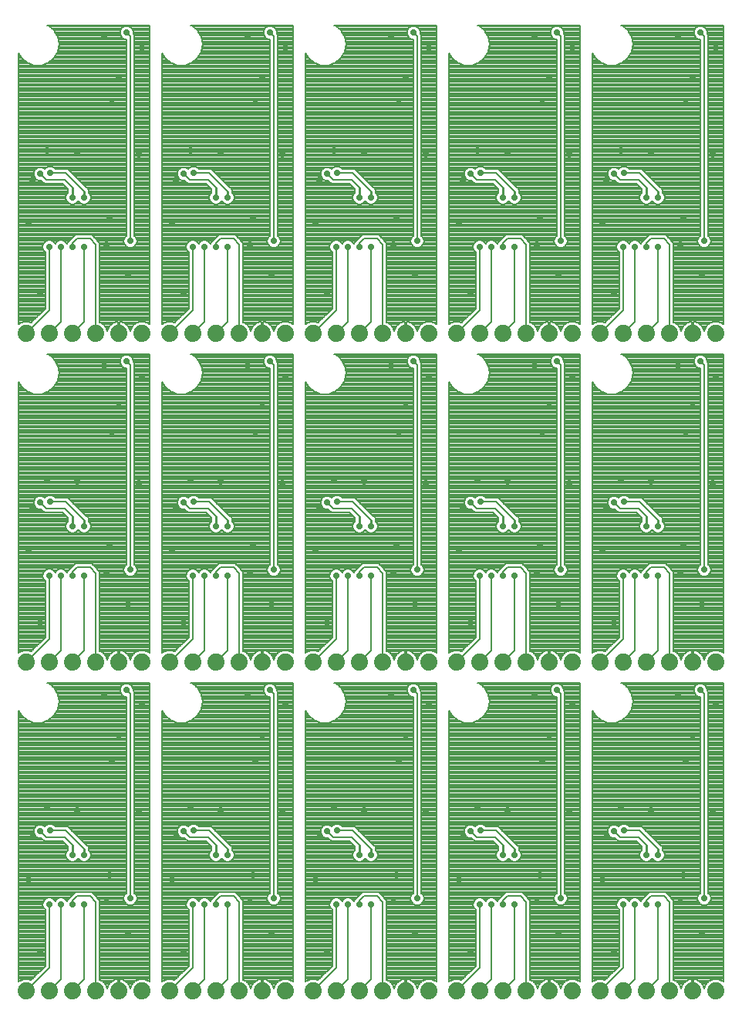
<source format=gbl>
G75*
%MOIN*%
%OFA0B0*%
%FSLAX25Y25*%
%IPPOS*%
%LPD*%
%AMOC8*
5,1,8,0,0,1.08239X$1,22.5*
%
%ADD10C,0.07400*%
%ADD11C,0.00800*%
%ADD12C,0.02900*%
%ADD13C,0.00900*%
D10*
X0093333Y0025000D03*
X0103333Y0025000D03*
X0113333Y0025000D03*
X0123333Y0025000D03*
X0133333Y0025000D03*
X0143333Y0025000D03*
X0155333Y0025000D03*
X0165333Y0025000D03*
X0175333Y0025000D03*
X0185333Y0025000D03*
X0195333Y0025000D03*
X0205333Y0025000D03*
X0217333Y0025000D03*
X0227333Y0025000D03*
X0237333Y0025000D03*
X0247333Y0025000D03*
X0257333Y0025000D03*
X0267333Y0025000D03*
X0279333Y0025000D03*
X0289333Y0025000D03*
X0299333Y0025000D03*
X0309333Y0025000D03*
X0319333Y0025000D03*
X0329333Y0025000D03*
X0341333Y0025000D03*
X0351333Y0025000D03*
X0361333Y0025000D03*
X0371333Y0025000D03*
X0381333Y0025000D03*
X0391333Y0025000D03*
X0391333Y0167000D03*
X0381333Y0167000D03*
X0371333Y0167000D03*
X0361333Y0167000D03*
X0351333Y0167000D03*
X0341333Y0167000D03*
X0329333Y0167000D03*
X0319333Y0167000D03*
X0309333Y0167000D03*
X0299333Y0167000D03*
X0289333Y0167000D03*
X0279333Y0167000D03*
X0267333Y0167000D03*
X0257333Y0167000D03*
X0247333Y0167000D03*
X0237333Y0167000D03*
X0227333Y0167000D03*
X0217333Y0167000D03*
X0205333Y0167000D03*
X0195333Y0167000D03*
X0185333Y0167000D03*
X0175333Y0167000D03*
X0165333Y0167000D03*
X0155333Y0167000D03*
X0143333Y0167000D03*
X0133333Y0167000D03*
X0123333Y0167000D03*
X0113333Y0167000D03*
X0103333Y0167000D03*
X0093333Y0167000D03*
X0093333Y0309000D03*
X0103333Y0309000D03*
X0113333Y0309000D03*
X0123333Y0309000D03*
X0133333Y0309000D03*
X0143333Y0309000D03*
X0155333Y0309000D03*
X0165333Y0309000D03*
X0175333Y0309000D03*
X0185333Y0309000D03*
X0195333Y0309000D03*
X0205333Y0309000D03*
X0217333Y0309000D03*
X0227333Y0309000D03*
X0237333Y0309000D03*
X0247333Y0309000D03*
X0257333Y0309000D03*
X0267333Y0309000D03*
X0279333Y0309000D03*
X0289333Y0309000D03*
X0299333Y0309000D03*
X0309333Y0309000D03*
X0319333Y0309000D03*
X0329333Y0309000D03*
X0341333Y0309000D03*
X0351333Y0309000D03*
X0361333Y0309000D03*
X0371333Y0309000D03*
X0381333Y0309000D03*
X0391333Y0309000D03*
D11*
X0090133Y0146003D02*
X0090133Y0029012D01*
X0090444Y0029324D01*
X0092319Y0030100D01*
X0094348Y0030100D01*
X0095437Y0029649D01*
X0101533Y0035746D01*
X0101533Y0060269D01*
X0100917Y0060886D01*
X0100483Y0061933D01*
X0100483Y0063067D01*
X0100917Y0064114D01*
X0101719Y0064916D01*
X0102766Y0065350D01*
X0103900Y0065350D01*
X0104948Y0064916D01*
X0105749Y0064114D01*
X0105833Y0063912D01*
X0105917Y0064114D01*
X0106719Y0064916D01*
X0107766Y0065350D01*
X0108900Y0065350D01*
X0109948Y0064916D01*
X0110749Y0064114D01*
X0110833Y0063912D01*
X0110917Y0064114D01*
X0111533Y0064730D01*
X0111533Y0064746D01*
X0112588Y0065800D01*
X0112588Y0065800D01*
X0113533Y0066746D01*
X0113533Y0066746D01*
X0114588Y0067800D01*
X0121579Y0067800D01*
X0122633Y0066746D01*
X0125133Y0064246D01*
X0125133Y0029775D01*
X0126222Y0029324D01*
X0127657Y0027889D01*
X0128359Y0026194D01*
X0128359Y0026194D01*
X0128607Y0026958D01*
X0128971Y0027673D01*
X0129443Y0028322D01*
X0130011Y0028890D01*
X0130660Y0029362D01*
X0131376Y0029726D01*
X0132139Y0029974D01*
X0132932Y0030100D01*
X0132933Y0030100D01*
X0132933Y0025400D01*
X0133733Y0025400D01*
X0133733Y0030100D01*
X0133735Y0030100D01*
X0134528Y0029974D01*
X0135291Y0029726D01*
X0136006Y0029362D01*
X0136656Y0028890D01*
X0137223Y0028322D01*
X0137695Y0027673D01*
X0138060Y0026958D01*
X0138308Y0026194D01*
X0138308Y0026194D01*
X0139010Y0027889D01*
X0140444Y0029324D01*
X0142319Y0030100D01*
X0144348Y0030100D01*
X0146222Y0029324D01*
X0146533Y0029012D01*
X0146533Y0158162D01*
X0102436Y0158191D01*
X0102954Y0158002D01*
X0102954Y0158002D01*
X0105412Y0155940D01*
X0105412Y0155940D01*
X0107016Y0153160D01*
X0107016Y0153160D01*
X0107574Y0150000D01*
X0107574Y0150000D01*
X0107016Y0146840D01*
X0107016Y0146840D01*
X0105412Y0144060D01*
X0105412Y0144060D01*
X0105412Y0144060D01*
X0102954Y0141998D01*
X0102954Y0141998D01*
X0099938Y0140900D01*
X0096729Y0140900D01*
X0093713Y0141998D01*
X0093713Y0141998D01*
X0091255Y0144060D01*
X0091255Y0144060D01*
X0090133Y0146003D01*
X0090133Y0145366D02*
X0090501Y0145366D01*
X0090133Y0144568D02*
X0090962Y0144568D01*
X0091602Y0143769D02*
X0090133Y0143769D01*
X0090133Y0142971D02*
X0092553Y0142971D01*
X0093505Y0142172D02*
X0090133Y0142172D01*
X0090133Y0141374D02*
X0095427Y0141374D01*
X0090133Y0140575D02*
X0136533Y0140575D01*
X0136533Y0139777D02*
X0090133Y0139777D01*
X0090133Y0138978D02*
X0136533Y0138978D01*
X0136533Y0138180D02*
X0090133Y0138180D01*
X0090133Y0137381D02*
X0136533Y0137381D01*
X0136533Y0136583D02*
X0090133Y0136583D01*
X0090133Y0135784D02*
X0136533Y0135784D01*
X0136533Y0134986D02*
X0090133Y0134986D01*
X0090133Y0134187D02*
X0136533Y0134187D01*
X0136533Y0133389D02*
X0090133Y0133389D01*
X0090133Y0132590D02*
X0136533Y0132590D01*
X0136533Y0131792D02*
X0090133Y0131792D01*
X0090133Y0130993D02*
X0136533Y0130993D01*
X0136533Y0130195D02*
X0090133Y0130195D01*
X0090133Y0129396D02*
X0136533Y0129396D01*
X0136533Y0128598D02*
X0090133Y0128598D01*
X0090133Y0127799D02*
X0136533Y0127799D01*
X0136533Y0127001D02*
X0090133Y0127001D01*
X0090133Y0126202D02*
X0136533Y0126202D01*
X0136533Y0125403D02*
X0090133Y0125403D01*
X0090133Y0124605D02*
X0136533Y0124605D01*
X0136533Y0123806D02*
X0090133Y0123806D01*
X0090133Y0123008D02*
X0136533Y0123008D01*
X0136533Y0122209D02*
X0090133Y0122209D01*
X0090133Y0121411D02*
X0136533Y0121411D01*
X0136533Y0120612D02*
X0090133Y0120612D01*
X0090133Y0119814D02*
X0136533Y0119814D01*
X0136533Y0119015D02*
X0090133Y0119015D01*
X0090133Y0118217D02*
X0136533Y0118217D01*
X0136533Y0117418D02*
X0090133Y0117418D01*
X0090133Y0116620D02*
X0136533Y0116620D01*
X0136533Y0115821D02*
X0090133Y0115821D01*
X0090133Y0115023D02*
X0136533Y0115023D01*
X0136533Y0114224D02*
X0090133Y0114224D01*
X0090133Y0113426D02*
X0136533Y0113426D01*
X0136533Y0112627D02*
X0090133Y0112627D01*
X0090133Y0111829D02*
X0136533Y0111829D01*
X0136533Y0111030D02*
X0090133Y0111030D01*
X0090133Y0110232D02*
X0136533Y0110232D01*
X0136533Y0109433D02*
X0090133Y0109433D01*
X0090133Y0108635D02*
X0136533Y0108635D01*
X0136533Y0107836D02*
X0090133Y0107836D01*
X0090133Y0107038D02*
X0136533Y0107038D01*
X0136533Y0106239D02*
X0090133Y0106239D01*
X0090133Y0105441D02*
X0136533Y0105441D01*
X0136533Y0104642D02*
X0090133Y0104642D01*
X0090133Y0103844D02*
X0136533Y0103844D01*
X0136533Y0103045D02*
X0090133Y0103045D01*
X0090133Y0102247D02*
X0136533Y0102247D01*
X0136533Y0101448D02*
X0090133Y0101448D01*
X0090133Y0100650D02*
X0136533Y0100650D01*
X0136533Y0099851D02*
X0090133Y0099851D01*
X0090133Y0099053D02*
X0136533Y0099053D01*
X0136533Y0098254D02*
X0090133Y0098254D01*
X0090133Y0097456D02*
X0136533Y0097456D01*
X0136533Y0096657D02*
X0105407Y0096657D01*
X0105248Y0096816D02*
X0104200Y0097250D01*
X0103066Y0097250D01*
X0102019Y0096816D01*
X0101334Y0096132D01*
X0101050Y0096416D01*
X0100003Y0096850D01*
X0098869Y0096850D01*
X0097821Y0096416D01*
X0097020Y0095614D01*
X0096586Y0094567D01*
X0096586Y0093433D01*
X0097020Y0092386D01*
X0097821Y0091584D01*
X0098869Y0091150D01*
X0099740Y0091150D01*
X0101190Y0089700D01*
X0109088Y0089700D01*
X0111483Y0087304D01*
X0111483Y0085880D01*
X0110917Y0085314D01*
X0110483Y0084267D01*
X0110483Y0083133D01*
X0110917Y0082086D01*
X0111719Y0081284D01*
X0112766Y0080850D01*
X0113900Y0080850D01*
X0114948Y0081284D01*
X0115749Y0082086D01*
X0115833Y0082288D01*
X0115917Y0082086D01*
X0116719Y0081284D01*
X0117766Y0080850D01*
X0118900Y0080850D01*
X0119948Y0081284D01*
X0120749Y0082086D01*
X0121183Y0083133D01*
X0121183Y0084267D01*
X0120749Y0085314D01*
X0120183Y0085880D01*
X0120183Y0087266D01*
X0119100Y0088350D01*
X0119029Y0088350D01*
X0112233Y0095146D01*
X0111179Y0096200D01*
X0105864Y0096200D01*
X0105248Y0096816D01*
X0103633Y0094400D02*
X0110433Y0094400D01*
X0118333Y0086500D01*
X0119576Y0087873D02*
X0136533Y0087873D01*
X0136533Y0087075D02*
X0120183Y0087075D01*
X0120183Y0086276D02*
X0136533Y0086276D01*
X0136533Y0085478D02*
X0120586Y0085478D01*
X0121012Y0084679D02*
X0136533Y0084679D01*
X0136533Y0083881D02*
X0121183Y0083881D01*
X0121162Y0083082D02*
X0136533Y0083082D01*
X0136533Y0082284D02*
X0120832Y0082284D01*
X0120149Y0081485D02*
X0136533Y0081485D01*
X0136533Y0080687D02*
X0090133Y0080687D01*
X0090133Y0081485D02*
X0111517Y0081485D01*
X0110835Y0082284D02*
X0090133Y0082284D01*
X0090133Y0083082D02*
X0110504Y0083082D01*
X0110483Y0083881D02*
X0090133Y0083881D01*
X0090133Y0084679D02*
X0110654Y0084679D01*
X0111081Y0085478D02*
X0090133Y0085478D01*
X0090133Y0086276D02*
X0111483Y0086276D01*
X0111483Y0087075D02*
X0090133Y0087075D01*
X0090133Y0087873D02*
X0110914Y0087873D01*
X0110116Y0088672D02*
X0090133Y0088672D01*
X0090133Y0089470D02*
X0109317Y0089470D01*
X0109833Y0091500D02*
X0113333Y0088000D01*
X0116311Y0091068D02*
X0136533Y0091068D01*
X0136533Y0091866D02*
X0115513Y0091866D01*
X0114714Y0092665D02*
X0136533Y0092665D01*
X0136533Y0093463D02*
X0113916Y0093463D01*
X0113117Y0094262D02*
X0136533Y0094262D01*
X0136533Y0095060D02*
X0112319Y0095060D01*
X0111520Y0095859D02*
X0136533Y0095859D01*
X0140133Y0095859D02*
X0146533Y0095859D01*
X0146533Y0096657D02*
X0140133Y0096657D01*
X0140133Y0097456D02*
X0146533Y0097456D01*
X0146533Y0098254D02*
X0140133Y0098254D01*
X0140133Y0099053D02*
X0146533Y0099053D01*
X0146533Y0099851D02*
X0140133Y0099851D01*
X0140133Y0100650D02*
X0146533Y0100650D01*
X0146533Y0101448D02*
X0140133Y0101448D01*
X0140133Y0102247D02*
X0146533Y0102247D01*
X0146533Y0103045D02*
X0140133Y0103045D01*
X0140133Y0103844D02*
X0146533Y0103844D01*
X0146533Y0104642D02*
X0140133Y0104642D01*
X0140133Y0105441D02*
X0146533Y0105441D01*
X0146533Y0106239D02*
X0140133Y0106239D01*
X0140133Y0107038D02*
X0146533Y0107038D01*
X0146533Y0107836D02*
X0140133Y0107836D01*
X0140133Y0108635D02*
X0146533Y0108635D01*
X0146533Y0109433D02*
X0140133Y0109433D01*
X0140133Y0110232D02*
X0146533Y0110232D01*
X0146533Y0111030D02*
X0140133Y0111030D01*
X0140133Y0111829D02*
X0146533Y0111829D01*
X0146533Y0112627D02*
X0140133Y0112627D01*
X0140133Y0113426D02*
X0146533Y0113426D01*
X0146533Y0114224D02*
X0140133Y0114224D01*
X0140133Y0115023D02*
X0146533Y0115023D01*
X0146533Y0115821D02*
X0140133Y0115821D01*
X0140133Y0116620D02*
X0146533Y0116620D01*
X0146533Y0117418D02*
X0140133Y0117418D01*
X0140133Y0118217D02*
X0146533Y0118217D01*
X0146533Y0119015D02*
X0140133Y0119015D01*
X0140133Y0119814D02*
X0146533Y0119814D01*
X0146533Y0120612D02*
X0140133Y0120612D01*
X0140133Y0121411D02*
X0146533Y0121411D01*
X0146533Y0122209D02*
X0140133Y0122209D01*
X0140133Y0123008D02*
X0146533Y0123008D01*
X0146533Y0123806D02*
X0140133Y0123806D01*
X0140133Y0124605D02*
X0146533Y0124605D01*
X0146533Y0125403D02*
X0140133Y0125403D01*
X0140133Y0126202D02*
X0146533Y0126202D01*
X0146533Y0127001D02*
X0140133Y0127001D01*
X0140133Y0127799D02*
X0146533Y0127799D01*
X0146533Y0128598D02*
X0140133Y0128598D01*
X0140133Y0129396D02*
X0146533Y0129396D01*
X0146533Y0130195D02*
X0140133Y0130195D01*
X0140133Y0130993D02*
X0146533Y0130993D01*
X0146533Y0131792D02*
X0140133Y0131792D01*
X0140133Y0132590D02*
X0146533Y0132590D01*
X0146533Y0133389D02*
X0140133Y0133389D01*
X0140133Y0134187D02*
X0146533Y0134187D01*
X0146533Y0134986D02*
X0140133Y0134986D01*
X0140133Y0135784D02*
X0146533Y0135784D01*
X0146533Y0136583D02*
X0140133Y0136583D01*
X0140133Y0137381D02*
X0146533Y0137381D01*
X0146533Y0138180D02*
X0140133Y0138180D01*
X0140133Y0138978D02*
X0146533Y0138978D01*
X0146533Y0139777D02*
X0140133Y0139777D01*
X0140133Y0140575D02*
X0146533Y0140575D01*
X0146533Y0141374D02*
X0140133Y0141374D01*
X0140133Y0142172D02*
X0146533Y0142172D01*
X0146533Y0142971D02*
X0140133Y0142971D01*
X0140133Y0143769D02*
X0146533Y0143769D01*
X0146533Y0144568D02*
X0140133Y0144568D01*
X0140133Y0145366D02*
X0146533Y0145366D01*
X0146533Y0146165D02*
X0140133Y0146165D01*
X0140133Y0146963D02*
X0146533Y0146963D01*
X0146533Y0147762D02*
X0140133Y0147762D01*
X0140133Y0148560D02*
X0146533Y0148560D01*
X0146533Y0149359D02*
X0140133Y0149359D01*
X0140133Y0150157D02*
X0146533Y0150157D01*
X0146533Y0150956D02*
X0140133Y0150956D01*
X0140133Y0151754D02*
X0146533Y0151754D01*
X0146533Y0152553D02*
X0140133Y0152553D01*
X0140133Y0153351D02*
X0146533Y0153351D01*
X0146533Y0154150D02*
X0140075Y0154150D01*
X0140133Y0154092D02*
X0139530Y0154696D01*
X0139530Y0155567D01*
X0139096Y0156614D01*
X0138294Y0157416D01*
X0137247Y0157850D01*
X0136113Y0157850D01*
X0135065Y0157416D01*
X0134264Y0156614D01*
X0133830Y0155567D01*
X0133830Y0154433D01*
X0134264Y0153386D01*
X0135065Y0152584D01*
X0136113Y0152150D01*
X0136533Y0152150D01*
X0136533Y0067230D01*
X0135917Y0066614D01*
X0135483Y0065567D01*
X0135483Y0064433D01*
X0135917Y0063386D01*
X0136719Y0062584D01*
X0137766Y0062150D01*
X0138900Y0062150D01*
X0139948Y0062584D01*
X0140749Y0063386D01*
X0141183Y0064433D01*
X0141183Y0065567D01*
X0140749Y0066614D01*
X0140133Y0067230D01*
X0140133Y0154092D01*
X0139530Y0154948D02*
X0146533Y0154948D01*
X0146533Y0155747D02*
X0139455Y0155747D01*
X0139124Y0156545D02*
X0146533Y0156545D01*
X0146533Y0157344D02*
X0138366Y0157344D01*
X0136680Y0155000D02*
X0138333Y0153346D01*
X0138333Y0065000D01*
X0135697Y0063918D02*
X0125133Y0063918D01*
X0125133Y0063120D02*
X0136183Y0063120D01*
X0137353Y0062321D02*
X0125133Y0062321D01*
X0125133Y0061523D02*
X0146533Y0061523D01*
X0146533Y0062321D02*
X0139313Y0062321D01*
X0140483Y0063120D02*
X0146533Y0063120D01*
X0146533Y0063918D02*
X0140970Y0063918D01*
X0141183Y0064717D02*
X0146533Y0064717D01*
X0146533Y0065515D02*
X0141183Y0065515D01*
X0140874Y0066314D02*
X0146533Y0066314D01*
X0146533Y0067112D02*
X0140252Y0067112D01*
X0140133Y0067911D02*
X0146533Y0067911D01*
X0146533Y0068709D02*
X0140133Y0068709D01*
X0140133Y0069508D02*
X0146533Y0069508D01*
X0146533Y0070306D02*
X0140133Y0070306D01*
X0140133Y0071105D02*
X0146533Y0071105D01*
X0146533Y0071903D02*
X0140133Y0071903D01*
X0140133Y0072702D02*
X0146533Y0072702D01*
X0146533Y0073500D02*
X0140133Y0073500D01*
X0140133Y0074299D02*
X0146533Y0074299D01*
X0146533Y0075097D02*
X0140133Y0075097D01*
X0140133Y0075896D02*
X0146533Y0075896D01*
X0146533Y0076694D02*
X0140133Y0076694D01*
X0140133Y0077493D02*
X0146533Y0077493D01*
X0146533Y0078291D02*
X0140133Y0078291D01*
X0140133Y0079090D02*
X0146533Y0079090D01*
X0146533Y0079888D02*
X0140133Y0079888D01*
X0140133Y0080687D02*
X0146533Y0080687D01*
X0146533Y0081485D02*
X0140133Y0081485D01*
X0140133Y0082284D02*
X0146533Y0082284D01*
X0146533Y0083082D02*
X0140133Y0083082D01*
X0140133Y0083881D02*
X0146533Y0083881D01*
X0146533Y0084679D02*
X0140133Y0084679D01*
X0140133Y0085478D02*
X0146533Y0085478D01*
X0146533Y0086276D02*
X0140133Y0086276D01*
X0140133Y0087075D02*
X0146533Y0087075D01*
X0146533Y0087873D02*
X0140133Y0087873D01*
X0140133Y0088672D02*
X0146533Y0088672D01*
X0146533Y0089470D02*
X0140133Y0089470D01*
X0140133Y0090269D02*
X0146533Y0090269D01*
X0146533Y0091068D02*
X0140133Y0091068D01*
X0140133Y0091866D02*
X0146533Y0091866D01*
X0146533Y0092665D02*
X0140133Y0092665D01*
X0140133Y0093463D02*
X0146533Y0093463D01*
X0146533Y0094262D02*
X0140133Y0094262D01*
X0140133Y0095060D02*
X0146533Y0095060D01*
X0152133Y0095060D02*
X0158790Y0095060D01*
X0158586Y0094567D02*
X0158586Y0093433D01*
X0159020Y0092386D01*
X0159821Y0091584D01*
X0160869Y0091150D01*
X0161740Y0091150D01*
X0163190Y0089700D01*
X0171088Y0089700D01*
X0173483Y0087304D01*
X0173483Y0085880D01*
X0172917Y0085314D01*
X0172483Y0084267D01*
X0172483Y0083133D01*
X0172917Y0082086D01*
X0173719Y0081284D01*
X0174766Y0080850D01*
X0175900Y0080850D01*
X0176948Y0081284D01*
X0177749Y0082086D01*
X0177833Y0082288D01*
X0177917Y0082086D01*
X0178719Y0081284D01*
X0179766Y0080850D01*
X0180900Y0080850D01*
X0181948Y0081284D01*
X0182749Y0082086D01*
X0183183Y0083133D01*
X0183183Y0084267D01*
X0182749Y0085314D01*
X0182183Y0085880D01*
X0182183Y0087266D01*
X0181100Y0088350D01*
X0181029Y0088350D01*
X0174233Y0095146D01*
X0173179Y0096200D01*
X0167864Y0096200D01*
X0167248Y0096816D01*
X0166200Y0097250D01*
X0165066Y0097250D01*
X0164019Y0096816D01*
X0163334Y0096132D01*
X0163050Y0096416D01*
X0162003Y0096850D01*
X0160869Y0096850D01*
X0159821Y0096416D01*
X0159020Y0095614D01*
X0158586Y0094567D01*
X0158586Y0094262D02*
X0152133Y0094262D01*
X0152133Y0093463D02*
X0158586Y0093463D01*
X0158904Y0092665D02*
X0152133Y0092665D01*
X0152133Y0091866D02*
X0159539Y0091866D01*
X0161823Y0091068D02*
X0152133Y0091068D01*
X0152133Y0090269D02*
X0162621Y0090269D01*
X0163936Y0091500D02*
X0161436Y0094000D01*
X0162468Y0096657D02*
X0163860Y0096657D01*
X0165633Y0094400D02*
X0172433Y0094400D01*
X0180333Y0086500D01*
X0181576Y0087873D02*
X0198533Y0087873D01*
X0198533Y0087075D02*
X0182183Y0087075D01*
X0182183Y0086276D02*
X0198533Y0086276D01*
X0198533Y0085478D02*
X0182586Y0085478D01*
X0183012Y0084679D02*
X0198533Y0084679D01*
X0198533Y0083881D02*
X0183183Y0083881D01*
X0183162Y0083082D02*
X0198533Y0083082D01*
X0198533Y0082284D02*
X0182832Y0082284D01*
X0182149Y0081485D02*
X0198533Y0081485D01*
X0198533Y0080687D02*
X0152133Y0080687D01*
X0152133Y0081485D02*
X0173517Y0081485D01*
X0172835Y0082284D02*
X0152133Y0082284D01*
X0152133Y0083082D02*
X0172504Y0083082D01*
X0172483Y0083881D02*
X0152133Y0083881D01*
X0152133Y0084679D02*
X0172654Y0084679D01*
X0173081Y0085478D02*
X0152133Y0085478D01*
X0152133Y0086276D02*
X0173483Y0086276D01*
X0173483Y0087075D02*
X0152133Y0087075D01*
X0152133Y0087873D02*
X0172914Y0087873D01*
X0172116Y0088672D02*
X0152133Y0088672D01*
X0152133Y0089470D02*
X0171317Y0089470D01*
X0171833Y0091500D02*
X0175333Y0088000D01*
X0178311Y0091068D02*
X0198533Y0091068D01*
X0198533Y0091866D02*
X0177513Y0091866D01*
X0176714Y0092665D02*
X0198533Y0092665D01*
X0198533Y0093463D02*
X0175916Y0093463D01*
X0175117Y0094262D02*
X0198533Y0094262D01*
X0198533Y0095060D02*
X0174319Y0095060D01*
X0173520Y0095859D02*
X0198533Y0095859D01*
X0198533Y0096657D02*
X0167407Y0096657D01*
X0163936Y0091500D02*
X0171833Y0091500D01*
X0177149Y0081485D02*
X0178517Y0081485D01*
X0177835Y0082284D02*
X0177832Y0082284D01*
X0180707Y0088672D02*
X0198533Y0088672D01*
X0198533Y0089470D02*
X0179908Y0089470D01*
X0179110Y0090269D02*
X0198533Y0090269D01*
X0202133Y0090269D02*
X0208533Y0090269D01*
X0208533Y0091068D02*
X0202133Y0091068D01*
X0202133Y0091866D02*
X0208533Y0091866D01*
X0208533Y0092665D02*
X0202133Y0092665D01*
X0202133Y0093463D02*
X0208533Y0093463D01*
X0208533Y0094262D02*
X0202133Y0094262D01*
X0202133Y0095060D02*
X0208533Y0095060D01*
X0208533Y0095859D02*
X0202133Y0095859D01*
X0202133Y0096657D02*
X0208533Y0096657D01*
X0208533Y0097456D02*
X0202133Y0097456D01*
X0202133Y0098254D02*
X0208533Y0098254D01*
X0208533Y0099053D02*
X0202133Y0099053D01*
X0202133Y0099851D02*
X0208533Y0099851D01*
X0208533Y0100650D02*
X0202133Y0100650D01*
X0202133Y0101448D02*
X0208533Y0101448D01*
X0208533Y0102247D02*
X0202133Y0102247D01*
X0202133Y0103045D02*
X0208533Y0103045D01*
X0208533Y0103844D02*
X0202133Y0103844D01*
X0202133Y0104642D02*
X0208533Y0104642D01*
X0208533Y0105441D02*
X0202133Y0105441D01*
X0202133Y0106239D02*
X0208533Y0106239D01*
X0208533Y0107038D02*
X0202133Y0107038D01*
X0202133Y0107836D02*
X0208533Y0107836D01*
X0208533Y0108635D02*
X0202133Y0108635D01*
X0202133Y0109433D02*
X0208533Y0109433D01*
X0208533Y0110232D02*
X0202133Y0110232D01*
X0202133Y0111030D02*
X0208533Y0111030D01*
X0208533Y0111829D02*
X0202133Y0111829D01*
X0202133Y0112627D02*
X0208533Y0112627D01*
X0208533Y0113426D02*
X0202133Y0113426D01*
X0202133Y0114224D02*
X0208533Y0114224D01*
X0208533Y0115023D02*
X0202133Y0115023D01*
X0202133Y0115821D02*
X0208533Y0115821D01*
X0208533Y0116620D02*
X0202133Y0116620D01*
X0202133Y0117418D02*
X0208533Y0117418D01*
X0208533Y0118217D02*
X0202133Y0118217D01*
X0202133Y0119015D02*
X0208533Y0119015D01*
X0208533Y0119814D02*
X0202133Y0119814D01*
X0202133Y0120612D02*
X0208533Y0120612D01*
X0208533Y0121411D02*
X0202133Y0121411D01*
X0202133Y0122209D02*
X0208533Y0122209D01*
X0208533Y0123008D02*
X0202133Y0123008D01*
X0202133Y0123806D02*
X0208533Y0123806D01*
X0208533Y0124605D02*
X0202133Y0124605D01*
X0202133Y0125403D02*
X0208533Y0125403D01*
X0208533Y0126202D02*
X0202133Y0126202D01*
X0202133Y0127001D02*
X0208533Y0127001D01*
X0208533Y0127799D02*
X0202133Y0127799D01*
X0202133Y0128598D02*
X0208533Y0128598D01*
X0208533Y0129396D02*
X0202133Y0129396D01*
X0202133Y0130195D02*
X0208533Y0130195D01*
X0208533Y0130993D02*
X0202133Y0130993D01*
X0202133Y0131792D02*
X0208533Y0131792D01*
X0208533Y0132590D02*
X0202133Y0132590D01*
X0202133Y0133389D02*
X0208533Y0133389D01*
X0208533Y0134187D02*
X0202133Y0134187D01*
X0202133Y0134986D02*
X0208533Y0134986D01*
X0208533Y0135784D02*
X0202133Y0135784D01*
X0202133Y0136583D02*
X0208533Y0136583D01*
X0208533Y0137381D02*
X0202133Y0137381D01*
X0202133Y0138180D02*
X0208533Y0138180D01*
X0208533Y0138978D02*
X0202133Y0138978D01*
X0202133Y0139777D02*
X0208533Y0139777D01*
X0208533Y0140575D02*
X0202133Y0140575D01*
X0202133Y0141374D02*
X0208533Y0141374D01*
X0208533Y0142172D02*
X0202133Y0142172D01*
X0202133Y0142971D02*
X0208533Y0142971D01*
X0208533Y0143769D02*
X0202133Y0143769D01*
X0202133Y0144568D02*
X0208533Y0144568D01*
X0208533Y0145366D02*
X0202133Y0145366D01*
X0202133Y0146165D02*
X0208533Y0146165D01*
X0208533Y0146963D02*
X0202133Y0146963D01*
X0202133Y0147762D02*
X0208533Y0147762D01*
X0208533Y0148560D02*
X0202133Y0148560D01*
X0202133Y0149359D02*
X0208533Y0149359D01*
X0208533Y0150157D02*
X0202133Y0150157D01*
X0202133Y0150956D02*
X0208533Y0150956D01*
X0208533Y0151754D02*
X0202133Y0151754D01*
X0202133Y0152553D02*
X0208533Y0152553D01*
X0208533Y0153351D02*
X0202133Y0153351D01*
X0202133Y0154092D02*
X0201530Y0154696D01*
X0201530Y0155567D01*
X0201096Y0156614D01*
X0200294Y0157416D01*
X0199247Y0157850D01*
X0198113Y0157850D01*
X0197065Y0157416D01*
X0196264Y0156614D01*
X0195830Y0155567D01*
X0195830Y0154433D01*
X0196264Y0153386D01*
X0197065Y0152584D01*
X0198113Y0152150D01*
X0198533Y0152150D01*
X0198533Y0067230D01*
X0197917Y0066614D01*
X0197483Y0065567D01*
X0197483Y0064433D01*
X0197917Y0063386D01*
X0198719Y0062584D01*
X0199766Y0062150D01*
X0200900Y0062150D01*
X0201948Y0062584D01*
X0202749Y0063386D01*
X0203183Y0064433D01*
X0203183Y0065567D01*
X0202749Y0066614D01*
X0202133Y0067230D01*
X0202133Y0154092D01*
X0202075Y0154150D02*
X0208533Y0154150D01*
X0208533Y0154948D02*
X0201530Y0154948D01*
X0201455Y0155747D02*
X0208533Y0155747D01*
X0208533Y0156545D02*
X0201124Y0156545D01*
X0200366Y0157344D02*
X0208533Y0157344D01*
X0208533Y0158142D02*
X0164569Y0158142D01*
X0164436Y0158191D02*
X0208533Y0158162D01*
X0208533Y0029012D01*
X0208222Y0029324D01*
X0206348Y0030100D01*
X0204319Y0030100D01*
X0202444Y0029324D01*
X0201010Y0027889D01*
X0200308Y0026194D01*
X0200308Y0026194D01*
X0200060Y0026958D01*
X0199695Y0027673D01*
X0199223Y0028322D01*
X0198656Y0028890D01*
X0198006Y0029362D01*
X0197291Y0029726D01*
X0196528Y0029974D01*
X0195735Y0030100D01*
X0195733Y0030100D01*
X0195733Y0025400D01*
X0194933Y0025400D01*
X0194933Y0030100D01*
X0194932Y0030100D01*
X0194139Y0029974D01*
X0193376Y0029726D01*
X0192660Y0029362D01*
X0192011Y0028890D01*
X0191443Y0028322D01*
X0190971Y0027673D01*
X0190607Y0026958D01*
X0190359Y0026194D01*
X0189657Y0027889D01*
X0188222Y0029324D01*
X0187133Y0029775D01*
X0187133Y0064246D01*
X0184633Y0066746D01*
X0183579Y0067800D01*
X0176588Y0067800D01*
X0174588Y0065800D01*
X0173533Y0064746D01*
X0173533Y0064730D01*
X0172917Y0064114D01*
X0172833Y0063912D01*
X0172749Y0064114D01*
X0171948Y0064916D01*
X0170900Y0065350D01*
X0169766Y0065350D01*
X0168719Y0064916D01*
X0167917Y0064114D01*
X0167833Y0063912D01*
X0167749Y0064114D01*
X0166948Y0064916D01*
X0165900Y0065350D01*
X0164766Y0065350D01*
X0163719Y0064916D01*
X0162917Y0064114D01*
X0162483Y0063067D01*
X0162483Y0061933D01*
X0162917Y0060886D01*
X0163533Y0060270D01*
X0163533Y0035746D01*
X0157437Y0029649D01*
X0156348Y0030100D01*
X0154319Y0030100D01*
X0152444Y0029324D01*
X0152133Y0029012D01*
X0152133Y0146003D01*
X0153255Y0144060D01*
X0155713Y0141998D01*
X0158729Y0140900D01*
X0161938Y0140900D01*
X0164954Y0141998D01*
X0167412Y0144060D01*
X0167412Y0144060D01*
X0167412Y0144060D01*
X0169016Y0146840D01*
X0169574Y0150000D01*
X0169016Y0153160D01*
X0169016Y0153160D01*
X0167412Y0155940D01*
X0164954Y0158002D01*
X0164954Y0158002D01*
X0164436Y0158191D01*
X0165738Y0157344D02*
X0196993Y0157344D01*
X0196235Y0156545D02*
X0166690Y0156545D01*
X0167412Y0155940D02*
X0167412Y0155940D01*
X0167523Y0155747D02*
X0195904Y0155747D01*
X0195830Y0154948D02*
X0167984Y0154948D01*
X0168445Y0154150D02*
X0195947Y0154150D01*
X0196298Y0153351D02*
X0168906Y0153351D01*
X0169124Y0152553D02*
X0197140Y0152553D01*
X0198533Y0151754D02*
X0169264Y0151754D01*
X0169405Y0150956D02*
X0198533Y0150956D01*
X0198533Y0150157D02*
X0169546Y0150157D01*
X0169574Y0150000D02*
X0169574Y0150000D01*
X0169461Y0149359D02*
X0198533Y0149359D01*
X0198533Y0148560D02*
X0169320Y0148560D01*
X0169179Y0147762D02*
X0198533Y0147762D01*
X0198533Y0146963D02*
X0169038Y0146963D01*
X0169016Y0146840D02*
X0169016Y0146840D01*
X0168627Y0146165D02*
X0198533Y0146165D01*
X0198533Y0145366D02*
X0168166Y0145366D01*
X0167705Y0144568D02*
X0198533Y0144568D01*
X0198533Y0143769D02*
X0167065Y0143769D01*
X0166113Y0142971D02*
X0198533Y0142971D01*
X0198533Y0142172D02*
X0165162Y0142172D01*
X0164954Y0141998D02*
X0164954Y0141998D01*
X0163239Y0141374D02*
X0198533Y0141374D01*
X0198533Y0140575D02*
X0152133Y0140575D01*
X0152133Y0139777D02*
X0198533Y0139777D01*
X0198533Y0138978D02*
X0152133Y0138978D01*
X0152133Y0138180D02*
X0198533Y0138180D01*
X0198533Y0137381D02*
X0152133Y0137381D01*
X0152133Y0136583D02*
X0198533Y0136583D01*
X0198533Y0135784D02*
X0152133Y0135784D01*
X0152133Y0134986D02*
X0198533Y0134986D01*
X0198533Y0134187D02*
X0152133Y0134187D01*
X0152133Y0133389D02*
X0198533Y0133389D01*
X0198533Y0132590D02*
X0152133Y0132590D01*
X0152133Y0131792D02*
X0198533Y0131792D01*
X0198533Y0130993D02*
X0152133Y0130993D01*
X0152133Y0130195D02*
X0198533Y0130195D01*
X0198533Y0129396D02*
X0152133Y0129396D01*
X0152133Y0128598D02*
X0198533Y0128598D01*
X0198533Y0127799D02*
X0152133Y0127799D01*
X0152133Y0127001D02*
X0198533Y0127001D01*
X0198533Y0126202D02*
X0152133Y0126202D01*
X0152133Y0125403D02*
X0198533Y0125403D01*
X0198533Y0124605D02*
X0152133Y0124605D01*
X0152133Y0123806D02*
X0198533Y0123806D01*
X0198533Y0123008D02*
X0152133Y0123008D01*
X0152133Y0122209D02*
X0198533Y0122209D01*
X0198533Y0121411D02*
X0152133Y0121411D01*
X0152133Y0120612D02*
X0198533Y0120612D01*
X0198533Y0119814D02*
X0152133Y0119814D01*
X0152133Y0119015D02*
X0198533Y0119015D01*
X0198533Y0118217D02*
X0152133Y0118217D01*
X0152133Y0117418D02*
X0198533Y0117418D01*
X0198533Y0116620D02*
X0152133Y0116620D01*
X0152133Y0115821D02*
X0198533Y0115821D01*
X0198533Y0115023D02*
X0152133Y0115023D01*
X0152133Y0114224D02*
X0198533Y0114224D01*
X0198533Y0113426D02*
X0152133Y0113426D01*
X0152133Y0112627D02*
X0198533Y0112627D01*
X0198533Y0111829D02*
X0152133Y0111829D01*
X0152133Y0111030D02*
X0198533Y0111030D01*
X0198533Y0110232D02*
X0152133Y0110232D01*
X0152133Y0109433D02*
X0198533Y0109433D01*
X0198533Y0108635D02*
X0152133Y0108635D01*
X0152133Y0107836D02*
X0198533Y0107836D01*
X0198533Y0107038D02*
X0152133Y0107038D01*
X0152133Y0106239D02*
X0198533Y0106239D01*
X0198533Y0105441D02*
X0152133Y0105441D01*
X0152133Y0104642D02*
X0198533Y0104642D01*
X0198533Y0103844D02*
X0152133Y0103844D01*
X0152133Y0103045D02*
X0198533Y0103045D01*
X0198533Y0102247D02*
X0152133Y0102247D01*
X0152133Y0101448D02*
X0198533Y0101448D01*
X0198533Y0100650D02*
X0152133Y0100650D01*
X0152133Y0099851D02*
X0198533Y0099851D01*
X0198533Y0099053D02*
X0152133Y0099053D01*
X0152133Y0098254D02*
X0198533Y0098254D01*
X0198533Y0097456D02*
X0152133Y0097456D01*
X0152133Y0096657D02*
X0160403Y0096657D01*
X0159264Y0095859D02*
X0152133Y0095859D01*
X0152133Y0079888D02*
X0198533Y0079888D01*
X0198533Y0079090D02*
X0152133Y0079090D01*
X0152133Y0078291D02*
X0198533Y0078291D01*
X0198533Y0077493D02*
X0152133Y0077493D01*
X0152133Y0076694D02*
X0198533Y0076694D01*
X0198533Y0075896D02*
X0152133Y0075896D01*
X0152133Y0075097D02*
X0198533Y0075097D01*
X0198533Y0074299D02*
X0152133Y0074299D01*
X0152133Y0073500D02*
X0198533Y0073500D01*
X0198533Y0072702D02*
X0152133Y0072702D01*
X0152133Y0071903D02*
X0198533Y0071903D01*
X0198533Y0071105D02*
X0152133Y0071105D01*
X0152133Y0070306D02*
X0198533Y0070306D01*
X0198533Y0069508D02*
X0152133Y0069508D01*
X0152133Y0068709D02*
X0198533Y0068709D01*
X0198533Y0067911D02*
X0152133Y0067911D01*
X0152133Y0067112D02*
X0175900Y0067112D01*
X0175101Y0066314D02*
X0152133Y0066314D01*
X0152133Y0065515D02*
X0174303Y0065515D01*
X0173519Y0064717D02*
X0172147Y0064717D01*
X0172831Y0063918D02*
X0172836Y0063918D01*
X0175333Y0064000D02*
X0175333Y0062500D01*
X0175333Y0064000D02*
X0177333Y0066000D01*
X0182833Y0066000D01*
X0185333Y0063500D01*
X0185333Y0025000D01*
X0188762Y0028784D02*
X0191904Y0028784D01*
X0191198Y0027985D02*
X0189561Y0027985D01*
X0189948Y0027187D02*
X0190724Y0027187D01*
X0190422Y0026388D02*
X0190279Y0026388D01*
X0190359Y0026194D02*
X0190359Y0026194D01*
X0193093Y0029582D02*
X0187598Y0029582D01*
X0187133Y0030381D02*
X0208533Y0030381D01*
X0208533Y0031179D02*
X0187133Y0031179D01*
X0187133Y0031978D02*
X0208533Y0031978D01*
X0208533Y0032776D02*
X0187133Y0032776D01*
X0187133Y0033575D02*
X0208533Y0033575D01*
X0208533Y0034373D02*
X0187133Y0034373D01*
X0187133Y0035172D02*
X0208533Y0035172D01*
X0208533Y0035970D02*
X0187133Y0035970D01*
X0187133Y0036769D02*
X0208533Y0036769D01*
X0208533Y0037567D02*
X0187133Y0037567D01*
X0187133Y0038366D02*
X0208533Y0038366D01*
X0208533Y0039164D02*
X0187133Y0039164D01*
X0187133Y0039963D02*
X0208533Y0039963D01*
X0208533Y0040761D02*
X0187133Y0040761D01*
X0187133Y0041560D02*
X0208533Y0041560D01*
X0208533Y0042358D02*
X0187133Y0042358D01*
X0187133Y0043157D02*
X0208533Y0043157D01*
X0208533Y0043955D02*
X0187133Y0043955D01*
X0187133Y0044754D02*
X0208533Y0044754D01*
X0208533Y0045552D02*
X0187133Y0045552D01*
X0187133Y0046351D02*
X0208533Y0046351D01*
X0208533Y0047149D02*
X0187133Y0047149D01*
X0187133Y0047948D02*
X0208533Y0047948D01*
X0208533Y0048746D02*
X0187133Y0048746D01*
X0187133Y0049545D02*
X0208533Y0049545D01*
X0208533Y0050343D02*
X0187133Y0050343D01*
X0187133Y0051142D02*
X0208533Y0051142D01*
X0208533Y0051940D02*
X0187133Y0051940D01*
X0187133Y0052739D02*
X0208533Y0052739D01*
X0208533Y0053537D02*
X0187133Y0053537D01*
X0187133Y0054336D02*
X0208533Y0054336D01*
X0208533Y0055134D02*
X0187133Y0055134D01*
X0187133Y0055933D02*
X0208533Y0055933D01*
X0208533Y0056732D02*
X0187133Y0056732D01*
X0187133Y0057530D02*
X0208533Y0057530D01*
X0208533Y0058329D02*
X0187133Y0058329D01*
X0187133Y0059127D02*
X0208533Y0059127D01*
X0208533Y0059926D02*
X0187133Y0059926D01*
X0187133Y0060724D02*
X0208533Y0060724D01*
X0208533Y0061523D02*
X0187133Y0061523D01*
X0187133Y0062321D02*
X0199353Y0062321D01*
X0198183Y0063120D02*
X0187133Y0063120D01*
X0187133Y0063918D02*
X0197697Y0063918D01*
X0197483Y0064717D02*
X0186662Y0064717D01*
X0185864Y0065515D02*
X0197483Y0065515D01*
X0197793Y0066314D02*
X0185065Y0066314D01*
X0184267Y0067112D02*
X0198415Y0067112D01*
X0200333Y0065000D02*
X0200333Y0153346D01*
X0198680Y0155000D01*
X0195733Y0167400D02*
X0194933Y0167400D01*
X0194933Y0172100D01*
X0194932Y0172100D01*
X0194139Y0171974D01*
X0193376Y0171726D01*
X0192660Y0171362D01*
X0192011Y0170890D01*
X0191443Y0170322D01*
X0190971Y0169673D01*
X0190607Y0168958D01*
X0190359Y0168194D01*
X0189657Y0169889D01*
X0188222Y0171324D01*
X0187133Y0171775D01*
X0187133Y0206246D01*
X0184633Y0208746D01*
X0183579Y0209800D01*
X0176588Y0209800D01*
X0174588Y0207800D01*
X0173533Y0206746D01*
X0173533Y0206730D01*
X0172917Y0206114D01*
X0172833Y0205912D01*
X0172749Y0206114D01*
X0171948Y0206916D01*
X0170900Y0207350D01*
X0169766Y0207350D01*
X0168719Y0206916D01*
X0167917Y0206114D01*
X0167833Y0205912D01*
X0167749Y0206114D01*
X0166948Y0206916D01*
X0165900Y0207350D01*
X0164766Y0207350D01*
X0163719Y0206916D01*
X0162917Y0206114D01*
X0162483Y0205067D01*
X0162483Y0203933D01*
X0162917Y0202886D01*
X0163533Y0202269D01*
X0163533Y0177746D01*
X0157437Y0171649D01*
X0156348Y0172100D01*
X0154319Y0172100D01*
X0152444Y0171324D01*
X0152133Y0171012D01*
X0152133Y0288003D01*
X0153255Y0286060D01*
X0155713Y0283998D01*
X0158729Y0282900D01*
X0161938Y0282900D01*
X0164954Y0283998D01*
X0167412Y0286060D01*
X0167412Y0286060D01*
X0167412Y0286060D01*
X0169016Y0288840D01*
X0169574Y0292000D01*
X0169016Y0295160D01*
X0167412Y0297940D01*
X0164954Y0300002D01*
X0164954Y0300002D01*
X0164436Y0300191D01*
X0208533Y0300162D01*
X0208533Y0171012D01*
X0208222Y0171324D01*
X0206348Y0172100D01*
X0204319Y0172100D01*
X0202444Y0171324D01*
X0201010Y0169889D01*
X0200308Y0168194D01*
X0200308Y0168194D01*
X0200060Y0168958D01*
X0199695Y0169673D01*
X0199223Y0170322D01*
X0198656Y0170890D01*
X0198006Y0171362D01*
X0197291Y0171726D01*
X0196528Y0171974D01*
X0195735Y0172100D01*
X0195733Y0172100D01*
X0195733Y0167400D01*
X0195733Y0167725D02*
X0194933Y0167725D01*
X0194933Y0168523D02*
X0195733Y0168523D01*
X0195733Y0169322D02*
X0194933Y0169322D01*
X0194933Y0170120D02*
X0195733Y0170120D01*
X0195733Y0170919D02*
X0194933Y0170919D01*
X0194933Y0171717D02*
X0195733Y0171717D01*
X0197309Y0171717D02*
X0203395Y0171717D01*
X0202039Y0170919D02*
X0198616Y0170919D01*
X0199370Y0170120D02*
X0201241Y0170120D01*
X0200775Y0169322D02*
X0199874Y0169322D01*
X0200201Y0168523D02*
X0200444Y0168523D01*
X0207272Y0171717D02*
X0208533Y0171717D01*
X0208533Y0172516D02*
X0187133Y0172516D01*
X0187133Y0173314D02*
X0208533Y0173314D01*
X0208533Y0174113D02*
X0187133Y0174113D01*
X0187133Y0174911D02*
X0208533Y0174911D01*
X0208533Y0175710D02*
X0187133Y0175710D01*
X0187133Y0176508D02*
X0208533Y0176508D01*
X0208533Y0177307D02*
X0187133Y0177307D01*
X0187133Y0178105D02*
X0208533Y0178105D01*
X0208533Y0178904D02*
X0187133Y0178904D01*
X0187133Y0179702D02*
X0208533Y0179702D01*
X0208533Y0180501D02*
X0187133Y0180501D01*
X0187133Y0181299D02*
X0208533Y0181299D01*
X0208533Y0182098D02*
X0187133Y0182098D01*
X0187133Y0182896D02*
X0208533Y0182896D01*
X0208533Y0183695D02*
X0187133Y0183695D01*
X0187133Y0184493D02*
X0208533Y0184493D01*
X0208533Y0185292D02*
X0187133Y0185292D01*
X0187133Y0186090D02*
X0208533Y0186090D01*
X0208533Y0186889D02*
X0187133Y0186889D01*
X0187133Y0187687D02*
X0208533Y0187687D01*
X0208533Y0188486D02*
X0187133Y0188486D01*
X0187133Y0189284D02*
X0208533Y0189284D01*
X0208533Y0190083D02*
X0187133Y0190083D01*
X0187133Y0190881D02*
X0208533Y0190881D01*
X0208533Y0191680D02*
X0187133Y0191680D01*
X0187133Y0192478D02*
X0208533Y0192478D01*
X0208533Y0193277D02*
X0187133Y0193277D01*
X0187133Y0194075D02*
X0208533Y0194075D01*
X0208533Y0194874D02*
X0187133Y0194874D01*
X0187133Y0195672D02*
X0208533Y0195672D01*
X0208533Y0196471D02*
X0187133Y0196471D01*
X0187133Y0197270D02*
X0208533Y0197270D01*
X0208533Y0198068D02*
X0187133Y0198068D01*
X0187133Y0198867D02*
X0208533Y0198867D01*
X0208533Y0199665D02*
X0187133Y0199665D01*
X0187133Y0200464D02*
X0208533Y0200464D01*
X0208533Y0201262D02*
X0187133Y0201262D01*
X0187133Y0202061D02*
X0208533Y0202061D01*
X0208533Y0202859D02*
X0187133Y0202859D01*
X0187133Y0203658D02*
X0208533Y0203658D01*
X0208533Y0204456D02*
X0201639Y0204456D01*
X0201948Y0204584D02*
X0202749Y0205386D01*
X0203183Y0206433D01*
X0203183Y0207567D01*
X0202749Y0208614D01*
X0202133Y0209230D01*
X0202133Y0296092D01*
X0201530Y0296696D01*
X0201530Y0297567D01*
X0201096Y0298614D01*
X0200294Y0299416D01*
X0199247Y0299850D01*
X0198113Y0299850D01*
X0197065Y0299416D01*
X0196264Y0298614D01*
X0195830Y0297567D01*
X0195830Y0296433D01*
X0196264Y0295386D01*
X0197065Y0294584D01*
X0198113Y0294150D01*
X0198533Y0294150D01*
X0198533Y0209230D01*
X0197917Y0208614D01*
X0197483Y0207567D01*
X0197483Y0206433D01*
X0197917Y0205386D01*
X0198719Y0204584D01*
X0199766Y0204150D01*
X0200900Y0204150D01*
X0201948Y0204584D01*
X0202618Y0205255D02*
X0208533Y0205255D01*
X0208533Y0206053D02*
X0203026Y0206053D01*
X0203183Y0206852D02*
X0208533Y0206852D01*
X0208533Y0207650D02*
X0203149Y0207650D01*
X0202818Y0208449D02*
X0208533Y0208449D01*
X0208533Y0209247D02*
X0202133Y0209247D01*
X0202133Y0210046D02*
X0208533Y0210046D01*
X0208533Y0210844D02*
X0202133Y0210844D01*
X0202133Y0211643D02*
X0208533Y0211643D01*
X0208533Y0212441D02*
X0202133Y0212441D01*
X0202133Y0213240D02*
X0208533Y0213240D01*
X0208533Y0214038D02*
X0202133Y0214038D01*
X0202133Y0214837D02*
X0208533Y0214837D01*
X0208533Y0215635D02*
X0202133Y0215635D01*
X0202133Y0216434D02*
X0208533Y0216434D01*
X0208533Y0217232D02*
X0202133Y0217232D01*
X0202133Y0218031D02*
X0208533Y0218031D01*
X0208533Y0218829D02*
X0202133Y0218829D01*
X0202133Y0219628D02*
X0208533Y0219628D01*
X0208533Y0220426D02*
X0202133Y0220426D01*
X0202133Y0221225D02*
X0208533Y0221225D01*
X0208533Y0222023D02*
X0202133Y0222023D01*
X0202133Y0222822D02*
X0208533Y0222822D01*
X0208533Y0223620D02*
X0202133Y0223620D01*
X0202133Y0224419D02*
X0208533Y0224419D01*
X0208533Y0225217D02*
X0202133Y0225217D01*
X0202133Y0226016D02*
X0208533Y0226016D01*
X0208533Y0226814D02*
X0202133Y0226814D01*
X0202133Y0227613D02*
X0208533Y0227613D01*
X0208533Y0228411D02*
X0202133Y0228411D01*
X0202133Y0229210D02*
X0208533Y0229210D01*
X0208533Y0230008D02*
X0202133Y0230008D01*
X0202133Y0230807D02*
X0208533Y0230807D01*
X0208533Y0231605D02*
X0202133Y0231605D01*
X0202133Y0232404D02*
X0208533Y0232404D01*
X0208533Y0233203D02*
X0202133Y0233203D01*
X0202133Y0234001D02*
X0208533Y0234001D01*
X0208533Y0234800D02*
X0202133Y0234800D01*
X0202133Y0235598D02*
X0208533Y0235598D01*
X0208533Y0236397D02*
X0202133Y0236397D01*
X0202133Y0237195D02*
X0208533Y0237195D01*
X0208533Y0237994D02*
X0202133Y0237994D01*
X0202133Y0238792D02*
X0208533Y0238792D01*
X0208533Y0239591D02*
X0202133Y0239591D01*
X0202133Y0240389D02*
X0208533Y0240389D01*
X0208533Y0241188D02*
X0202133Y0241188D01*
X0202133Y0241986D02*
X0208533Y0241986D01*
X0208533Y0242785D02*
X0202133Y0242785D01*
X0202133Y0243583D02*
X0208533Y0243583D01*
X0208533Y0244382D02*
X0202133Y0244382D01*
X0202133Y0245180D02*
X0208533Y0245180D01*
X0208533Y0245979D02*
X0202133Y0245979D01*
X0202133Y0246777D02*
X0208533Y0246777D01*
X0208533Y0247576D02*
X0202133Y0247576D01*
X0202133Y0248374D02*
X0208533Y0248374D01*
X0208533Y0249173D02*
X0202133Y0249173D01*
X0202133Y0249971D02*
X0208533Y0249971D01*
X0208533Y0250770D02*
X0202133Y0250770D01*
X0202133Y0251568D02*
X0208533Y0251568D01*
X0208533Y0252367D02*
X0202133Y0252367D01*
X0202133Y0253165D02*
X0208533Y0253165D01*
X0208533Y0253964D02*
X0202133Y0253964D01*
X0202133Y0254762D02*
X0208533Y0254762D01*
X0208533Y0255561D02*
X0202133Y0255561D01*
X0202133Y0256359D02*
X0208533Y0256359D01*
X0208533Y0257158D02*
X0202133Y0257158D01*
X0202133Y0257956D02*
X0208533Y0257956D01*
X0208533Y0258755D02*
X0202133Y0258755D01*
X0202133Y0259553D02*
X0208533Y0259553D01*
X0208533Y0260352D02*
X0202133Y0260352D01*
X0202133Y0261150D02*
X0208533Y0261150D01*
X0208533Y0261949D02*
X0202133Y0261949D01*
X0202133Y0262747D02*
X0208533Y0262747D01*
X0208533Y0263546D02*
X0202133Y0263546D01*
X0202133Y0264344D02*
X0208533Y0264344D01*
X0208533Y0265143D02*
X0202133Y0265143D01*
X0202133Y0265941D02*
X0208533Y0265941D01*
X0208533Y0266740D02*
X0202133Y0266740D01*
X0202133Y0267539D02*
X0208533Y0267539D01*
X0208533Y0268337D02*
X0202133Y0268337D01*
X0202133Y0269136D02*
X0208533Y0269136D01*
X0208533Y0269934D02*
X0202133Y0269934D01*
X0202133Y0270733D02*
X0208533Y0270733D01*
X0208533Y0271531D02*
X0202133Y0271531D01*
X0202133Y0272330D02*
X0208533Y0272330D01*
X0208533Y0273128D02*
X0202133Y0273128D01*
X0202133Y0273927D02*
X0208533Y0273927D01*
X0208533Y0274725D02*
X0202133Y0274725D01*
X0202133Y0275524D02*
X0208533Y0275524D01*
X0208533Y0276322D02*
X0202133Y0276322D01*
X0202133Y0277121D02*
X0208533Y0277121D01*
X0208533Y0277919D02*
X0202133Y0277919D01*
X0202133Y0278718D02*
X0208533Y0278718D01*
X0208533Y0279516D02*
X0202133Y0279516D01*
X0202133Y0280315D02*
X0208533Y0280315D01*
X0208533Y0281113D02*
X0202133Y0281113D01*
X0202133Y0281912D02*
X0208533Y0281912D01*
X0208533Y0282710D02*
X0202133Y0282710D01*
X0202133Y0283509D02*
X0208533Y0283509D01*
X0208533Y0284307D02*
X0202133Y0284307D01*
X0202133Y0285106D02*
X0208533Y0285106D01*
X0208533Y0285904D02*
X0202133Y0285904D01*
X0202133Y0286703D02*
X0208533Y0286703D01*
X0208533Y0287501D02*
X0202133Y0287501D01*
X0202133Y0288300D02*
X0208533Y0288300D01*
X0208533Y0289098D02*
X0202133Y0289098D01*
X0202133Y0289897D02*
X0208533Y0289897D01*
X0208533Y0290695D02*
X0202133Y0290695D01*
X0202133Y0291494D02*
X0208533Y0291494D01*
X0208533Y0292292D02*
X0202133Y0292292D01*
X0202133Y0293091D02*
X0208533Y0293091D01*
X0208533Y0293889D02*
X0202133Y0293889D01*
X0202133Y0294688D02*
X0208533Y0294688D01*
X0208533Y0295486D02*
X0202133Y0295486D01*
X0201940Y0296285D02*
X0208533Y0296285D01*
X0208533Y0297083D02*
X0201530Y0297083D01*
X0201399Y0297882D02*
X0208533Y0297882D01*
X0208533Y0298680D02*
X0201030Y0298680D01*
X0200142Y0299479D02*
X0208533Y0299479D01*
X0200333Y0295346D02*
X0198680Y0297000D01*
X0200333Y0295346D02*
X0200333Y0207000D01*
X0197483Y0206852D02*
X0186527Y0206852D01*
X0187133Y0206053D02*
X0197641Y0206053D01*
X0198048Y0205255D02*
X0187133Y0205255D01*
X0187133Y0204456D02*
X0199027Y0204456D01*
X0197518Y0207650D02*
X0185729Y0207650D01*
X0184930Y0208449D02*
X0197849Y0208449D01*
X0198533Y0209247D02*
X0184132Y0209247D01*
X0182833Y0208000D02*
X0177333Y0208000D01*
X0175333Y0206000D01*
X0175333Y0204500D01*
X0172892Y0206053D02*
X0172775Y0206053D01*
X0172012Y0206852D02*
X0173639Y0206852D01*
X0174438Y0207650D02*
X0152133Y0207650D01*
X0152133Y0206852D02*
X0163654Y0206852D01*
X0162892Y0206053D02*
X0152133Y0206053D01*
X0152133Y0205255D02*
X0162561Y0205255D01*
X0162483Y0204456D02*
X0152133Y0204456D01*
X0152133Y0203658D02*
X0162597Y0203658D01*
X0162944Y0202859D02*
X0152133Y0202859D01*
X0152133Y0202061D02*
X0163533Y0202061D01*
X0163533Y0201262D02*
X0152133Y0201262D01*
X0152133Y0200464D02*
X0163533Y0200464D01*
X0163533Y0199665D02*
X0152133Y0199665D01*
X0152133Y0198867D02*
X0163533Y0198867D01*
X0163533Y0198068D02*
X0152133Y0198068D01*
X0152133Y0197270D02*
X0163533Y0197270D01*
X0163533Y0196471D02*
X0152133Y0196471D01*
X0152133Y0195672D02*
X0163533Y0195672D01*
X0163533Y0194874D02*
X0152133Y0194874D01*
X0152133Y0194075D02*
X0163533Y0194075D01*
X0163533Y0193277D02*
X0152133Y0193277D01*
X0152133Y0192478D02*
X0163533Y0192478D01*
X0163533Y0191680D02*
X0152133Y0191680D01*
X0152133Y0190881D02*
X0163533Y0190881D01*
X0163533Y0190083D02*
X0152133Y0190083D01*
X0152133Y0189284D02*
X0163533Y0189284D01*
X0163533Y0188486D02*
X0152133Y0188486D01*
X0152133Y0187687D02*
X0163533Y0187687D01*
X0163533Y0186889D02*
X0152133Y0186889D01*
X0152133Y0186090D02*
X0163533Y0186090D01*
X0163533Y0185292D02*
X0152133Y0185292D01*
X0152133Y0184493D02*
X0163533Y0184493D01*
X0163533Y0183695D02*
X0152133Y0183695D01*
X0152133Y0182896D02*
X0163533Y0182896D01*
X0163533Y0182098D02*
X0152133Y0182098D01*
X0152133Y0181299D02*
X0163533Y0181299D01*
X0163533Y0180501D02*
X0152133Y0180501D01*
X0152133Y0179702D02*
X0163533Y0179702D01*
X0163533Y0178904D02*
X0152133Y0178904D01*
X0152133Y0178105D02*
X0163533Y0178105D01*
X0163094Y0177307D02*
X0152133Y0177307D01*
X0152133Y0176508D02*
X0162296Y0176508D01*
X0161497Y0175710D02*
X0152133Y0175710D01*
X0152133Y0174911D02*
X0160699Y0174911D01*
X0159900Y0174113D02*
X0152133Y0174113D01*
X0152133Y0173314D02*
X0159102Y0173314D01*
X0158303Y0172516D02*
X0152133Y0172516D01*
X0152133Y0171717D02*
X0153395Y0171717D01*
X0157272Y0171717D02*
X0157505Y0171717D01*
X0155333Y0167000D02*
X0165333Y0177000D01*
X0165333Y0204500D01*
X0167012Y0206852D02*
X0168654Y0206852D01*
X0167892Y0206053D02*
X0167775Y0206053D01*
X0170333Y0204500D02*
X0170333Y0172000D01*
X0165333Y0167000D01*
X0175333Y0167000D02*
X0180333Y0172000D01*
X0180333Y0204500D01*
X0182833Y0208000D02*
X0185333Y0205500D01*
X0185333Y0167000D01*
X0187272Y0171717D02*
X0193358Y0171717D01*
X0192050Y0170919D02*
X0188627Y0170919D01*
X0189426Y0170120D02*
X0191296Y0170120D01*
X0190792Y0169322D02*
X0189892Y0169322D01*
X0190223Y0168523D02*
X0190466Y0168523D01*
X0190359Y0168194D02*
X0190359Y0168194D01*
X0198533Y0210046D02*
X0152133Y0210046D01*
X0152133Y0210844D02*
X0198533Y0210844D01*
X0198533Y0211643D02*
X0152133Y0211643D01*
X0152133Y0212441D02*
X0198533Y0212441D01*
X0198533Y0213240D02*
X0152133Y0213240D01*
X0152133Y0214038D02*
X0198533Y0214038D01*
X0198533Y0214837D02*
X0152133Y0214837D01*
X0152133Y0215635D02*
X0198533Y0215635D01*
X0198533Y0216434D02*
X0152133Y0216434D01*
X0152133Y0217232D02*
X0198533Y0217232D01*
X0198533Y0218031D02*
X0152133Y0218031D01*
X0152133Y0218829D02*
X0198533Y0218829D01*
X0198533Y0219628D02*
X0152133Y0219628D01*
X0152133Y0220426D02*
X0198533Y0220426D01*
X0198533Y0221225D02*
X0152133Y0221225D01*
X0152133Y0222023D02*
X0198533Y0222023D01*
X0198533Y0222822D02*
X0152133Y0222822D01*
X0152133Y0223620D02*
X0173382Y0223620D01*
X0173719Y0223284D02*
X0174766Y0222850D01*
X0175900Y0222850D01*
X0176948Y0223284D01*
X0177749Y0224086D01*
X0177833Y0224288D01*
X0177917Y0224086D01*
X0178719Y0223284D01*
X0179766Y0222850D01*
X0180900Y0222850D01*
X0181948Y0223284D01*
X0182749Y0224086D01*
X0183183Y0225133D01*
X0183183Y0226267D01*
X0182749Y0227314D01*
X0182183Y0227880D01*
X0182183Y0229266D01*
X0181100Y0230350D01*
X0181029Y0230350D01*
X0174233Y0237146D01*
X0173179Y0238200D01*
X0167864Y0238200D01*
X0167248Y0238816D01*
X0166200Y0239250D01*
X0165066Y0239250D01*
X0164019Y0238816D01*
X0163334Y0238132D01*
X0163050Y0238416D01*
X0162003Y0238850D01*
X0160869Y0238850D01*
X0159821Y0238416D01*
X0159020Y0237614D01*
X0158586Y0236567D01*
X0158586Y0235433D01*
X0159020Y0234386D01*
X0159821Y0233584D01*
X0160869Y0233150D01*
X0161740Y0233150D01*
X0163190Y0231700D01*
X0171088Y0231700D01*
X0173483Y0229304D01*
X0173483Y0227880D01*
X0172917Y0227314D01*
X0172483Y0226267D01*
X0172483Y0225133D01*
X0172917Y0224086D01*
X0173719Y0223284D01*
X0172779Y0224419D02*
X0152133Y0224419D01*
X0152133Y0225217D02*
X0172483Y0225217D01*
X0172483Y0226016D02*
X0152133Y0226016D01*
X0152133Y0226814D02*
X0172710Y0226814D01*
X0173216Y0227613D02*
X0152133Y0227613D01*
X0152133Y0228411D02*
X0173483Y0228411D01*
X0173483Y0229210D02*
X0152133Y0229210D01*
X0152133Y0230008D02*
X0172779Y0230008D01*
X0171981Y0230807D02*
X0152133Y0230807D01*
X0152133Y0231605D02*
X0171182Y0231605D01*
X0171833Y0233500D02*
X0175333Y0230000D01*
X0178176Y0233203D02*
X0198533Y0233203D01*
X0198533Y0234001D02*
X0177378Y0234001D01*
X0176579Y0234800D02*
X0198533Y0234800D01*
X0198533Y0235598D02*
X0175781Y0235598D01*
X0174982Y0236397D02*
X0198533Y0236397D01*
X0198533Y0237195D02*
X0174184Y0237195D01*
X0173385Y0237994D02*
X0198533Y0237994D01*
X0198533Y0238792D02*
X0167272Y0238792D01*
X0165633Y0236400D02*
X0172433Y0236400D01*
X0180333Y0228500D01*
X0182183Y0228411D02*
X0198533Y0228411D01*
X0198533Y0227613D02*
X0182451Y0227613D01*
X0182957Y0226814D02*
X0198533Y0226814D01*
X0198533Y0226016D02*
X0183183Y0226016D01*
X0183183Y0225217D02*
X0198533Y0225217D01*
X0198533Y0224419D02*
X0182887Y0224419D01*
X0182284Y0223620D02*
X0198533Y0223620D01*
X0198533Y0229210D02*
X0182183Y0229210D01*
X0181441Y0230008D02*
X0198533Y0230008D01*
X0198533Y0230807D02*
X0180572Y0230807D01*
X0179773Y0231605D02*
X0198533Y0231605D01*
X0198533Y0232404D02*
X0178975Y0232404D01*
X0178382Y0223620D02*
X0177284Y0223620D01*
X0171833Y0233500D02*
X0163936Y0233500D01*
X0161436Y0236000D01*
X0159404Y0234001D02*
X0152133Y0234001D01*
X0152133Y0233203D02*
X0160742Y0233203D01*
X0162486Y0232404D02*
X0152133Y0232404D01*
X0152133Y0234800D02*
X0158848Y0234800D01*
X0158586Y0235598D02*
X0152133Y0235598D01*
X0152133Y0236397D02*
X0158586Y0236397D01*
X0158846Y0237195D02*
X0152133Y0237195D01*
X0152133Y0237994D02*
X0159399Y0237994D01*
X0160729Y0238792D02*
X0152133Y0238792D01*
X0152133Y0239591D02*
X0198533Y0239591D01*
X0198533Y0240389D02*
X0152133Y0240389D01*
X0152133Y0241188D02*
X0198533Y0241188D01*
X0198533Y0241986D02*
X0152133Y0241986D01*
X0152133Y0242785D02*
X0198533Y0242785D01*
X0198533Y0243583D02*
X0152133Y0243583D01*
X0152133Y0244382D02*
X0198533Y0244382D01*
X0198533Y0245180D02*
X0152133Y0245180D01*
X0152133Y0245979D02*
X0198533Y0245979D01*
X0198533Y0246777D02*
X0152133Y0246777D01*
X0152133Y0247576D02*
X0198533Y0247576D01*
X0198533Y0248374D02*
X0152133Y0248374D01*
X0152133Y0249173D02*
X0198533Y0249173D01*
X0198533Y0249971D02*
X0152133Y0249971D01*
X0152133Y0250770D02*
X0198533Y0250770D01*
X0198533Y0251568D02*
X0152133Y0251568D01*
X0152133Y0252367D02*
X0198533Y0252367D01*
X0198533Y0253165D02*
X0152133Y0253165D01*
X0152133Y0253964D02*
X0198533Y0253964D01*
X0198533Y0254762D02*
X0152133Y0254762D01*
X0152133Y0255561D02*
X0198533Y0255561D01*
X0198533Y0256359D02*
X0152133Y0256359D01*
X0152133Y0257158D02*
X0198533Y0257158D01*
X0198533Y0257956D02*
X0152133Y0257956D01*
X0152133Y0258755D02*
X0198533Y0258755D01*
X0198533Y0259553D02*
X0152133Y0259553D01*
X0152133Y0260352D02*
X0198533Y0260352D01*
X0198533Y0261150D02*
X0152133Y0261150D01*
X0152133Y0261949D02*
X0198533Y0261949D01*
X0198533Y0262747D02*
X0152133Y0262747D01*
X0152133Y0263546D02*
X0198533Y0263546D01*
X0198533Y0264344D02*
X0152133Y0264344D01*
X0152133Y0265143D02*
X0198533Y0265143D01*
X0198533Y0265941D02*
X0152133Y0265941D01*
X0152133Y0266740D02*
X0198533Y0266740D01*
X0198533Y0267539D02*
X0152133Y0267539D01*
X0152133Y0268337D02*
X0198533Y0268337D01*
X0198533Y0269136D02*
X0152133Y0269136D01*
X0152133Y0269934D02*
X0198533Y0269934D01*
X0198533Y0270733D02*
X0152133Y0270733D01*
X0152133Y0271531D02*
X0198533Y0271531D01*
X0198533Y0272330D02*
X0152133Y0272330D01*
X0152133Y0273128D02*
X0198533Y0273128D01*
X0198533Y0273927D02*
X0152133Y0273927D01*
X0152133Y0274725D02*
X0198533Y0274725D01*
X0198533Y0275524D02*
X0152133Y0275524D01*
X0152133Y0276322D02*
X0198533Y0276322D01*
X0198533Y0277121D02*
X0152133Y0277121D01*
X0152133Y0277919D02*
X0198533Y0277919D01*
X0198533Y0278718D02*
X0152133Y0278718D01*
X0152133Y0279516D02*
X0198533Y0279516D01*
X0198533Y0280315D02*
X0152133Y0280315D01*
X0152133Y0281113D02*
X0198533Y0281113D01*
X0198533Y0281912D02*
X0152133Y0281912D01*
X0152133Y0282710D02*
X0198533Y0282710D01*
X0198533Y0283509D02*
X0163610Y0283509D01*
X0164954Y0283998D02*
X0164954Y0283998D01*
X0165323Y0284307D02*
X0198533Y0284307D01*
X0198533Y0285106D02*
X0166274Y0285106D01*
X0167226Y0285904D02*
X0198533Y0285904D01*
X0198533Y0286703D02*
X0167783Y0286703D01*
X0168244Y0287501D02*
X0198533Y0287501D01*
X0198533Y0288300D02*
X0168705Y0288300D01*
X0169016Y0288840D02*
X0169016Y0288840D01*
X0169062Y0289098D02*
X0198533Y0289098D01*
X0198533Y0289897D02*
X0169203Y0289897D01*
X0169344Y0290695D02*
X0198533Y0290695D01*
X0198533Y0291494D02*
X0169484Y0291494D01*
X0169574Y0292000D02*
X0169574Y0292000D01*
X0169522Y0292292D02*
X0198533Y0292292D01*
X0198533Y0293091D02*
X0169381Y0293091D01*
X0169241Y0293889D02*
X0198533Y0293889D01*
X0196961Y0294688D02*
X0169100Y0294688D01*
X0169016Y0295160D02*
X0169016Y0295160D01*
X0168828Y0295486D02*
X0196222Y0295486D01*
X0195891Y0296285D02*
X0168367Y0296285D01*
X0167906Y0297083D02*
X0195830Y0297083D01*
X0195960Y0297882D02*
X0167445Y0297882D01*
X0166529Y0298680D02*
X0196330Y0298680D01*
X0197217Y0299479D02*
X0165577Y0299479D01*
X0165333Y0309000D02*
X0170333Y0314000D01*
X0170333Y0346500D01*
X0167833Y0347912D02*
X0167749Y0348114D01*
X0166948Y0348916D01*
X0165900Y0349350D01*
X0164766Y0349350D01*
X0163719Y0348916D01*
X0162917Y0348114D01*
X0162483Y0347067D01*
X0162483Y0345933D01*
X0162917Y0344886D01*
X0163533Y0344269D01*
X0163533Y0319746D01*
X0157437Y0313649D01*
X0156348Y0314100D01*
X0154319Y0314100D01*
X0152444Y0313324D01*
X0152133Y0313012D01*
X0152133Y0430003D01*
X0153255Y0428060D01*
X0155713Y0425998D01*
X0158729Y0424900D01*
X0161938Y0424900D01*
X0164954Y0425998D01*
X0167412Y0428060D01*
X0167412Y0428060D01*
X0167412Y0428060D01*
X0169016Y0430840D01*
X0169574Y0434000D01*
X0169016Y0437160D01*
X0169016Y0437160D01*
X0167412Y0439940D01*
X0164954Y0442002D01*
X0164954Y0442002D01*
X0164436Y0442191D01*
X0208533Y0442162D01*
X0208533Y0313012D01*
X0208222Y0313324D01*
X0206348Y0314100D01*
X0204319Y0314100D01*
X0202444Y0313324D01*
X0201010Y0311889D01*
X0200308Y0310194D01*
X0200308Y0310194D01*
X0200060Y0310958D01*
X0199695Y0311673D01*
X0199223Y0312322D01*
X0198656Y0312890D01*
X0198006Y0313362D01*
X0197291Y0313726D01*
X0196528Y0313974D01*
X0195735Y0314100D01*
X0195733Y0314100D01*
X0195733Y0309400D01*
X0194933Y0309400D01*
X0194933Y0314100D01*
X0194932Y0314100D01*
X0194139Y0313974D01*
X0193376Y0313726D01*
X0192660Y0313362D01*
X0192011Y0312890D01*
X0191443Y0312322D01*
X0190971Y0311673D01*
X0190607Y0310958D01*
X0190359Y0310194D01*
X0189657Y0311889D01*
X0188222Y0313324D01*
X0187133Y0313775D01*
X0187133Y0348246D01*
X0184633Y0350746D01*
X0183579Y0351800D01*
X0176588Y0351800D01*
X0174588Y0349800D01*
X0173533Y0348746D01*
X0173533Y0348730D01*
X0172917Y0348114D01*
X0172833Y0347912D01*
X0172749Y0348114D01*
X0171948Y0348916D01*
X0170900Y0349350D01*
X0169766Y0349350D01*
X0168719Y0348916D01*
X0167917Y0348114D01*
X0167833Y0347912D01*
X0167676Y0348188D02*
X0167991Y0348188D01*
X0168889Y0348987D02*
X0166777Y0348987D01*
X0165333Y0346500D02*
X0165333Y0319000D01*
X0155333Y0309000D01*
X0153721Y0313852D02*
X0152133Y0313852D01*
X0152133Y0313054D02*
X0152175Y0313054D01*
X0152133Y0314651D02*
X0158438Y0314651D01*
X0157640Y0313852D02*
X0156946Y0313852D01*
X0159237Y0315449D02*
X0152133Y0315449D01*
X0152133Y0316248D02*
X0160035Y0316248D01*
X0160834Y0317046D02*
X0152133Y0317046D01*
X0152133Y0317845D02*
X0161632Y0317845D01*
X0162431Y0318643D02*
X0152133Y0318643D01*
X0152133Y0319442D02*
X0163229Y0319442D01*
X0163533Y0320240D02*
X0152133Y0320240D01*
X0152133Y0321039D02*
X0163533Y0321039D01*
X0163533Y0321837D02*
X0152133Y0321837D01*
X0152133Y0322636D02*
X0163533Y0322636D01*
X0163533Y0323434D02*
X0152133Y0323434D01*
X0152133Y0324233D02*
X0163533Y0324233D01*
X0163533Y0325031D02*
X0152133Y0325031D01*
X0152133Y0325830D02*
X0163533Y0325830D01*
X0163533Y0326628D02*
X0152133Y0326628D01*
X0152133Y0327427D02*
X0163533Y0327427D01*
X0163533Y0328225D02*
X0152133Y0328225D01*
X0152133Y0329024D02*
X0163533Y0329024D01*
X0163533Y0329822D02*
X0152133Y0329822D01*
X0152133Y0330621D02*
X0163533Y0330621D01*
X0163533Y0331419D02*
X0152133Y0331419D01*
X0152133Y0332218D02*
X0163533Y0332218D01*
X0163533Y0333016D02*
X0152133Y0333016D01*
X0152133Y0333815D02*
X0163533Y0333815D01*
X0163533Y0334613D02*
X0152133Y0334613D01*
X0152133Y0335412D02*
X0163533Y0335412D01*
X0163533Y0336210D02*
X0152133Y0336210D01*
X0152133Y0337009D02*
X0163533Y0337009D01*
X0163533Y0337808D02*
X0152133Y0337808D01*
X0152133Y0338606D02*
X0163533Y0338606D01*
X0163533Y0339405D02*
X0152133Y0339405D01*
X0152133Y0340203D02*
X0163533Y0340203D01*
X0163533Y0341002D02*
X0152133Y0341002D01*
X0152133Y0341800D02*
X0163533Y0341800D01*
X0163533Y0342599D02*
X0152133Y0342599D01*
X0152133Y0343397D02*
X0163533Y0343397D01*
X0163533Y0344196D02*
X0152133Y0344196D01*
X0152133Y0344994D02*
X0162872Y0344994D01*
X0162542Y0345793D02*
X0152133Y0345793D01*
X0152133Y0346591D02*
X0162483Y0346591D01*
X0162617Y0347390D02*
X0152133Y0347390D01*
X0152133Y0348188D02*
X0162991Y0348188D01*
X0163889Y0348987D02*
X0152133Y0348987D01*
X0152133Y0349785D02*
X0174573Y0349785D01*
X0173774Y0348987D02*
X0171777Y0348987D01*
X0172676Y0348188D02*
X0172991Y0348188D01*
X0175333Y0348000D02*
X0175333Y0346500D01*
X0175333Y0348000D02*
X0177333Y0350000D01*
X0182833Y0350000D01*
X0185333Y0347500D01*
X0185333Y0309000D01*
X0190167Y0310658D02*
X0190510Y0310658D01*
X0190359Y0310194D02*
X0190359Y0310194D01*
X0190861Y0311457D02*
X0189836Y0311457D01*
X0189291Y0312255D02*
X0191394Y0312255D01*
X0192236Y0313054D02*
X0188492Y0313054D01*
X0187133Y0313852D02*
X0193763Y0313852D01*
X0194933Y0313852D02*
X0195733Y0313852D01*
X0195733Y0313054D02*
X0194933Y0313054D01*
X0194933Y0312255D02*
X0195733Y0312255D01*
X0195733Y0311457D02*
X0194933Y0311457D01*
X0194933Y0310658D02*
X0195733Y0310658D01*
X0195733Y0309860D02*
X0194933Y0309860D01*
X0196904Y0313852D02*
X0203721Y0313852D01*
X0202174Y0313054D02*
X0198431Y0313054D01*
X0199272Y0312255D02*
X0201376Y0312255D01*
X0200831Y0311457D02*
X0199805Y0311457D01*
X0200157Y0310658D02*
X0200500Y0310658D01*
X0206946Y0313852D02*
X0208533Y0313852D01*
X0208533Y0313054D02*
X0208492Y0313054D01*
X0208533Y0314651D02*
X0187133Y0314651D01*
X0187133Y0315449D02*
X0208533Y0315449D01*
X0208533Y0316248D02*
X0187133Y0316248D01*
X0187133Y0317046D02*
X0208533Y0317046D01*
X0208533Y0317845D02*
X0187133Y0317845D01*
X0187133Y0318643D02*
X0208533Y0318643D01*
X0208533Y0319442D02*
X0187133Y0319442D01*
X0187133Y0320240D02*
X0208533Y0320240D01*
X0208533Y0321039D02*
X0187133Y0321039D01*
X0187133Y0321837D02*
X0208533Y0321837D01*
X0208533Y0322636D02*
X0187133Y0322636D01*
X0187133Y0323434D02*
X0208533Y0323434D01*
X0208533Y0324233D02*
X0187133Y0324233D01*
X0187133Y0325031D02*
X0208533Y0325031D01*
X0208533Y0325830D02*
X0187133Y0325830D01*
X0187133Y0326628D02*
X0208533Y0326628D01*
X0208533Y0327427D02*
X0187133Y0327427D01*
X0187133Y0328225D02*
X0208533Y0328225D01*
X0208533Y0329024D02*
X0187133Y0329024D01*
X0187133Y0329822D02*
X0208533Y0329822D01*
X0208533Y0330621D02*
X0187133Y0330621D01*
X0187133Y0331419D02*
X0208533Y0331419D01*
X0208533Y0332218D02*
X0187133Y0332218D01*
X0187133Y0333016D02*
X0208533Y0333016D01*
X0208533Y0333815D02*
X0187133Y0333815D01*
X0187133Y0334613D02*
X0208533Y0334613D01*
X0208533Y0335412D02*
X0187133Y0335412D01*
X0187133Y0336210D02*
X0208533Y0336210D01*
X0208533Y0337009D02*
X0187133Y0337009D01*
X0187133Y0337808D02*
X0208533Y0337808D01*
X0208533Y0338606D02*
X0187133Y0338606D01*
X0187133Y0339405D02*
X0208533Y0339405D01*
X0208533Y0340203D02*
X0187133Y0340203D01*
X0187133Y0341002D02*
X0208533Y0341002D01*
X0208533Y0341800D02*
X0187133Y0341800D01*
X0187133Y0342599D02*
X0208533Y0342599D01*
X0208533Y0343397D02*
X0187133Y0343397D01*
X0187133Y0344196D02*
X0208533Y0344196D01*
X0208533Y0344994D02*
X0187133Y0344994D01*
X0187133Y0345793D02*
X0208533Y0345793D01*
X0208533Y0346591D02*
X0201955Y0346591D01*
X0201948Y0346584D02*
X0202749Y0347386D01*
X0203183Y0348433D01*
X0203183Y0349567D01*
X0202749Y0350614D01*
X0202133Y0351230D01*
X0202133Y0438092D01*
X0201530Y0438696D01*
X0201530Y0439567D01*
X0201096Y0440614D01*
X0200294Y0441416D01*
X0199247Y0441850D01*
X0198113Y0441850D01*
X0197065Y0441416D01*
X0196264Y0440614D01*
X0195830Y0439567D01*
X0195830Y0438433D01*
X0196264Y0437386D01*
X0197065Y0436584D01*
X0198113Y0436150D01*
X0198533Y0436150D01*
X0198533Y0351230D01*
X0197917Y0350614D01*
X0197483Y0349567D01*
X0197483Y0348433D01*
X0197917Y0347386D01*
X0198719Y0346584D01*
X0199766Y0346150D01*
X0200900Y0346150D01*
X0201948Y0346584D01*
X0202751Y0347390D02*
X0208533Y0347390D01*
X0208533Y0348188D02*
X0203082Y0348188D01*
X0203183Y0348987D02*
X0208533Y0348987D01*
X0208533Y0349785D02*
X0203093Y0349785D01*
X0202762Y0350584D02*
X0208533Y0350584D01*
X0208533Y0351382D02*
X0202133Y0351382D01*
X0202133Y0352181D02*
X0208533Y0352181D01*
X0208533Y0352979D02*
X0202133Y0352979D01*
X0202133Y0353778D02*
X0208533Y0353778D01*
X0208533Y0354576D02*
X0202133Y0354576D01*
X0202133Y0355375D02*
X0208533Y0355375D01*
X0208533Y0356173D02*
X0202133Y0356173D01*
X0202133Y0356972D02*
X0208533Y0356972D01*
X0208533Y0357770D02*
X0202133Y0357770D01*
X0202133Y0358569D02*
X0208533Y0358569D01*
X0208533Y0359367D02*
X0202133Y0359367D01*
X0202133Y0360166D02*
X0208533Y0360166D01*
X0208533Y0360964D02*
X0202133Y0360964D01*
X0202133Y0361763D02*
X0208533Y0361763D01*
X0208533Y0362561D02*
X0202133Y0362561D01*
X0202133Y0363360D02*
X0208533Y0363360D01*
X0208533Y0364158D02*
X0202133Y0364158D01*
X0202133Y0364957D02*
X0208533Y0364957D01*
X0208533Y0365755D02*
X0202133Y0365755D01*
X0202133Y0366554D02*
X0208533Y0366554D01*
X0208533Y0367352D02*
X0202133Y0367352D01*
X0202133Y0368151D02*
X0208533Y0368151D01*
X0208533Y0368949D02*
X0202133Y0368949D01*
X0202133Y0369748D02*
X0208533Y0369748D01*
X0208533Y0370546D02*
X0202133Y0370546D01*
X0202133Y0371345D02*
X0208533Y0371345D01*
X0208533Y0372143D02*
X0202133Y0372143D01*
X0202133Y0372942D02*
X0208533Y0372942D01*
X0208533Y0373741D02*
X0202133Y0373741D01*
X0202133Y0374539D02*
X0208533Y0374539D01*
X0208533Y0375338D02*
X0202133Y0375338D01*
X0202133Y0376136D02*
X0208533Y0376136D01*
X0208533Y0376935D02*
X0202133Y0376935D01*
X0202133Y0377733D02*
X0208533Y0377733D01*
X0208533Y0378532D02*
X0202133Y0378532D01*
X0202133Y0379330D02*
X0208533Y0379330D01*
X0208533Y0380129D02*
X0202133Y0380129D01*
X0202133Y0380927D02*
X0208533Y0380927D01*
X0208533Y0381726D02*
X0202133Y0381726D01*
X0202133Y0382524D02*
X0208533Y0382524D01*
X0208533Y0383323D02*
X0202133Y0383323D01*
X0202133Y0384121D02*
X0208533Y0384121D01*
X0208533Y0384920D02*
X0202133Y0384920D01*
X0202133Y0385718D02*
X0208533Y0385718D01*
X0208533Y0386517D02*
X0202133Y0386517D01*
X0202133Y0387315D02*
X0208533Y0387315D01*
X0208533Y0388114D02*
X0202133Y0388114D01*
X0202133Y0388912D02*
X0208533Y0388912D01*
X0208533Y0389711D02*
X0202133Y0389711D01*
X0202133Y0390509D02*
X0208533Y0390509D01*
X0208533Y0391308D02*
X0202133Y0391308D01*
X0202133Y0392106D02*
X0208533Y0392106D01*
X0208533Y0392905D02*
X0202133Y0392905D01*
X0202133Y0393703D02*
X0208533Y0393703D01*
X0208533Y0394502D02*
X0202133Y0394502D01*
X0202133Y0395300D02*
X0208533Y0395300D01*
X0208533Y0396099D02*
X0202133Y0396099D01*
X0202133Y0396897D02*
X0208533Y0396897D01*
X0208533Y0397696D02*
X0202133Y0397696D01*
X0202133Y0398494D02*
X0208533Y0398494D01*
X0208533Y0399293D02*
X0202133Y0399293D01*
X0202133Y0400091D02*
X0208533Y0400091D01*
X0208533Y0400890D02*
X0202133Y0400890D01*
X0202133Y0401688D02*
X0208533Y0401688D01*
X0208533Y0402487D02*
X0202133Y0402487D01*
X0202133Y0403285D02*
X0208533Y0403285D01*
X0208533Y0404084D02*
X0202133Y0404084D01*
X0202133Y0404882D02*
X0208533Y0404882D01*
X0208533Y0405681D02*
X0202133Y0405681D01*
X0202133Y0406479D02*
X0208533Y0406479D01*
X0208533Y0407278D02*
X0202133Y0407278D01*
X0202133Y0408077D02*
X0208533Y0408077D01*
X0208533Y0408875D02*
X0202133Y0408875D01*
X0202133Y0409674D02*
X0208533Y0409674D01*
X0208533Y0410472D02*
X0202133Y0410472D01*
X0202133Y0411271D02*
X0208533Y0411271D01*
X0208533Y0412069D02*
X0202133Y0412069D01*
X0202133Y0412868D02*
X0208533Y0412868D01*
X0208533Y0413666D02*
X0202133Y0413666D01*
X0202133Y0414465D02*
X0208533Y0414465D01*
X0208533Y0415263D02*
X0202133Y0415263D01*
X0202133Y0416062D02*
X0208533Y0416062D01*
X0208533Y0416860D02*
X0202133Y0416860D01*
X0202133Y0417659D02*
X0208533Y0417659D01*
X0208533Y0418457D02*
X0202133Y0418457D01*
X0202133Y0419256D02*
X0208533Y0419256D01*
X0208533Y0420054D02*
X0202133Y0420054D01*
X0202133Y0420853D02*
X0208533Y0420853D01*
X0208533Y0421651D02*
X0202133Y0421651D01*
X0202133Y0422450D02*
X0208533Y0422450D01*
X0208533Y0423248D02*
X0202133Y0423248D01*
X0202133Y0424047D02*
X0208533Y0424047D01*
X0208533Y0424845D02*
X0202133Y0424845D01*
X0202133Y0425644D02*
X0208533Y0425644D01*
X0208533Y0426442D02*
X0202133Y0426442D01*
X0202133Y0427241D02*
X0208533Y0427241D01*
X0208533Y0428039D02*
X0202133Y0428039D01*
X0202133Y0428838D02*
X0208533Y0428838D01*
X0208533Y0429636D02*
X0202133Y0429636D01*
X0202133Y0430435D02*
X0208533Y0430435D01*
X0208533Y0431233D02*
X0202133Y0431233D01*
X0202133Y0432032D02*
X0208533Y0432032D01*
X0208533Y0432830D02*
X0202133Y0432830D01*
X0202133Y0433629D02*
X0208533Y0433629D01*
X0208533Y0434427D02*
X0202133Y0434427D01*
X0202133Y0435226D02*
X0208533Y0435226D01*
X0208533Y0436024D02*
X0202133Y0436024D01*
X0202133Y0436823D02*
X0208533Y0436823D01*
X0208533Y0437621D02*
X0202133Y0437621D01*
X0201805Y0438420D02*
X0208533Y0438420D01*
X0208533Y0439218D02*
X0201530Y0439218D01*
X0201343Y0440017D02*
X0208533Y0440017D01*
X0208533Y0440815D02*
X0200895Y0440815D01*
X0199816Y0441614D02*
X0208533Y0441614D01*
X0200333Y0437346D02*
X0198680Y0439000D01*
X0200333Y0437346D02*
X0200333Y0349000D01*
X0197483Y0348987D02*
X0186392Y0348987D01*
X0187133Y0348188D02*
X0197585Y0348188D01*
X0197916Y0347390D02*
X0187133Y0347390D01*
X0187133Y0346591D02*
X0198712Y0346591D01*
X0197574Y0349785D02*
X0185594Y0349785D01*
X0184795Y0350584D02*
X0197905Y0350584D01*
X0198533Y0351382D02*
X0183997Y0351382D01*
X0180333Y0346500D02*
X0180333Y0314000D01*
X0175333Y0309000D01*
X0157056Y0283509D02*
X0152133Y0283509D01*
X0152133Y0284307D02*
X0155344Y0284307D01*
X0155713Y0283998D02*
X0155713Y0283998D01*
X0154392Y0285106D02*
X0152133Y0285106D01*
X0152133Y0285904D02*
X0153441Y0285904D01*
X0153255Y0286060D02*
X0153255Y0286060D01*
X0152884Y0286703D02*
X0152133Y0286703D01*
X0152133Y0287501D02*
X0152423Y0287501D01*
X0146533Y0287501D02*
X0140133Y0287501D01*
X0140133Y0286703D02*
X0146533Y0286703D01*
X0146533Y0285904D02*
X0140133Y0285904D01*
X0140133Y0285106D02*
X0146533Y0285106D01*
X0146533Y0284307D02*
X0140133Y0284307D01*
X0140133Y0283509D02*
X0146533Y0283509D01*
X0146533Y0282710D02*
X0140133Y0282710D01*
X0140133Y0281912D02*
X0146533Y0281912D01*
X0146533Y0281113D02*
X0140133Y0281113D01*
X0140133Y0280315D02*
X0146533Y0280315D01*
X0146533Y0279516D02*
X0140133Y0279516D01*
X0140133Y0278718D02*
X0146533Y0278718D01*
X0146533Y0277919D02*
X0140133Y0277919D01*
X0140133Y0277121D02*
X0146533Y0277121D01*
X0146533Y0276322D02*
X0140133Y0276322D01*
X0140133Y0275524D02*
X0146533Y0275524D01*
X0146533Y0274725D02*
X0140133Y0274725D01*
X0140133Y0273927D02*
X0146533Y0273927D01*
X0146533Y0273128D02*
X0140133Y0273128D01*
X0140133Y0272330D02*
X0146533Y0272330D01*
X0146533Y0271531D02*
X0140133Y0271531D01*
X0140133Y0270733D02*
X0146533Y0270733D01*
X0146533Y0269934D02*
X0140133Y0269934D01*
X0140133Y0269136D02*
X0146533Y0269136D01*
X0146533Y0268337D02*
X0140133Y0268337D01*
X0140133Y0267539D02*
X0146533Y0267539D01*
X0146533Y0266740D02*
X0140133Y0266740D01*
X0140133Y0265941D02*
X0146533Y0265941D01*
X0146533Y0265143D02*
X0140133Y0265143D01*
X0140133Y0264344D02*
X0146533Y0264344D01*
X0146533Y0263546D02*
X0140133Y0263546D01*
X0140133Y0262747D02*
X0146533Y0262747D01*
X0146533Y0261949D02*
X0140133Y0261949D01*
X0140133Y0261150D02*
X0146533Y0261150D01*
X0146533Y0260352D02*
X0140133Y0260352D01*
X0140133Y0259553D02*
X0146533Y0259553D01*
X0146533Y0258755D02*
X0140133Y0258755D01*
X0140133Y0257956D02*
X0146533Y0257956D01*
X0146533Y0257158D02*
X0140133Y0257158D01*
X0140133Y0256359D02*
X0146533Y0256359D01*
X0146533Y0255561D02*
X0140133Y0255561D01*
X0140133Y0254762D02*
X0146533Y0254762D01*
X0146533Y0253964D02*
X0140133Y0253964D01*
X0140133Y0253165D02*
X0146533Y0253165D01*
X0146533Y0252367D02*
X0140133Y0252367D01*
X0140133Y0251568D02*
X0146533Y0251568D01*
X0146533Y0250770D02*
X0140133Y0250770D01*
X0140133Y0249971D02*
X0146533Y0249971D01*
X0146533Y0249173D02*
X0140133Y0249173D01*
X0140133Y0248374D02*
X0146533Y0248374D01*
X0146533Y0247576D02*
X0140133Y0247576D01*
X0140133Y0246777D02*
X0146533Y0246777D01*
X0146533Y0245979D02*
X0140133Y0245979D01*
X0140133Y0245180D02*
X0146533Y0245180D01*
X0146533Y0244382D02*
X0140133Y0244382D01*
X0140133Y0243583D02*
X0146533Y0243583D01*
X0146533Y0242785D02*
X0140133Y0242785D01*
X0140133Y0241986D02*
X0146533Y0241986D01*
X0146533Y0241188D02*
X0140133Y0241188D01*
X0140133Y0240389D02*
X0146533Y0240389D01*
X0146533Y0239591D02*
X0140133Y0239591D01*
X0140133Y0238792D02*
X0146533Y0238792D01*
X0146533Y0237994D02*
X0140133Y0237994D01*
X0140133Y0237195D02*
X0146533Y0237195D01*
X0146533Y0236397D02*
X0140133Y0236397D01*
X0140133Y0235598D02*
X0146533Y0235598D01*
X0146533Y0234800D02*
X0140133Y0234800D01*
X0140133Y0234001D02*
X0146533Y0234001D01*
X0146533Y0233203D02*
X0140133Y0233203D01*
X0140133Y0232404D02*
X0146533Y0232404D01*
X0146533Y0231605D02*
X0140133Y0231605D01*
X0140133Y0230807D02*
X0146533Y0230807D01*
X0146533Y0230008D02*
X0140133Y0230008D01*
X0140133Y0229210D02*
X0146533Y0229210D01*
X0146533Y0228411D02*
X0140133Y0228411D01*
X0140133Y0227613D02*
X0146533Y0227613D01*
X0146533Y0226814D02*
X0140133Y0226814D01*
X0140133Y0226016D02*
X0146533Y0226016D01*
X0146533Y0225217D02*
X0140133Y0225217D01*
X0140133Y0224419D02*
X0146533Y0224419D01*
X0146533Y0223620D02*
X0140133Y0223620D01*
X0140133Y0222822D02*
X0146533Y0222822D01*
X0146533Y0222023D02*
X0140133Y0222023D01*
X0140133Y0221225D02*
X0146533Y0221225D01*
X0146533Y0220426D02*
X0140133Y0220426D01*
X0140133Y0219628D02*
X0146533Y0219628D01*
X0146533Y0218829D02*
X0140133Y0218829D01*
X0140133Y0218031D02*
X0146533Y0218031D01*
X0146533Y0217232D02*
X0140133Y0217232D01*
X0140133Y0216434D02*
X0146533Y0216434D01*
X0146533Y0215635D02*
X0140133Y0215635D01*
X0140133Y0214837D02*
X0146533Y0214837D01*
X0146533Y0214038D02*
X0140133Y0214038D01*
X0140133Y0213240D02*
X0146533Y0213240D01*
X0146533Y0212441D02*
X0140133Y0212441D01*
X0140133Y0211643D02*
X0146533Y0211643D01*
X0146533Y0210844D02*
X0140133Y0210844D01*
X0140133Y0210046D02*
X0146533Y0210046D01*
X0146533Y0209247D02*
X0140133Y0209247D01*
X0140133Y0209230D02*
X0140133Y0296092D01*
X0139530Y0296696D01*
X0139530Y0297567D01*
X0139096Y0298614D01*
X0138294Y0299416D01*
X0137247Y0299850D01*
X0136113Y0299850D01*
X0135065Y0299416D01*
X0134264Y0298614D01*
X0133830Y0297567D01*
X0133830Y0296433D01*
X0134264Y0295386D01*
X0135065Y0294584D01*
X0136113Y0294150D01*
X0136533Y0294150D01*
X0136533Y0209230D01*
X0135917Y0208614D01*
X0135483Y0207567D01*
X0135483Y0206433D01*
X0135917Y0205386D01*
X0136719Y0204584D01*
X0137766Y0204150D01*
X0138900Y0204150D01*
X0139948Y0204584D01*
X0140749Y0205386D01*
X0141183Y0206433D01*
X0141183Y0207567D01*
X0140749Y0208614D01*
X0140133Y0209230D01*
X0140818Y0208449D02*
X0146533Y0208449D01*
X0146533Y0207650D02*
X0141149Y0207650D01*
X0141183Y0206852D02*
X0146533Y0206852D01*
X0146533Y0206053D02*
X0141026Y0206053D01*
X0140618Y0205255D02*
X0146533Y0205255D01*
X0146533Y0204456D02*
X0139639Y0204456D01*
X0137027Y0204456D02*
X0125133Y0204456D01*
X0125133Y0203658D02*
X0146533Y0203658D01*
X0146533Y0202859D02*
X0125133Y0202859D01*
X0125133Y0202061D02*
X0146533Y0202061D01*
X0146533Y0201262D02*
X0125133Y0201262D01*
X0125133Y0200464D02*
X0146533Y0200464D01*
X0146533Y0199665D02*
X0125133Y0199665D01*
X0125133Y0198867D02*
X0146533Y0198867D01*
X0146533Y0198068D02*
X0125133Y0198068D01*
X0125133Y0197270D02*
X0146533Y0197270D01*
X0146533Y0196471D02*
X0125133Y0196471D01*
X0125133Y0195672D02*
X0146533Y0195672D01*
X0146533Y0194874D02*
X0125133Y0194874D01*
X0125133Y0194075D02*
X0146533Y0194075D01*
X0146533Y0193277D02*
X0125133Y0193277D01*
X0125133Y0192478D02*
X0146533Y0192478D01*
X0146533Y0191680D02*
X0125133Y0191680D01*
X0125133Y0190881D02*
X0146533Y0190881D01*
X0146533Y0190083D02*
X0125133Y0190083D01*
X0125133Y0189284D02*
X0146533Y0189284D01*
X0146533Y0188486D02*
X0125133Y0188486D01*
X0125133Y0187687D02*
X0146533Y0187687D01*
X0146533Y0186889D02*
X0125133Y0186889D01*
X0125133Y0186090D02*
X0146533Y0186090D01*
X0146533Y0185292D02*
X0125133Y0185292D01*
X0125133Y0184493D02*
X0146533Y0184493D01*
X0146533Y0183695D02*
X0125133Y0183695D01*
X0125133Y0182896D02*
X0146533Y0182896D01*
X0146533Y0182098D02*
X0125133Y0182098D01*
X0125133Y0181299D02*
X0146533Y0181299D01*
X0146533Y0180501D02*
X0125133Y0180501D01*
X0125133Y0179702D02*
X0146533Y0179702D01*
X0146533Y0178904D02*
X0125133Y0178904D01*
X0125133Y0178105D02*
X0146533Y0178105D01*
X0146533Y0177307D02*
X0125133Y0177307D01*
X0125133Y0176508D02*
X0146533Y0176508D01*
X0146533Y0175710D02*
X0125133Y0175710D01*
X0125133Y0174911D02*
X0146533Y0174911D01*
X0146533Y0174113D02*
X0125133Y0174113D01*
X0125133Y0173314D02*
X0146533Y0173314D01*
X0146533Y0172516D02*
X0125133Y0172516D01*
X0125133Y0171775D02*
X0125133Y0206246D01*
X0122633Y0208746D01*
X0121579Y0209800D01*
X0114588Y0209800D01*
X0111533Y0206746D01*
X0111533Y0206730D01*
X0110917Y0206114D01*
X0110833Y0205912D01*
X0110749Y0206114D01*
X0109948Y0206916D01*
X0108900Y0207350D01*
X0107766Y0207350D01*
X0106719Y0206916D01*
X0105917Y0206114D01*
X0105833Y0205912D01*
X0105749Y0206114D01*
X0104948Y0206916D01*
X0103900Y0207350D01*
X0102766Y0207350D01*
X0101719Y0206916D01*
X0100917Y0206114D01*
X0100483Y0205067D01*
X0100483Y0203933D01*
X0100917Y0202886D01*
X0101533Y0202269D01*
X0101533Y0177746D01*
X0095437Y0171649D01*
X0094348Y0172100D01*
X0092319Y0172100D01*
X0090444Y0171324D01*
X0090133Y0171012D01*
X0090133Y0288003D01*
X0091255Y0286060D01*
X0093713Y0283998D01*
X0096729Y0282900D01*
X0099938Y0282900D01*
X0102954Y0283998D01*
X0105412Y0286060D01*
X0107016Y0288840D01*
X0107574Y0292000D01*
X0107016Y0295160D01*
X0107016Y0295160D01*
X0105412Y0297940D01*
X0102954Y0300002D01*
X0102954Y0300002D01*
X0102436Y0300191D01*
X0146533Y0300162D01*
X0146533Y0171012D01*
X0146222Y0171324D01*
X0144348Y0172100D01*
X0142319Y0172100D01*
X0140444Y0171324D01*
X0139010Y0169889D01*
X0138308Y0168194D01*
X0138308Y0168194D01*
X0138060Y0168958D01*
X0137695Y0169673D01*
X0137223Y0170322D01*
X0136656Y0170890D01*
X0136006Y0171362D01*
X0135291Y0171726D01*
X0134528Y0171974D01*
X0133735Y0172100D01*
X0133733Y0172100D01*
X0133733Y0167400D01*
X0132933Y0167400D01*
X0132933Y0172100D01*
X0132932Y0172100D01*
X0132139Y0171974D01*
X0131376Y0171726D01*
X0130660Y0171362D01*
X0130011Y0170890D01*
X0129443Y0170322D01*
X0128971Y0169673D01*
X0128607Y0168958D01*
X0128359Y0168194D01*
X0127657Y0169889D01*
X0126222Y0171324D01*
X0125133Y0171775D01*
X0125272Y0171717D02*
X0131358Y0171717D01*
X0130050Y0170919D02*
X0126627Y0170919D01*
X0127426Y0170120D02*
X0129296Y0170120D01*
X0128792Y0169322D02*
X0127892Y0169322D01*
X0128223Y0168523D02*
X0128466Y0168523D01*
X0128359Y0168194D02*
X0128359Y0168194D01*
X0132933Y0168523D02*
X0133733Y0168523D01*
X0133733Y0167725D02*
X0132933Y0167725D01*
X0132933Y0169322D02*
X0133733Y0169322D01*
X0133733Y0170120D02*
X0132933Y0170120D01*
X0132933Y0170919D02*
X0133733Y0170919D01*
X0133733Y0171717D02*
X0132933Y0171717D01*
X0135309Y0171717D02*
X0141395Y0171717D01*
X0140039Y0170919D02*
X0136616Y0170919D01*
X0137370Y0170120D02*
X0139241Y0170120D01*
X0138775Y0169322D02*
X0137874Y0169322D01*
X0138201Y0168523D02*
X0138444Y0168523D01*
X0145272Y0171717D02*
X0146533Y0171717D01*
X0146533Y0158142D02*
X0102569Y0158142D01*
X0103738Y0157344D02*
X0134993Y0157344D01*
X0134235Y0156545D02*
X0104690Y0156545D01*
X0105523Y0155747D02*
X0133904Y0155747D01*
X0133830Y0154948D02*
X0105984Y0154948D01*
X0106445Y0154150D02*
X0133947Y0154150D01*
X0134298Y0153351D02*
X0106906Y0153351D01*
X0107124Y0152553D02*
X0135140Y0152553D01*
X0136533Y0151754D02*
X0107264Y0151754D01*
X0107405Y0150956D02*
X0136533Y0150956D01*
X0136533Y0150157D02*
X0107546Y0150157D01*
X0107461Y0149359D02*
X0136533Y0149359D01*
X0136533Y0148560D02*
X0107320Y0148560D01*
X0107179Y0147762D02*
X0136533Y0147762D01*
X0136533Y0146963D02*
X0107038Y0146963D01*
X0106627Y0146165D02*
X0136533Y0146165D01*
X0136533Y0145366D02*
X0106166Y0145366D01*
X0105705Y0144568D02*
X0136533Y0144568D01*
X0136533Y0143769D02*
X0105065Y0143769D01*
X0104113Y0142971D02*
X0136533Y0142971D01*
X0136533Y0142172D02*
X0103162Y0142172D01*
X0101239Y0141374D02*
X0136533Y0141374D01*
X0123333Y0167000D02*
X0123333Y0205500D01*
X0120833Y0208000D01*
X0115333Y0208000D01*
X0113333Y0206000D01*
X0113333Y0204500D01*
X0110892Y0206053D02*
X0110775Y0206053D01*
X0110012Y0206852D02*
X0111639Y0206852D01*
X0112438Y0207650D02*
X0090133Y0207650D01*
X0090133Y0206852D02*
X0101654Y0206852D01*
X0100892Y0206053D02*
X0090133Y0206053D01*
X0090133Y0205255D02*
X0100561Y0205255D01*
X0100483Y0204456D02*
X0090133Y0204456D01*
X0090133Y0203658D02*
X0100597Y0203658D01*
X0100944Y0202859D02*
X0090133Y0202859D01*
X0090133Y0202061D02*
X0101533Y0202061D01*
X0101533Y0201262D02*
X0090133Y0201262D01*
X0090133Y0200464D02*
X0101533Y0200464D01*
X0101533Y0199665D02*
X0090133Y0199665D01*
X0090133Y0198867D02*
X0101533Y0198867D01*
X0101533Y0198068D02*
X0090133Y0198068D01*
X0090133Y0197270D02*
X0101533Y0197270D01*
X0101533Y0196471D02*
X0090133Y0196471D01*
X0090133Y0195672D02*
X0101533Y0195672D01*
X0101533Y0194874D02*
X0090133Y0194874D01*
X0090133Y0194075D02*
X0101533Y0194075D01*
X0101533Y0193277D02*
X0090133Y0193277D01*
X0090133Y0192478D02*
X0101533Y0192478D01*
X0101533Y0191680D02*
X0090133Y0191680D01*
X0090133Y0190881D02*
X0101533Y0190881D01*
X0101533Y0190083D02*
X0090133Y0190083D01*
X0090133Y0189284D02*
X0101533Y0189284D01*
X0101533Y0188486D02*
X0090133Y0188486D01*
X0090133Y0187687D02*
X0101533Y0187687D01*
X0101533Y0186889D02*
X0090133Y0186889D01*
X0090133Y0186090D02*
X0101533Y0186090D01*
X0101533Y0185292D02*
X0090133Y0185292D01*
X0090133Y0184493D02*
X0101533Y0184493D01*
X0101533Y0183695D02*
X0090133Y0183695D01*
X0090133Y0182896D02*
X0101533Y0182896D01*
X0101533Y0182098D02*
X0090133Y0182098D01*
X0090133Y0181299D02*
X0101533Y0181299D01*
X0101533Y0180501D02*
X0090133Y0180501D01*
X0090133Y0179702D02*
X0101533Y0179702D01*
X0101533Y0178904D02*
X0090133Y0178904D01*
X0090133Y0178105D02*
X0101533Y0178105D01*
X0101094Y0177307D02*
X0090133Y0177307D01*
X0090133Y0176508D02*
X0100296Y0176508D01*
X0099497Y0175710D02*
X0090133Y0175710D01*
X0090133Y0174911D02*
X0098699Y0174911D01*
X0097900Y0174113D02*
X0090133Y0174113D01*
X0090133Y0173314D02*
X0097102Y0173314D01*
X0096303Y0172516D02*
X0090133Y0172516D01*
X0090133Y0171717D02*
X0091395Y0171717D01*
X0095272Y0171717D02*
X0095505Y0171717D01*
X0093333Y0167000D02*
X0103333Y0177000D01*
X0103333Y0204500D01*
X0105012Y0206852D02*
X0106654Y0206852D01*
X0105892Y0206053D02*
X0105775Y0206053D01*
X0108333Y0204500D02*
X0108333Y0172000D01*
X0103333Y0167000D01*
X0113333Y0167000D02*
X0118333Y0172000D01*
X0118333Y0204500D01*
X0122930Y0208449D02*
X0135849Y0208449D01*
X0135518Y0207650D02*
X0123729Y0207650D01*
X0124527Y0206852D02*
X0135483Y0206852D01*
X0135641Y0206053D02*
X0125133Y0206053D01*
X0125133Y0205255D02*
X0136048Y0205255D01*
X0138333Y0207000D02*
X0138333Y0295346D01*
X0136680Y0297000D01*
X0139530Y0297083D02*
X0146533Y0297083D01*
X0146533Y0296285D02*
X0139940Y0296285D01*
X0140133Y0295486D02*
X0146533Y0295486D01*
X0146533Y0294688D02*
X0140133Y0294688D01*
X0140133Y0293889D02*
X0146533Y0293889D01*
X0146533Y0293091D02*
X0140133Y0293091D01*
X0140133Y0292292D02*
X0146533Y0292292D01*
X0146533Y0291494D02*
X0140133Y0291494D01*
X0140133Y0290695D02*
X0146533Y0290695D01*
X0146533Y0289897D02*
X0140133Y0289897D01*
X0140133Y0289098D02*
X0146533Y0289098D01*
X0146533Y0288300D02*
X0140133Y0288300D01*
X0136533Y0288300D02*
X0106705Y0288300D01*
X0107016Y0288840D02*
X0107016Y0288840D01*
X0107062Y0289098D02*
X0136533Y0289098D01*
X0136533Y0289897D02*
X0107203Y0289897D01*
X0107344Y0290695D02*
X0136533Y0290695D01*
X0136533Y0291494D02*
X0107484Y0291494D01*
X0107574Y0292000D02*
X0107574Y0292000D01*
X0107522Y0292292D02*
X0136533Y0292292D01*
X0136533Y0293091D02*
X0107381Y0293091D01*
X0107241Y0293889D02*
X0136533Y0293889D01*
X0134961Y0294688D02*
X0107100Y0294688D01*
X0106828Y0295486D02*
X0134222Y0295486D01*
X0133891Y0296285D02*
X0106367Y0296285D01*
X0105906Y0297083D02*
X0133830Y0297083D01*
X0133960Y0297882D02*
X0105445Y0297882D01*
X0105412Y0297940D02*
X0105412Y0297940D01*
X0104529Y0298680D02*
X0134330Y0298680D01*
X0135217Y0299479D02*
X0103577Y0299479D01*
X0103333Y0309000D02*
X0108333Y0314000D01*
X0108333Y0346500D01*
X0105833Y0347912D02*
X0105749Y0348114D01*
X0104948Y0348916D01*
X0103900Y0349350D01*
X0102766Y0349350D01*
X0101719Y0348916D01*
X0100917Y0348114D01*
X0100483Y0347067D01*
X0100483Y0345933D01*
X0100917Y0344886D01*
X0101533Y0344269D01*
X0101533Y0319746D01*
X0095437Y0313649D01*
X0094348Y0314100D01*
X0092319Y0314100D01*
X0090444Y0313324D01*
X0090133Y0313012D01*
X0090133Y0430003D01*
X0091255Y0428060D01*
X0093713Y0425998D01*
X0096729Y0424900D01*
X0099938Y0424900D01*
X0102954Y0425998D01*
X0105412Y0428060D01*
X0105412Y0428060D01*
X0105412Y0428060D01*
X0107016Y0430840D01*
X0107574Y0434000D01*
X0107016Y0437160D01*
X0107016Y0437160D01*
X0105412Y0439940D01*
X0102954Y0442002D01*
X0102954Y0442002D01*
X0102436Y0442191D01*
X0146533Y0442162D01*
X0146533Y0313012D01*
X0146222Y0313324D01*
X0144348Y0314100D01*
X0142319Y0314100D01*
X0140444Y0313324D01*
X0139010Y0311889D01*
X0138308Y0310194D01*
X0138308Y0310194D01*
X0138060Y0310958D01*
X0137695Y0311673D01*
X0137223Y0312322D01*
X0136656Y0312890D01*
X0136006Y0313362D01*
X0135291Y0313726D01*
X0134528Y0313974D01*
X0133735Y0314100D01*
X0133733Y0314100D01*
X0133733Y0309400D01*
X0132933Y0309400D01*
X0132933Y0314100D01*
X0132932Y0314100D01*
X0132139Y0313974D01*
X0131376Y0313726D01*
X0130660Y0313362D01*
X0130011Y0312890D01*
X0129443Y0312322D01*
X0128971Y0311673D01*
X0128607Y0310958D01*
X0128359Y0310194D01*
X0127657Y0311889D01*
X0126222Y0313324D01*
X0125133Y0313775D01*
X0125133Y0348246D01*
X0122633Y0350746D01*
X0121579Y0351800D01*
X0114588Y0351800D01*
X0112588Y0349800D01*
X0111533Y0348746D01*
X0111533Y0348730D01*
X0110917Y0348114D01*
X0110833Y0347912D01*
X0110749Y0348114D01*
X0109948Y0348916D01*
X0108900Y0349350D01*
X0107766Y0349350D01*
X0106719Y0348916D01*
X0105917Y0348114D01*
X0105833Y0347912D01*
X0105676Y0348188D02*
X0105991Y0348188D01*
X0106889Y0348987D02*
X0104777Y0348987D01*
X0103333Y0346500D02*
X0103333Y0319000D01*
X0093333Y0309000D01*
X0091721Y0313852D02*
X0090133Y0313852D01*
X0090133Y0313054D02*
X0090175Y0313054D01*
X0090133Y0314651D02*
X0096438Y0314651D01*
X0095640Y0313852D02*
X0094946Y0313852D01*
X0097237Y0315449D02*
X0090133Y0315449D01*
X0090133Y0316248D02*
X0098035Y0316248D01*
X0098834Y0317046D02*
X0090133Y0317046D01*
X0090133Y0317845D02*
X0099632Y0317845D01*
X0100431Y0318643D02*
X0090133Y0318643D01*
X0090133Y0319442D02*
X0101230Y0319442D01*
X0101533Y0320240D02*
X0090133Y0320240D01*
X0090133Y0321039D02*
X0101533Y0321039D01*
X0101533Y0321837D02*
X0090133Y0321837D01*
X0090133Y0322636D02*
X0101533Y0322636D01*
X0101533Y0323434D02*
X0090133Y0323434D01*
X0090133Y0324233D02*
X0101533Y0324233D01*
X0101533Y0325031D02*
X0090133Y0325031D01*
X0090133Y0325830D02*
X0101533Y0325830D01*
X0101533Y0326628D02*
X0090133Y0326628D01*
X0090133Y0327427D02*
X0101533Y0327427D01*
X0101533Y0328225D02*
X0090133Y0328225D01*
X0090133Y0329024D02*
X0101533Y0329024D01*
X0101533Y0329822D02*
X0090133Y0329822D01*
X0090133Y0330621D02*
X0101533Y0330621D01*
X0101533Y0331419D02*
X0090133Y0331419D01*
X0090133Y0332218D02*
X0101533Y0332218D01*
X0101533Y0333016D02*
X0090133Y0333016D01*
X0090133Y0333815D02*
X0101533Y0333815D01*
X0101533Y0334613D02*
X0090133Y0334613D01*
X0090133Y0335412D02*
X0101533Y0335412D01*
X0101533Y0336210D02*
X0090133Y0336210D01*
X0090133Y0337009D02*
X0101533Y0337009D01*
X0101533Y0337808D02*
X0090133Y0337808D01*
X0090133Y0338606D02*
X0101533Y0338606D01*
X0101533Y0339405D02*
X0090133Y0339405D01*
X0090133Y0340203D02*
X0101533Y0340203D01*
X0101533Y0341002D02*
X0090133Y0341002D01*
X0090133Y0341800D02*
X0101533Y0341800D01*
X0101533Y0342599D02*
X0090133Y0342599D01*
X0090133Y0343397D02*
X0101533Y0343397D01*
X0101533Y0344196D02*
X0090133Y0344196D01*
X0090133Y0344994D02*
X0100872Y0344994D01*
X0100542Y0345793D02*
X0090133Y0345793D01*
X0090133Y0346591D02*
X0100483Y0346591D01*
X0100617Y0347390D02*
X0090133Y0347390D01*
X0090133Y0348188D02*
X0100991Y0348188D01*
X0101889Y0348987D02*
X0090133Y0348987D01*
X0090133Y0349785D02*
X0112573Y0349785D01*
X0111774Y0348987D02*
X0109777Y0348987D01*
X0110676Y0348188D02*
X0110991Y0348188D01*
X0113333Y0348000D02*
X0113333Y0346500D01*
X0113333Y0348000D02*
X0115333Y0350000D01*
X0120833Y0350000D01*
X0123333Y0347500D01*
X0123333Y0309000D01*
X0128167Y0310658D02*
X0128510Y0310658D01*
X0128359Y0310194D02*
X0128359Y0310194D01*
X0128861Y0311457D02*
X0127836Y0311457D01*
X0127291Y0312255D02*
X0129394Y0312255D01*
X0130236Y0313054D02*
X0126492Y0313054D01*
X0125133Y0313852D02*
X0131763Y0313852D01*
X0132933Y0313852D02*
X0133733Y0313852D01*
X0133733Y0313054D02*
X0132933Y0313054D01*
X0132933Y0312255D02*
X0133733Y0312255D01*
X0133733Y0311457D02*
X0132933Y0311457D01*
X0132933Y0310658D02*
X0133733Y0310658D01*
X0133733Y0309860D02*
X0132933Y0309860D01*
X0134904Y0313852D02*
X0141721Y0313852D01*
X0140174Y0313054D02*
X0136431Y0313054D01*
X0137272Y0312255D02*
X0139376Y0312255D01*
X0138831Y0311457D02*
X0137805Y0311457D01*
X0138157Y0310658D02*
X0138500Y0310658D01*
X0144946Y0313852D02*
X0146533Y0313852D01*
X0146533Y0313054D02*
X0146492Y0313054D01*
X0146533Y0314651D02*
X0125133Y0314651D01*
X0125133Y0315449D02*
X0146533Y0315449D01*
X0146533Y0316248D02*
X0125133Y0316248D01*
X0125133Y0317046D02*
X0146533Y0317046D01*
X0146533Y0317845D02*
X0125133Y0317845D01*
X0125133Y0318643D02*
X0146533Y0318643D01*
X0146533Y0319442D02*
X0125133Y0319442D01*
X0125133Y0320240D02*
X0146533Y0320240D01*
X0146533Y0321039D02*
X0125133Y0321039D01*
X0125133Y0321837D02*
X0146533Y0321837D01*
X0146533Y0322636D02*
X0125133Y0322636D01*
X0125133Y0323434D02*
X0146533Y0323434D01*
X0146533Y0324233D02*
X0125133Y0324233D01*
X0125133Y0325031D02*
X0146533Y0325031D01*
X0146533Y0325830D02*
X0125133Y0325830D01*
X0125133Y0326628D02*
X0146533Y0326628D01*
X0146533Y0327427D02*
X0125133Y0327427D01*
X0125133Y0328225D02*
X0146533Y0328225D01*
X0146533Y0329024D02*
X0125133Y0329024D01*
X0125133Y0329822D02*
X0146533Y0329822D01*
X0146533Y0330621D02*
X0125133Y0330621D01*
X0125133Y0331419D02*
X0146533Y0331419D01*
X0146533Y0332218D02*
X0125133Y0332218D01*
X0125133Y0333016D02*
X0146533Y0333016D01*
X0146533Y0333815D02*
X0125133Y0333815D01*
X0125133Y0334613D02*
X0146533Y0334613D01*
X0146533Y0335412D02*
X0125133Y0335412D01*
X0125133Y0336210D02*
X0146533Y0336210D01*
X0146533Y0337009D02*
X0125133Y0337009D01*
X0125133Y0337808D02*
X0146533Y0337808D01*
X0146533Y0338606D02*
X0125133Y0338606D01*
X0125133Y0339405D02*
X0146533Y0339405D01*
X0146533Y0340203D02*
X0125133Y0340203D01*
X0125133Y0341002D02*
X0146533Y0341002D01*
X0146533Y0341800D02*
X0125133Y0341800D01*
X0125133Y0342599D02*
X0146533Y0342599D01*
X0146533Y0343397D02*
X0125133Y0343397D01*
X0125133Y0344196D02*
X0146533Y0344196D01*
X0146533Y0344994D02*
X0125133Y0344994D01*
X0125133Y0345793D02*
X0146533Y0345793D01*
X0146533Y0346591D02*
X0139955Y0346591D01*
X0139948Y0346584D02*
X0140749Y0347386D01*
X0141183Y0348433D01*
X0141183Y0349567D01*
X0140749Y0350614D01*
X0140133Y0351230D01*
X0140133Y0438092D01*
X0139530Y0438696D01*
X0139530Y0439567D01*
X0139096Y0440614D01*
X0138294Y0441416D01*
X0137247Y0441850D01*
X0136113Y0441850D01*
X0135065Y0441416D01*
X0134264Y0440614D01*
X0133830Y0439567D01*
X0133830Y0438433D01*
X0134264Y0437386D01*
X0135065Y0436584D01*
X0136113Y0436150D01*
X0136533Y0436150D01*
X0136533Y0351230D01*
X0135917Y0350614D01*
X0135483Y0349567D01*
X0135483Y0348433D01*
X0135917Y0347386D01*
X0136719Y0346584D01*
X0137766Y0346150D01*
X0138900Y0346150D01*
X0139948Y0346584D01*
X0140751Y0347390D02*
X0146533Y0347390D01*
X0146533Y0348188D02*
X0141082Y0348188D01*
X0141183Y0348987D02*
X0146533Y0348987D01*
X0146533Y0349785D02*
X0141093Y0349785D01*
X0140762Y0350584D02*
X0146533Y0350584D01*
X0146533Y0351382D02*
X0140133Y0351382D01*
X0140133Y0352181D02*
X0146533Y0352181D01*
X0146533Y0352979D02*
X0140133Y0352979D01*
X0140133Y0353778D02*
X0146533Y0353778D01*
X0146533Y0354576D02*
X0140133Y0354576D01*
X0140133Y0355375D02*
X0146533Y0355375D01*
X0146533Y0356173D02*
X0140133Y0356173D01*
X0140133Y0356972D02*
X0146533Y0356972D01*
X0146533Y0357770D02*
X0140133Y0357770D01*
X0140133Y0358569D02*
X0146533Y0358569D01*
X0146533Y0359367D02*
X0140133Y0359367D01*
X0140133Y0360166D02*
X0146533Y0360166D01*
X0146533Y0360964D02*
X0140133Y0360964D01*
X0140133Y0361763D02*
X0146533Y0361763D01*
X0146533Y0362561D02*
X0140133Y0362561D01*
X0140133Y0363360D02*
X0146533Y0363360D01*
X0146533Y0364158D02*
X0140133Y0364158D01*
X0140133Y0364957D02*
X0146533Y0364957D01*
X0146533Y0365755D02*
X0140133Y0365755D01*
X0140133Y0366554D02*
X0146533Y0366554D01*
X0146533Y0367352D02*
X0140133Y0367352D01*
X0140133Y0368151D02*
X0146533Y0368151D01*
X0146533Y0368949D02*
X0140133Y0368949D01*
X0140133Y0369748D02*
X0146533Y0369748D01*
X0146533Y0370546D02*
X0140133Y0370546D01*
X0140133Y0371345D02*
X0146533Y0371345D01*
X0146533Y0372143D02*
X0140133Y0372143D01*
X0140133Y0372942D02*
X0146533Y0372942D01*
X0146533Y0373741D02*
X0140133Y0373741D01*
X0140133Y0374539D02*
X0146533Y0374539D01*
X0146533Y0375338D02*
X0140133Y0375338D01*
X0140133Y0376136D02*
X0146533Y0376136D01*
X0146533Y0376935D02*
X0140133Y0376935D01*
X0140133Y0377733D02*
X0146533Y0377733D01*
X0146533Y0378532D02*
X0140133Y0378532D01*
X0140133Y0379330D02*
X0146533Y0379330D01*
X0146533Y0380129D02*
X0140133Y0380129D01*
X0140133Y0380927D02*
X0146533Y0380927D01*
X0146533Y0381726D02*
X0140133Y0381726D01*
X0140133Y0382524D02*
X0146533Y0382524D01*
X0146533Y0383323D02*
X0140133Y0383323D01*
X0140133Y0384121D02*
X0146533Y0384121D01*
X0146533Y0384920D02*
X0140133Y0384920D01*
X0140133Y0385718D02*
X0146533Y0385718D01*
X0146533Y0386517D02*
X0140133Y0386517D01*
X0140133Y0387315D02*
X0146533Y0387315D01*
X0146533Y0388114D02*
X0140133Y0388114D01*
X0140133Y0388912D02*
X0146533Y0388912D01*
X0146533Y0389711D02*
X0140133Y0389711D01*
X0140133Y0390509D02*
X0146533Y0390509D01*
X0146533Y0391308D02*
X0140133Y0391308D01*
X0140133Y0392106D02*
X0146533Y0392106D01*
X0146533Y0392905D02*
X0140133Y0392905D01*
X0140133Y0393703D02*
X0146533Y0393703D01*
X0146533Y0394502D02*
X0140133Y0394502D01*
X0140133Y0395300D02*
X0146533Y0395300D01*
X0146533Y0396099D02*
X0140133Y0396099D01*
X0140133Y0396897D02*
X0146533Y0396897D01*
X0146533Y0397696D02*
X0140133Y0397696D01*
X0140133Y0398494D02*
X0146533Y0398494D01*
X0146533Y0399293D02*
X0140133Y0399293D01*
X0140133Y0400091D02*
X0146533Y0400091D01*
X0146533Y0400890D02*
X0140133Y0400890D01*
X0140133Y0401688D02*
X0146533Y0401688D01*
X0146533Y0402487D02*
X0140133Y0402487D01*
X0140133Y0403285D02*
X0146533Y0403285D01*
X0146533Y0404084D02*
X0140133Y0404084D01*
X0140133Y0404882D02*
X0146533Y0404882D01*
X0146533Y0405681D02*
X0140133Y0405681D01*
X0140133Y0406479D02*
X0146533Y0406479D01*
X0146533Y0407278D02*
X0140133Y0407278D01*
X0140133Y0408077D02*
X0146533Y0408077D01*
X0146533Y0408875D02*
X0140133Y0408875D01*
X0140133Y0409674D02*
X0146533Y0409674D01*
X0146533Y0410472D02*
X0140133Y0410472D01*
X0140133Y0411271D02*
X0146533Y0411271D01*
X0146533Y0412069D02*
X0140133Y0412069D01*
X0140133Y0412868D02*
X0146533Y0412868D01*
X0146533Y0413666D02*
X0140133Y0413666D01*
X0140133Y0414465D02*
X0146533Y0414465D01*
X0146533Y0415263D02*
X0140133Y0415263D01*
X0140133Y0416062D02*
X0146533Y0416062D01*
X0146533Y0416860D02*
X0140133Y0416860D01*
X0140133Y0417659D02*
X0146533Y0417659D01*
X0146533Y0418457D02*
X0140133Y0418457D01*
X0140133Y0419256D02*
X0146533Y0419256D01*
X0146533Y0420054D02*
X0140133Y0420054D01*
X0140133Y0420853D02*
X0146533Y0420853D01*
X0146533Y0421651D02*
X0140133Y0421651D01*
X0140133Y0422450D02*
X0146533Y0422450D01*
X0146533Y0423248D02*
X0140133Y0423248D01*
X0140133Y0424047D02*
X0146533Y0424047D01*
X0146533Y0424845D02*
X0140133Y0424845D01*
X0140133Y0425644D02*
X0146533Y0425644D01*
X0146533Y0426442D02*
X0140133Y0426442D01*
X0140133Y0427241D02*
X0146533Y0427241D01*
X0146533Y0428039D02*
X0140133Y0428039D01*
X0140133Y0428838D02*
X0146533Y0428838D01*
X0146533Y0429636D02*
X0140133Y0429636D01*
X0140133Y0430435D02*
X0146533Y0430435D01*
X0146533Y0431233D02*
X0140133Y0431233D01*
X0140133Y0432032D02*
X0146533Y0432032D01*
X0146533Y0432830D02*
X0140133Y0432830D01*
X0140133Y0433629D02*
X0146533Y0433629D01*
X0146533Y0434427D02*
X0140133Y0434427D01*
X0140133Y0435226D02*
X0146533Y0435226D01*
X0146533Y0436024D02*
X0140133Y0436024D01*
X0140133Y0436823D02*
X0146533Y0436823D01*
X0146533Y0437621D02*
X0140133Y0437621D01*
X0139805Y0438420D02*
X0146533Y0438420D01*
X0146533Y0439218D02*
X0139530Y0439218D01*
X0139343Y0440017D02*
X0146533Y0440017D01*
X0146533Y0440815D02*
X0138895Y0440815D01*
X0137816Y0441614D02*
X0146533Y0441614D01*
X0138333Y0437346D02*
X0136680Y0439000D01*
X0138333Y0437346D02*
X0138333Y0349000D01*
X0135483Y0348987D02*
X0124392Y0348987D01*
X0125133Y0348188D02*
X0135585Y0348188D01*
X0135916Y0347390D02*
X0125133Y0347390D01*
X0125133Y0346591D02*
X0136712Y0346591D01*
X0135574Y0349785D02*
X0123594Y0349785D01*
X0122795Y0350584D02*
X0135905Y0350584D01*
X0136533Y0351382D02*
X0121997Y0351382D01*
X0118333Y0346500D02*
X0118333Y0314000D01*
X0113333Y0309000D01*
X0106244Y0287501D02*
X0136533Y0287501D01*
X0136533Y0286703D02*
X0105783Y0286703D01*
X0105412Y0286060D02*
X0105412Y0286060D01*
X0105226Y0285904D02*
X0136533Y0285904D01*
X0136533Y0285106D02*
X0104274Y0285106D01*
X0103323Y0284307D02*
X0136533Y0284307D01*
X0136533Y0283509D02*
X0101610Y0283509D01*
X0099938Y0282900D02*
X0099938Y0282900D01*
X0095056Y0283509D02*
X0090133Y0283509D01*
X0090133Y0284307D02*
X0093344Y0284307D01*
X0093713Y0283998D02*
X0093713Y0283998D01*
X0092392Y0285106D02*
X0090133Y0285106D01*
X0090133Y0285904D02*
X0091441Y0285904D01*
X0091255Y0286060D02*
X0091255Y0286060D01*
X0090884Y0286703D02*
X0090133Y0286703D01*
X0090133Y0287501D02*
X0090423Y0287501D01*
X0090133Y0282710D02*
X0136533Y0282710D01*
X0136533Y0281912D02*
X0090133Y0281912D01*
X0090133Y0281113D02*
X0136533Y0281113D01*
X0136533Y0280315D02*
X0090133Y0280315D01*
X0090133Y0279516D02*
X0136533Y0279516D01*
X0136533Y0278718D02*
X0090133Y0278718D01*
X0090133Y0277919D02*
X0136533Y0277919D01*
X0136533Y0277121D02*
X0090133Y0277121D01*
X0090133Y0276322D02*
X0136533Y0276322D01*
X0136533Y0275524D02*
X0090133Y0275524D01*
X0090133Y0274725D02*
X0136533Y0274725D01*
X0136533Y0273927D02*
X0090133Y0273927D01*
X0090133Y0273128D02*
X0136533Y0273128D01*
X0136533Y0272330D02*
X0090133Y0272330D01*
X0090133Y0271531D02*
X0136533Y0271531D01*
X0136533Y0270733D02*
X0090133Y0270733D01*
X0090133Y0269934D02*
X0136533Y0269934D01*
X0136533Y0269136D02*
X0090133Y0269136D01*
X0090133Y0268337D02*
X0136533Y0268337D01*
X0136533Y0267539D02*
X0090133Y0267539D01*
X0090133Y0266740D02*
X0136533Y0266740D01*
X0136533Y0265941D02*
X0090133Y0265941D01*
X0090133Y0265143D02*
X0136533Y0265143D01*
X0136533Y0264344D02*
X0090133Y0264344D01*
X0090133Y0263546D02*
X0136533Y0263546D01*
X0136533Y0262747D02*
X0090133Y0262747D01*
X0090133Y0261949D02*
X0136533Y0261949D01*
X0136533Y0261150D02*
X0090133Y0261150D01*
X0090133Y0260352D02*
X0136533Y0260352D01*
X0136533Y0259553D02*
X0090133Y0259553D01*
X0090133Y0258755D02*
X0136533Y0258755D01*
X0136533Y0257956D02*
X0090133Y0257956D01*
X0090133Y0257158D02*
X0136533Y0257158D01*
X0136533Y0256359D02*
X0090133Y0256359D01*
X0090133Y0255561D02*
X0136533Y0255561D01*
X0136533Y0254762D02*
X0090133Y0254762D01*
X0090133Y0253964D02*
X0136533Y0253964D01*
X0136533Y0253165D02*
X0090133Y0253165D01*
X0090133Y0252367D02*
X0136533Y0252367D01*
X0136533Y0251568D02*
X0090133Y0251568D01*
X0090133Y0250770D02*
X0136533Y0250770D01*
X0136533Y0249971D02*
X0090133Y0249971D01*
X0090133Y0249173D02*
X0136533Y0249173D01*
X0136533Y0248374D02*
X0090133Y0248374D01*
X0090133Y0247576D02*
X0136533Y0247576D01*
X0136533Y0246777D02*
X0090133Y0246777D01*
X0090133Y0245979D02*
X0136533Y0245979D01*
X0136533Y0245180D02*
X0090133Y0245180D01*
X0090133Y0244382D02*
X0136533Y0244382D01*
X0136533Y0243583D02*
X0090133Y0243583D01*
X0090133Y0242785D02*
X0136533Y0242785D01*
X0136533Y0241986D02*
X0090133Y0241986D01*
X0090133Y0241188D02*
X0136533Y0241188D01*
X0136533Y0240389D02*
X0090133Y0240389D01*
X0090133Y0239591D02*
X0136533Y0239591D01*
X0136533Y0238792D02*
X0105272Y0238792D01*
X0105248Y0238816D02*
X0104200Y0239250D01*
X0103066Y0239250D01*
X0102019Y0238816D01*
X0101334Y0238132D01*
X0101050Y0238416D01*
X0100003Y0238850D01*
X0098869Y0238850D01*
X0097821Y0238416D01*
X0097020Y0237614D01*
X0096586Y0236567D01*
X0096586Y0235433D01*
X0097020Y0234386D01*
X0097821Y0233584D01*
X0098869Y0233150D01*
X0099740Y0233150D01*
X0101190Y0231700D01*
X0109088Y0231700D01*
X0111483Y0229304D01*
X0111483Y0227880D01*
X0110917Y0227314D01*
X0110483Y0226267D01*
X0110483Y0225133D01*
X0110917Y0224086D01*
X0111719Y0223284D01*
X0112766Y0222850D01*
X0113900Y0222850D01*
X0114948Y0223284D01*
X0115749Y0224086D01*
X0115833Y0224288D01*
X0115917Y0224086D01*
X0116719Y0223284D01*
X0117766Y0222850D01*
X0118900Y0222850D01*
X0119948Y0223284D01*
X0120749Y0224086D01*
X0121183Y0225133D01*
X0121183Y0226267D01*
X0120749Y0227314D01*
X0120183Y0227880D01*
X0120183Y0229266D01*
X0119100Y0230350D01*
X0119029Y0230350D01*
X0112233Y0237146D01*
X0111179Y0238200D01*
X0105864Y0238200D01*
X0105248Y0238816D01*
X0103633Y0236400D02*
X0110433Y0236400D01*
X0118333Y0228500D01*
X0120183Y0228411D02*
X0136533Y0228411D01*
X0136533Y0227613D02*
X0120451Y0227613D01*
X0120957Y0226814D02*
X0136533Y0226814D01*
X0136533Y0226016D02*
X0121183Y0226016D01*
X0121183Y0225217D02*
X0136533Y0225217D01*
X0136533Y0224419D02*
X0120887Y0224419D01*
X0120284Y0223620D02*
X0136533Y0223620D01*
X0136533Y0222822D02*
X0090133Y0222822D01*
X0090133Y0223620D02*
X0111382Y0223620D01*
X0110779Y0224419D02*
X0090133Y0224419D01*
X0090133Y0225217D02*
X0110483Y0225217D01*
X0110483Y0226016D02*
X0090133Y0226016D01*
X0090133Y0226814D02*
X0110710Y0226814D01*
X0111216Y0227613D02*
X0090133Y0227613D01*
X0090133Y0228411D02*
X0111483Y0228411D01*
X0111483Y0229210D02*
X0090133Y0229210D01*
X0090133Y0230008D02*
X0110779Y0230008D01*
X0109981Y0230807D02*
X0090133Y0230807D01*
X0090133Y0231605D02*
X0109182Y0231605D01*
X0109833Y0233500D02*
X0113333Y0230000D01*
X0116176Y0233203D02*
X0136533Y0233203D01*
X0136533Y0234001D02*
X0115378Y0234001D01*
X0114579Y0234800D02*
X0136533Y0234800D01*
X0136533Y0235598D02*
X0113781Y0235598D01*
X0112982Y0236397D02*
X0136533Y0236397D01*
X0136533Y0237195D02*
X0112184Y0237195D01*
X0111385Y0237994D02*
X0136533Y0237994D01*
X0136533Y0232404D02*
X0116975Y0232404D01*
X0117773Y0231605D02*
X0136533Y0231605D01*
X0136533Y0230807D02*
X0118572Y0230807D01*
X0119441Y0230008D02*
X0136533Y0230008D01*
X0136533Y0229210D02*
X0120183Y0229210D01*
X0116382Y0223620D02*
X0115284Y0223620D01*
X0109833Y0233500D02*
X0101936Y0233500D01*
X0099436Y0236000D01*
X0097404Y0234001D02*
X0090133Y0234001D01*
X0090133Y0233203D02*
X0098742Y0233203D01*
X0100486Y0232404D02*
X0090133Y0232404D01*
X0090133Y0234800D02*
X0096848Y0234800D01*
X0096586Y0235598D02*
X0090133Y0235598D01*
X0090133Y0236397D02*
X0096586Y0236397D01*
X0096846Y0237195D02*
X0090133Y0237195D01*
X0090133Y0237994D02*
X0097399Y0237994D01*
X0098729Y0238792D02*
X0090133Y0238792D01*
X0100142Y0238792D02*
X0101995Y0238792D01*
X0090133Y0222023D02*
X0136533Y0222023D01*
X0136533Y0221225D02*
X0090133Y0221225D01*
X0090133Y0220426D02*
X0136533Y0220426D01*
X0136533Y0219628D02*
X0090133Y0219628D01*
X0090133Y0218829D02*
X0136533Y0218829D01*
X0136533Y0218031D02*
X0090133Y0218031D01*
X0090133Y0217232D02*
X0136533Y0217232D01*
X0136533Y0216434D02*
X0090133Y0216434D01*
X0090133Y0215635D02*
X0136533Y0215635D01*
X0136533Y0214837D02*
X0090133Y0214837D01*
X0090133Y0214038D02*
X0136533Y0214038D01*
X0136533Y0213240D02*
X0090133Y0213240D01*
X0090133Y0212441D02*
X0136533Y0212441D01*
X0136533Y0211643D02*
X0090133Y0211643D01*
X0090133Y0210844D02*
X0136533Y0210844D01*
X0136533Y0210046D02*
X0090133Y0210046D01*
X0090133Y0209247D02*
X0114035Y0209247D01*
X0113236Y0208449D02*
X0090133Y0208449D01*
X0122132Y0209247D02*
X0136533Y0209247D01*
X0152133Y0209247D02*
X0176035Y0209247D01*
X0175236Y0208449D02*
X0152133Y0208449D01*
X0162142Y0238792D02*
X0163995Y0238792D01*
X0146533Y0297882D02*
X0139399Y0297882D01*
X0139030Y0298680D02*
X0146533Y0298680D01*
X0146533Y0299479D02*
X0138142Y0299479D01*
X0136533Y0352181D02*
X0090133Y0352181D01*
X0090133Y0352979D02*
X0136533Y0352979D01*
X0136533Y0353778D02*
X0090133Y0353778D01*
X0090133Y0354576D02*
X0136533Y0354576D01*
X0136533Y0355375D02*
X0090133Y0355375D01*
X0090133Y0356173D02*
X0136533Y0356173D01*
X0136533Y0356972D02*
X0090133Y0356972D01*
X0090133Y0357770D02*
X0136533Y0357770D01*
X0136533Y0358569D02*
X0090133Y0358569D01*
X0090133Y0359367D02*
X0136533Y0359367D01*
X0136533Y0360166D02*
X0090133Y0360166D01*
X0090133Y0360964D02*
X0136533Y0360964D01*
X0136533Y0361763D02*
X0090133Y0361763D01*
X0090133Y0362561D02*
X0136533Y0362561D01*
X0136533Y0363360D02*
X0090133Y0363360D01*
X0090133Y0364158D02*
X0136533Y0364158D01*
X0136533Y0364957D02*
X0119158Y0364957D01*
X0118900Y0364850D02*
X0119948Y0365284D01*
X0120749Y0366086D01*
X0121183Y0367133D01*
X0121183Y0368267D01*
X0120749Y0369314D01*
X0120183Y0369880D01*
X0120183Y0371266D01*
X0119100Y0372350D01*
X0119029Y0372350D01*
X0112233Y0379146D01*
X0111179Y0380200D01*
X0105864Y0380200D01*
X0105248Y0380816D01*
X0104200Y0381250D01*
X0103066Y0381250D01*
X0102019Y0380816D01*
X0101334Y0380132D01*
X0101050Y0380416D01*
X0100003Y0380850D01*
X0098869Y0380850D01*
X0097821Y0380416D01*
X0097020Y0379614D01*
X0096586Y0378567D01*
X0096586Y0377433D01*
X0097020Y0376386D01*
X0097821Y0375584D01*
X0098869Y0375150D01*
X0099740Y0375150D01*
X0101190Y0373700D01*
X0109088Y0373700D01*
X0111483Y0371304D01*
X0111483Y0369880D01*
X0110917Y0369314D01*
X0110483Y0368267D01*
X0110483Y0367133D01*
X0110917Y0366086D01*
X0111719Y0365284D01*
X0112766Y0364850D01*
X0113900Y0364850D01*
X0114948Y0365284D01*
X0115749Y0366086D01*
X0115833Y0366288D01*
X0115917Y0366086D01*
X0116719Y0365284D01*
X0117766Y0364850D01*
X0118900Y0364850D01*
X0117508Y0364957D02*
X0114158Y0364957D01*
X0115419Y0365755D02*
X0116247Y0365755D01*
X0112508Y0364957D02*
X0090133Y0364957D01*
X0090133Y0365755D02*
X0111247Y0365755D01*
X0110723Y0366554D02*
X0090133Y0366554D01*
X0090133Y0367352D02*
X0110483Y0367352D01*
X0110483Y0368151D02*
X0090133Y0368151D01*
X0090133Y0368949D02*
X0110766Y0368949D01*
X0111351Y0369748D02*
X0090133Y0369748D01*
X0090133Y0370546D02*
X0111483Y0370546D01*
X0111443Y0371345D02*
X0090133Y0371345D01*
X0090133Y0372143D02*
X0110644Y0372143D01*
X0109846Y0372942D02*
X0090133Y0372942D01*
X0090133Y0373741D02*
X0101150Y0373741D01*
X0100351Y0374539D02*
X0090133Y0374539D01*
X0090133Y0375338D02*
X0098416Y0375338D01*
X0097269Y0376136D02*
X0090133Y0376136D01*
X0090133Y0376935D02*
X0096792Y0376935D01*
X0096586Y0377733D02*
X0090133Y0377733D01*
X0090133Y0378532D02*
X0096586Y0378532D01*
X0096902Y0379330D02*
X0090133Y0379330D01*
X0090133Y0380129D02*
X0097534Y0380129D01*
X0099436Y0378000D02*
X0101936Y0375500D01*
X0109833Y0375500D01*
X0113333Y0372000D01*
X0116041Y0375338D02*
X0136533Y0375338D01*
X0136533Y0376136D02*
X0115243Y0376136D01*
X0114444Y0376935D02*
X0136533Y0376935D01*
X0136533Y0377733D02*
X0113646Y0377733D01*
X0112847Y0378532D02*
X0136533Y0378532D01*
X0136533Y0379330D02*
X0112049Y0379330D01*
X0111250Y0380129D02*
X0136533Y0380129D01*
X0136533Y0380927D02*
X0104980Y0380927D01*
X0102287Y0380927D02*
X0090133Y0380927D01*
X0090133Y0381726D02*
X0136533Y0381726D01*
X0136533Y0382524D02*
X0090133Y0382524D01*
X0090133Y0383323D02*
X0136533Y0383323D01*
X0136533Y0384121D02*
X0090133Y0384121D01*
X0090133Y0384920D02*
X0136533Y0384920D01*
X0136533Y0385718D02*
X0090133Y0385718D01*
X0090133Y0386517D02*
X0136533Y0386517D01*
X0136533Y0387315D02*
X0090133Y0387315D01*
X0090133Y0388114D02*
X0136533Y0388114D01*
X0136533Y0388912D02*
X0090133Y0388912D01*
X0090133Y0389711D02*
X0136533Y0389711D01*
X0136533Y0390509D02*
X0090133Y0390509D01*
X0090133Y0391308D02*
X0136533Y0391308D01*
X0136533Y0392106D02*
X0090133Y0392106D01*
X0090133Y0392905D02*
X0136533Y0392905D01*
X0136533Y0393703D02*
X0090133Y0393703D01*
X0090133Y0394502D02*
X0136533Y0394502D01*
X0136533Y0395300D02*
X0090133Y0395300D01*
X0090133Y0396099D02*
X0136533Y0396099D01*
X0136533Y0396897D02*
X0090133Y0396897D01*
X0090133Y0397696D02*
X0136533Y0397696D01*
X0136533Y0398494D02*
X0090133Y0398494D01*
X0090133Y0399293D02*
X0136533Y0399293D01*
X0136533Y0400091D02*
X0090133Y0400091D01*
X0090133Y0400890D02*
X0136533Y0400890D01*
X0136533Y0401688D02*
X0090133Y0401688D01*
X0090133Y0402487D02*
X0136533Y0402487D01*
X0136533Y0403285D02*
X0090133Y0403285D01*
X0090133Y0404084D02*
X0136533Y0404084D01*
X0136533Y0404882D02*
X0090133Y0404882D01*
X0090133Y0405681D02*
X0136533Y0405681D01*
X0136533Y0406479D02*
X0090133Y0406479D01*
X0090133Y0407278D02*
X0136533Y0407278D01*
X0136533Y0408077D02*
X0090133Y0408077D01*
X0090133Y0408875D02*
X0136533Y0408875D01*
X0136533Y0409674D02*
X0090133Y0409674D01*
X0090133Y0410472D02*
X0136533Y0410472D01*
X0136533Y0411271D02*
X0090133Y0411271D01*
X0090133Y0412069D02*
X0136533Y0412069D01*
X0136533Y0412868D02*
X0090133Y0412868D01*
X0090133Y0413666D02*
X0136533Y0413666D01*
X0136533Y0414465D02*
X0090133Y0414465D01*
X0090133Y0415263D02*
X0136533Y0415263D01*
X0136533Y0416062D02*
X0090133Y0416062D01*
X0090133Y0416860D02*
X0136533Y0416860D01*
X0136533Y0417659D02*
X0090133Y0417659D01*
X0090133Y0418457D02*
X0136533Y0418457D01*
X0136533Y0419256D02*
X0090133Y0419256D01*
X0090133Y0420054D02*
X0136533Y0420054D01*
X0136533Y0420853D02*
X0090133Y0420853D01*
X0090133Y0421651D02*
X0136533Y0421651D01*
X0136533Y0422450D02*
X0090133Y0422450D01*
X0090133Y0423248D02*
X0136533Y0423248D01*
X0136533Y0424047D02*
X0090133Y0424047D01*
X0090133Y0424845D02*
X0136533Y0424845D01*
X0136533Y0425644D02*
X0101981Y0425644D01*
X0102954Y0425998D02*
X0102954Y0425998D01*
X0103483Y0426442D02*
X0136533Y0426442D01*
X0136533Y0427241D02*
X0104435Y0427241D01*
X0105387Y0428039D02*
X0136533Y0428039D01*
X0136533Y0428838D02*
X0105861Y0428838D01*
X0106322Y0429636D02*
X0136533Y0429636D01*
X0136533Y0430435D02*
X0106783Y0430435D01*
X0107016Y0430840D02*
X0107016Y0430840D01*
X0107086Y0431233D02*
X0136533Y0431233D01*
X0136533Y0432032D02*
X0107227Y0432032D01*
X0107367Y0432830D02*
X0136533Y0432830D01*
X0136533Y0433629D02*
X0107508Y0433629D01*
X0107574Y0434000D02*
X0107574Y0434000D01*
X0107498Y0434427D02*
X0136533Y0434427D01*
X0136533Y0435226D02*
X0107358Y0435226D01*
X0107217Y0436024D02*
X0136533Y0436024D01*
X0134826Y0436823D02*
X0107076Y0436823D01*
X0106750Y0437621D02*
X0134166Y0437621D01*
X0133835Y0438420D02*
X0106289Y0438420D01*
X0105828Y0439218D02*
X0133830Y0439218D01*
X0134016Y0440017D02*
X0105320Y0440017D01*
X0105412Y0439940D02*
X0105412Y0439940D01*
X0104368Y0440815D02*
X0134465Y0440815D01*
X0135543Y0441614D02*
X0103416Y0441614D01*
X0094685Y0425644D02*
X0090133Y0425644D01*
X0090133Y0426442D02*
X0093183Y0426442D01*
X0093713Y0425998D02*
X0093713Y0425998D01*
X0092232Y0427241D02*
X0090133Y0427241D01*
X0090133Y0428039D02*
X0091280Y0428039D01*
X0091255Y0428060D02*
X0091255Y0428060D01*
X0090806Y0428838D02*
X0090133Y0428838D01*
X0090133Y0429636D02*
X0090345Y0429636D01*
X0103633Y0378400D02*
X0110433Y0378400D01*
X0118333Y0370500D01*
X0120183Y0370546D02*
X0136533Y0370546D01*
X0136533Y0369748D02*
X0120316Y0369748D01*
X0120901Y0368949D02*
X0136533Y0368949D01*
X0136533Y0368151D02*
X0121183Y0368151D01*
X0121183Y0367352D02*
X0136533Y0367352D01*
X0136533Y0366554D02*
X0120943Y0366554D01*
X0120419Y0365755D02*
X0136533Y0365755D01*
X0136533Y0371345D02*
X0120105Y0371345D01*
X0119306Y0372143D02*
X0136533Y0372143D01*
X0136533Y0372942D02*
X0118437Y0372942D01*
X0117638Y0373741D02*
X0136533Y0373741D01*
X0136533Y0374539D02*
X0116840Y0374539D01*
X0114170Y0351382D02*
X0090133Y0351382D01*
X0090133Y0350584D02*
X0113371Y0350584D01*
X0152133Y0350584D02*
X0175371Y0350584D01*
X0176170Y0351382D02*
X0152133Y0351382D01*
X0152133Y0352181D02*
X0198533Y0352181D01*
X0198533Y0352979D02*
X0152133Y0352979D01*
X0152133Y0353778D02*
X0198533Y0353778D01*
X0198533Y0354576D02*
X0152133Y0354576D01*
X0152133Y0355375D02*
X0198533Y0355375D01*
X0198533Y0356173D02*
X0152133Y0356173D01*
X0152133Y0356972D02*
X0198533Y0356972D01*
X0198533Y0357770D02*
X0152133Y0357770D01*
X0152133Y0358569D02*
X0198533Y0358569D01*
X0198533Y0359367D02*
X0152133Y0359367D01*
X0152133Y0360166D02*
X0198533Y0360166D01*
X0198533Y0360964D02*
X0152133Y0360964D01*
X0152133Y0361763D02*
X0198533Y0361763D01*
X0198533Y0362561D02*
X0152133Y0362561D01*
X0152133Y0363360D02*
X0198533Y0363360D01*
X0198533Y0364158D02*
X0152133Y0364158D01*
X0152133Y0364957D02*
X0174508Y0364957D01*
X0174766Y0364850D02*
X0175900Y0364850D01*
X0176948Y0365284D01*
X0177749Y0366086D01*
X0177833Y0366288D01*
X0177917Y0366086D01*
X0178719Y0365284D01*
X0179766Y0364850D01*
X0180900Y0364850D01*
X0181948Y0365284D01*
X0182749Y0366086D01*
X0183183Y0367133D01*
X0183183Y0368267D01*
X0182749Y0369314D01*
X0182183Y0369880D01*
X0182183Y0371266D01*
X0181100Y0372350D01*
X0181029Y0372350D01*
X0174233Y0379146D01*
X0173179Y0380200D01*
X0167864Y0380200D01*
X0167248Y0380816D01*
X0166200Y0381250D01*
X0165066Y0381250D01*
X0164019Y0380816D01*
X0163334Y0380132D01*
X0163050Y0380416D01*
X0162003Y0380850D01*
X0160869Y0380850D01*
X0159821Y0380416D01*
X0159020Y0379614D01*
X0158586Y0378567D01*
X0158586Y0377433D01*
X0159020Y0376386D01*
X0159821Y0375584D01*
X0160869Y0375150D01*
X0161740Y0375150D01*
X0163190Y0373700D01*
X0171088Y0373700D01*
X0173483Y0371304D01*
X0173483Y0369880D01*
X0172917Y0369314D01*
X0172483Y0368267D01*
X0172483Y0367133D01*
X0172917Y0366086D01*
X0173719Y0365284D01*
X0174766Y0364850D01*
X0176158Y0364957D02*
X0179508Y0364957D01*
X0178247Y0365755D02*
X0177419Y0365755D01*
X0181158Y0364957D02*
X0198533Y0364957D01*
X0198533Y0365755D02*
X0182419Y0365755D01*
X0182943Y0366554D02*
X0198533Y0366554D01*
X0198533Y0367352D02*
X0183183Y0367352D01*
X0183183Y0368151D02*
X0198533Y0368151D01*
X0198533Y0368949D02*
X0182901Y0368949D01*
X0182316Y0369748D02*
X0198533Y0369748D01*
X0198533Y0370546D02*
X0182183Y0370546D01*
X0182105Y0371345D02*
X0198533Y0371345D01*
X0198533Y0372143D02*
X0181306Y0372143D01*
X0180437Y0372942D02*
X0198533Y0372942D01*
X0198533Y0373741D02*
X0179638Y0373741D01*
X0178840Y0374539D02*
X0198533Y0374539D01*
X0198533Y0375338D02*
X0178041Y0375338D01*
X0177243Y0376136D02*
X0198533Y0376136D01*
X0198533Y0376935D02*
X0176444Y0376935D01*
X0175646Y0377733D02*
X0198533Y0377733D01*
X0198533Y0378532D02*
X0174847Y0378532D01*
X0174049Y0379330D02*
X0198533Y0379330D01*
X0198533Y0380129D02*
X0173250Y0380129D01*
X0172433Y0378400D02*
X0165633Y0378400D01*
X0164287Y0380927D02*
X0152133Y0380927D01*
X0152133Y0380129D02*
X0159534Y0380129D01*
X0158902Y0379330D02*
X0152133Y0379330D01*
X0152133Y0378532D02*
X0158586Y0378532D01*
X0158586Y0377733D02*
X0152133Y0377733D01*
X0152133Y0376935D02*
X0158792Y0376935D01*
X0159269Y0376136D02*
X0152133Y0376136D01*
X0152133Y0375338D02*
X0160416Y0375338D01*
X0162351Y0374539D02*
X0152133Y0374539D01*
X0152133Y0373741D02*
X0163150Y0373741D01*
X0163936Y0375500D02*
X0161436Y0378000D01*
X0163936Y0375500D02*
X0171833Y0375500D01*
X0175333Y0372000D01*
X0173443Y0371345D02*
X0152133Y0371345D01*
X0152133Y0372143D02*
X0172644Y0372143D01*
X0171846Y0372942D02*
X0152133Y0372942D01*
X0152133Y0370546D02*
X0173483Y0370546D01*
X0173351Y0369748D02*
X0152133Y0369748D01*
X0152133Y0368949D02*
X0172766Y0368949D01*
X0172483Y0368151D02*
X0152133Y0368151D01*
X0152133Y0367352D02*
X0172483Y0367352D01*
X0172723Y0366554D02*
X0152133Y0366554D01*
X0152133Y0365755D02*
X0173247Y0365755D01*
X0180333Y0370500D02*
X0172433Y0378400D01*
X0166980Y0380927D02*
X0198533Y0380927D01*
X0198533Y0381726D02*
X0152133Y0381726D01*
X0152133Y0382524D02*
X0198533Y0382524D01*
X0198533Y0383323D02*
X0152133Y0383323D01*
X0152133Y0384121D02*
X0198533Y0384121D01*
X0198533Y0384920D02*
X0152133Y0384920D01*
X0152133Y0385718D02*
X0198533Y0385718D01*
X0198533Y0386517D02*
X0152133Y0386517D01*
X0152133Y0387315D02*
X0198533Y0387315D01*
X0198533Y0388114D02*
X0152133Y0388114D01*
X0152133Y0388912D02*
X0198533Y0388912D01*
X0198533Y0389711D02*
X0152133Y0389711D01*
X0152133Y0390509D02*
X0198533Y0390509D01*
X0198533Y0391308D02*
X0152133Y0391308D01*
X0152133Y0392106D02*
X0198533Y0392106D01*
X0198533Y0392905D02*
X0152133Y0392905D01*
X0152133Y0393703D02*
X0198533Y0393703D01*
X0198533Y0394502D02*
X0152133Y0394502D01*
X0152133Y0395300D02*
X0198533Y0395300D01*
X0198533Y0396099D02*
X0152133Y0396099D01*
X0152133Y0396897D02*
X0198533Y0396897D01*
X0198533Y0397696D02*
X0152133Y0397696D01*
X0152133Y0398494D02*
X0198533Y0398494D01*
X0198533Y0399293D02*
X0152133Y0399293D01*
X0152133Y0400091D02*
X0198533Y0400091D01*
X0198533Y0400890D02*
X0152133Y0400890D01*
X0152133Y0401688D02*
X0198533Y0401688D01*
X0198533Y0402487D02*
X0152133Y0402487D01*
X0152133Y0403285D02*
X0198533Y0403285D01*
X0198533Y0404084D02*
X0152133Y0404084D01*
X0152133Y0404882D02*
X0198533Y0404882D01*
X0198533Y0405681D02*
X0152133Y0405681D01*
X0152133Y0406479D02*
X0198533Y0406479D01*
X0198533Y0407278D02*
X0152133Y0407278D01*
X0152133Y0408077D02*
X0198533Y0408077D01*
X0198533Y0408875D02*
X0152133Y0408875D01*
X0152133Y0409674D02*
X0198533Y0409674D01*
X0198533Y0410472D02*
X0152133Y0410472D01*
X0152133Y0411271D02*
X0198533Y0411271D01*
X0198533Y0412069D02*
X0152133Y0412069D01*
X0152133Y0412868D02*
X0198533Y0412868D01*
X0198533Y0413666D02*
X0152133Y0413666D01*
X0152133Y0414465D02*
X0198533Y0414465D01*
X0198533Y0415263D02*
X0152133Y0415263D01*
X0152133Y0416062D02*
X0198533Y0416062D01*
X0198533Y0416860D02*
X0152133Y0416860D01*
X0152133Y0417659D02*
X0198533Y0417659D01*
X0198533Y0418457D02*
X0152133Y0418457D01*
X0152133Y0419256D02*
X0198533Y0419256D01*
X0198533Y0420054D02*
X0152133Y0420054D01*
X0152133Y0420853D02*
X0198533Y0420853D01*
X0198533Y0421651D02*
X0152133Y0421651D01*
X0152133Y0422450D02*
X0198533Y0422450D01*
X0198533Y0423248D02*
X0152133Y0423248D01*
X0152133Y0424047D02*
X0198533Y0424047D01*
X0198533Y0424845D02*
X0152133Y0424845D01*
X0152133Y0425644D02*
X0156685Y0425644D01*
X0155713Y0425998D02*
X0155713Y0425998D01*
X0155183Y0426442D02*
X0152133Y0426442D01*
X0152133Y0427241D02*
X0154232Y0427241D01*
X0153280Y0428039D02*
X0152133Y0428039D01*
X0152133Y0428838D02*
X0152806Y0428838D01*
X0153255Y0428060D02*
X0153255Y0428060D01*
X0152345Y0429636D02*
X0152133Y0429636D01*
X0163981Y0425644D02*
X0198533Y0425644D01*
X0198533Y0426442D02*
X0165483Y0426442D01*
X0164954Y0425998D02*
X0164954Y0425998D01*
X0166435Y0427241D02*
X0198533Y0427241D01*
X0198533Y0428039D02*
X0167387Y0428039D01*
X0167861Y0428838D02*
X0198533Y0428838D01*
X0198533Y0429636D02*
X0168322Y0429636D01*
X0168783Y0430435D02*
X0198533Y0430435D01*
X0198533Y0431233D02*
X0169086Y0431233D01*
X0169016Y0430840D02*
X0169016Y0430840D01*
X0169227Y0432032D02*
X0198533Y0432032D01*
X0198533Y0432830D02*
X0169367Y0432830D01*
X0169508Y0433629D02*
X0198533Y0433629D01*
X0198533Y0434427D02*
X0169498Y0434427D01*
X0169574Y0434000D02*
X0169574Y0434000D01*
X0169358Y0435226D02*
X0198533Y0435226D01*
X0198533Y0436024D02*
X0169217Y0436024D01*
X0169076Y0436823D02*
X0196826Y0436823D01*
X0196166Y0437621D02*
X0168750Y0437621D01*
X0168289Y0438420D02*
X0195835Y0438420D01*
X0195830Y0439218D02*
X0167828Y0439218D01*
X0167412Y0439940D02*
X0167412Y0439940D01*
X0167320Y0440017D02*
X0196016Y0440017D01*
X0196465Y0440815D02*
X0166368Y0440815D01*
X0165416Y0441614D02*
X0197543Y0441614D01*
X0214133Y0430003D02*
X0215255Y0428060D01*
X0217713Y0425998D01*
X0220729Y0424900D01*
X0223938Y0424900D01*
X0226954Y0425998D01*
X0229412Y0428060D01*
X0229412Y0428060D01*
X0229412Y0428060D01*
X0231016Y0430840D01*
X0231574Y0434000D01*
X0231016Y0437160D01*
X0231016Y0437160D01*
X0229412Y0439940D01*
X0226954Y0442002D01*
X0226954Y0442002D01*
X0226436Y0442191D01*
X0270533Y0442162D01*
X0270533Y0313012D01*
X0270222Y0313324D01*
X0268348Y0314100D01*
X0266319Y0314100D01*
X0264444Y0313324D01*
X0263010Y0311889D01*
X0262308Y0310194D01*
X0262308Y0310194D01*
X0262060Y0310958D01*
X0261695Y0311673D01*
X0261223Y0312322D01*
X0260656Y0312890D01*
X0260006Y0313362D01*
X0259291Y0313726D01*
X0258528Y0313974D01*
X0257735Y0314100D01*
X0257733Y0314100D01*
X0257733Y0309400D01*
X0256933Y0309400D01*
X0256933Y0314100D01*
X0256932Y0314100D01*
X0256139Y0313974D01*
X0255376Y0313726D01*
X0254660Y0313362D01*
X0254011Y0312890D01*
X0253443Y0312322D01*
X0252971Y0311673D01*
X0252607Y0310958D01*
X0252359Y0310194D01*
X0251657Y0311889D01*
X0250222Y0313324D01*
X0249133Y0313775D01*
X0249133Y0348246D01*
X0246633Y0350746D01*
X0245579Y0351800D01*
X0238588Y0351800D01*
X0236588Y0349800D01*
X0235533Y0348746D01*
X0235533Y0348730D01*
X0234917Y0348114D01*
X0234833Y0347912D01*
X0234749Y0348114D01*
X0233948Y0348916D01*
X0232900Y0349350D01*
X0231766Y0349350D01*
X0230719Y0348916D01*
X0229917Y0348114D01*
X0229833Y0347912D01*
X0229749Y0348114D01*
X0228948Y0348916D01*
X0227900Y0349350D01*
X0226766Y0349350D01*
X0225719Y0348916D01*
X0224917Y0348114D01*
X0224483Y0347067D01*
X0224483Y0345933D01*
X0224917Y0344886D01*
X0225533Y0344269D01*
X0225533Y0319746D01*
X0219437Y0313649D01*
X0218348Y0314100D01*
X0216319Y0314100D01*
X0214444Y0313324D01*
X0214133Y0313012D01*
X0214133Y0430003D01*
X0214133Y0429636D02*
X0214345Y0429636D01*
X0214133Y0428838D02*
X0214806Y0428838D01*
X0215255Y0428060D02*
X0215255Y0428060D01*
X0215280Y0428039D02*
X0214133Y0428039D01*
X0214133Y0427241D02*
X0216232Y0427241D01*
X0217183Y0426442D02*
X0214133Y0426442D01*
X0214133Y0425644D02*
X0218685Y0425644D01*
X0217713Y0425998D02*
X0217713Y0425998D01*
X0214133Y0424845D02*
X0260533Y0424845D01*
X0260533Y0424047D02*
X0214133Y0424047D01*
X0214133Y0423248D02*
X0260533Y0423248D01*
X0260533Y0422450D02*
X0214133Y0422450D01*
X0214133Y0421651D02*
X0260533Y0421651D01*
X0260533Y0420853D02*
X0214133Y0420853D01*
X0214133Y0420054D02*
X0260533Y0420054D01*
X0260533Y0419256D02*
X0214133Y0419256D01*
X0214133Y0418457D02*
X0260533Y0418457D01*
X0260533Y0417659D02*
X0214133Y0417659D01*
X0214133Y0416860D02*
X0260533Y0416860D01*
X0260533Y0416062D02*
X0214133Y0416062D01*
X0214133Y0415263D02*
X0260533Y0415263D01*
X0260533Y0414465D02*
X0214133Y0414465D01*
X0214133Y0413666D02*
X0260533Y0413666D01*
X0260533Y0412868D02*
X0214133Y0412868D01*
X0214133Y0412069D02*
X0260533Y0412069D01*
X0260533Y0411271D02*
X0214133Y0411271D01*
X0214133Y0410472D02*
X0260533Y0410472D01*
X0260533Y0409674D02*
X0214133Y0409674D01*
X0214133Y0408875D02*
X0260533Y0408875D01*
X0260533Y0408077D02*
X0214133Y0408077D01*
X0214133Y0407278D02*
X0260533Y0407278D01*
X0260533Y0406479D02*
X0214133Y0406479D01*
X0214133Y0405681D02*
X0260533Y0405681D01*
X0260533Y0404882D02*
X0214133Y0404882D01*
X0214133Y0404084D02*
X0260533Y0404084D01*
X0260533Y0403285D02*
X0214133Y0403285D01*
X0214133Y0402487D02*
X0260533Y0402487D01*
X0260533Y0401688D02*
X0214133Y0401688D01*
X0214133Y0400890D02*
X0260533Y0400890D01*
X0260533Y0400091D02*
X0214133Y0400091D01*
X0214133Y0399293D02*
X0260533Y0399293D01*
X0260533Y0398494D02*
X0214133Y0398494D01*
X0214133Y0397696D02*
X0260533Y0397696D01*
X0260533Y0396897D02*
X0214133Y0396897D01*
X0214133Y0396099D02*
X0260533Y0396099D01*
X0260533Y0395300D02*
X0214133Y0395300D01*
X0214133Y0394502D02*
X0260533Y0394502D01*
X0260533Y0393703D02*
X0214133Y0393703D01*
X0214133Y0392905D02*
X0260533Y0392905D01*
X0260533Y0392106D02*
X0214133Y0392106D01*
X0214133Y0391308D02*
X0260533Y0391308D01*
X0260533Y0390509D02*
X0214133Y0390509D01*
X0214133Y0389711D02*
X0260533Y0389711D01*
X0260533Y0388912D02*
X0214133Y0388912D01*
X0214133Y0388114D02*
X0260533Y0388114D01*
X0260533Y0387315D02*
X0214133Y0387315D01*
X0214133Y0386517D02*
X0260533Y0386517D01*
X0260533Y0385718D02*
X0214133Y0385718D01*
X0214133Y0384920D02*
X0260533Y0384920D01*
X0260533Y0384121D02*
X0214133Y0384121D01*
X0214133Y0383323D02*
X0260533Y0383323D01*
X0260533Y0382524D02*
X0214133Y0382524D01*
X0214133Y0381726D02*
X0260533Y0381726D01*
X0260533Y0380927D02*
X0228980Y0380927D01*
X0229248Y0380816D02*
X0228200Y0381250D01*
X0227066Y0381250D01*
X0226019Y0380816D01*
X0225335Y0380132D01*
X0225050Y0380416D01*
X0224003Y0380850D01*
X0222869Y0380850D01*
X0221821Y0380416D01*
X0221020Y0379614D01*
X0220586Y0378567D01*
X0220586Y0377433D01*
X0221020Y0376386D01*
X0221821Y0375584D01*
X0222869Y0375150D01*
X0223740Y0375150D01*
X0225190Y0373700D01*
X0233088Y0373700D01*
X0235483Y0371304D01*
X0235483Y0369880D01*
X0234917Y0369314D01*
X0234483Y0368267D01*
X0234483Y0367133D01*
X0234917Y0366086D01*
X0235719Y0365284D01*
X0236766Y0364850D01*
X0237900Y0364850D01*
X0238948Y0365284D01*
X0239749Y0366086D01*
X0239833Y0366288D01*
X0239917Y0366086D01*
X0240719Y0365284D01*
X0241766Y0364850D01*
X0242900Y0364850D01*
X0243948Y0365284D01*
X0244749Y0366086D01*
X0245183Y0367133D01*
X0245183Y0368267D01*
X0244749Y0369314D01*
X0244183Y0369880D01*
X0244183Y0371266D01*
X0243100Y0372350D01*
X0243029Y0372350D01*
X0236233Y0379146D01*
X0235179Y0380200D01*
X0229864Y0380200D01*
X0229248Y0380816D01*
X0227633Y0378400D02*
X0234433Y0378400D01*
X0242333Y0370500D01*
X0244183Y0370546D02*
X0260533Y0370546D01*
X0260533Y0369748D02*
X0244316Y0369748D01*
X0244901Y0368949D02*
X0260533Y0368949D01*
X0260533Y0368151D02*
X0245183Y0368151D01*
X0245183Y0367352D02*
X0260533Y0367352D01*
X0260533Y0366554D02*
X0244943Y0366554D01*
X0244419Y0365755D02*
X0260533Y0365755D01*
X0260533Y0364957D02*
X0243158Y0364957D01*
X0241508Y0364957D02*
X0238158Y0364957D01*
X0239419Y0365755D02*
X0240247Y0365755D01*
X0236508Y0364957D02*
X0214133Y0364957D01*
X0214133Y0365755D02*
X0235247Y0365755D01*
X0234723Y0366554D02*
X0214133Y0366554D01*
X0214133Y0367352D02*
X0234483Y0367352D01*
X0234483Y0368151D02*
X0214133Y0368151D01*
X0214133Y0368949D02*
X0234766Y0368949D01*
X0235351Y0369748D02*
X0214133Y0369748D01*
X0214133Y0370546D02*
X0235483Y0370546D01*
X0235443Y0371345D02*
X0214133Y0371345D01*
X0214133Y0372143D02*
X0234644Y0372143D01*
X0233846Y0372942D02*
X0214133Y0372942D01*
X0214133Y0373741D02*
X0225150Y0373741D01*
X0224351Y0374539D02*
X0214133Y0374539D01*
X0214133Y0375338D02*
X0222416Y0375338D01*
X0221269Y0376136D02*
X0214133Y0376136D01*
X0214133Y0376935D02*
X0220792Y0376935D01*
X0220586Y0377733D02*
X0214133Y0377733D01*
X0214133Y0378532D02*
X0220586Y0378532D01*
X0220902Y0379330D02*
X0214133Y0379330D01*
X0214133Y0380129D02*
X0221534Y0380129D01*
X0223436Y0378000D02*
X0225936Y0375500D01*
X0233833Y0375500D01*
X0237333Y0372000D01*
X0240041Y0375338D02*
X0260533Y0375338D01*
X0260533Y0376136D02*
X0239243Y0376136D01*
X0238444Y0376935D02*
X0260533Y0376935D01*
X0260533Y0377733D02*
X0237646Y0377733D01*
X0236847Y0378532D02*
X0260533Y0378532D01*
X0260533Y0379330D02*
X0236049Y0379330D01*
X0235250Y0380129D02*
X0260533Y0380129D01*
X0264133Y0380129D02*
X0270533Y0380129D01*
X0270533Y0380927D02*
X0264133Y0380927D01*
X0264133Y0381726D02*
X0270533Y0381726D01*
X0270533Y0382524D02*
X0264133Y0382524D01*
X0264133Y0383323D02*
X0270533Y0383323D01*
X0270533Y0384121D02*
X0264133Y0384121D01*
X0264133Y0384920D02*
X0270533Y0384920D01*
X0270533Y0385718D02*
X0264133Y0385718D01*
X0264133Y0386517D02*
X0270533Y0386517D01*
X0270533Y0387315D02*
X0264133Y0387315D01*
X0264133Y0388114D02*
X0270533Y0388114D01*
X0270533Y0388912D02*
X0264133Y0388912D01*
X0264133Y0389711D02*
X0270533Y0389711D01*
X0270533Y0390509D02*
X0264133Y0390509D01*
X0264133Y0391308D02*
X0270533Y0391308D01*
X0270533Y0392106D02*
X0264133Y0392106D01*
X0264133Y0392905D02*
X0270533Y0392905D01*
X0270533Y0393703D02*
X0264133Y0393703D01*
X0264133Y0394502D02*
X0270533Y0394502D01*
X0270533Y0395300D02*
X0264133Y0395300D01*
X0264133Y0396099D02*
X0270533Y0396099D01*
X0270533Y0396897D02*
X0264133Y0396897D01*
X0264133Y0397696D02*
X0270533Y0397696D01*
X0270533Y0398494D02*
X0264133Y0398494D01*
X0264133Y0399293D02*
X0270533Y0399293D01*
X0270533Y0400091D02*
X0264133Y0400091D01*
X0264133Y0400890D02*
X0270533Y0400890D01*
X0270533Y0401688D02*
X0264133Y0401688D01*
X0264133Y0402487D02*
X0270533Y0402487D01*
X0270533Y0403285D02*
X0264133Y0403285D01*
X0264133Y0404084D02*
X0270533Y0404084D01*
X0270533Y0404882D02*
X0264133Y0404882D01*
X0264133Y0405681D02*
X0270533Y0405681D01*
X0270533Y0406479D02*
X0264133Y0406479D01*
X0264133Y0407278D02*
X0270533Y0407278D01*
X0270533Y0408077D02*
X0264133Y0408077D01*
X0264133Y0408875D02*
X0270533Y0408875D01*
X0270533Y0409674D02*
X0264133Y0409674D01*
X0264133Y0410472D02*
X0270533Y0410472D01*
X0270533Y0411271D02*
X0264133Y0411271D01*
X0264133Y0412069D02*
X0270533Y0412069D01*
X0270533Y0412868D02*
X0264133Y0412868D01*
X0264133Y0413666D02*
X0270533Y0413666D01*
X0270533Y0414465D02*
X0264133Y0414465D01*
X0264133Y0415263D02*
X0270533Y0415263D01*
X0270533Y0416062D02*
X0264133Y0416062D01*
X0264133Y0416860D02*
X0270533Y0416860D01*
X0270533Y0417659D02*
X0264133Y0417659D01*
X0264133Y0418457D02*
X0270533Y0418457D01*
X0270533Y0419256D02*
X0264133Y0419256D01*
X0264133Y0420054D02*
X0270533Y0420054D01*
X0270533Y0420853D02*
X0264133Y0420853D01*
X0264133Y0421651D02*
X0270533Y0421651D01*
X0270533Y0422450D02*
X0264133Y0422450D01*
X0264133Y0423248D02*
X0270533Y0423248D01*
X0270533Y0424047D02*
X0264133Y0424047D01*
X0264133Y0424845D02*
X0270533Y0424845D01*
X0270533Y0425644D02*
X0264133Y0425644D01*
X0264133Y0426442D02*
X0270533Y0426442D01*
X0270533Y0427241D02*
X0264133Y0427241D01*
X0264133Y0428039D02*
X0270533Y0428039D01*
X0270533Y0428838D02*
X0264133Y0428838D01*
X0264133Y0429636D02*
X0270533Y0429636D01*
X0270533Y0430435D02*
X0264133Y0430435D01*
X0264133Y0431233D02*
X0270533Y0431233D01*
X0270533Y0432032D02*
X0264133Y0432032D01*
X0264133Y0432830D02*
X0270533Y0432830D01*
X0270533Y0433629D02*
X0264133Y0433629D01*
X0264133Y0434427D02*
X0270533Y0434427D01*
X0270533Y0435226D02*
X0264133Y0435226D01*
X0264133Y0436024D02*
X0270533Y0436024D01*
X0270533Y0436823D02*
X0264133Y0436823D01*
X0264133Y0437621D02*
X0270533Y0437621D01*
X0270533Y0438420D02*
X0263805Y0438420D01*
X0263530Y0438696D02*
X0264133Y0438092D01*
X0264133Y0351230D01*
X0264749Y0350614D01*
X0265183Y0349567D01*
X0265183Y0348433D01*
X0264749Y0347386D01*
X0263948Y0346584D01*
X0262900Y0346150D01*
X0261766Y0346150D01*
X0260719Y0346584D01*
X0259917Y0347386D01*
X0259483Y0348433D01*
X0259483Y0349567D01*
X0259917Y0350614D01*
X0260533Y0351230D01*
X0260533Y0436150D01*
X0260113Y0436150D01*
X0259065Y0436584D01*
X0258264Y0437386D01*
X0257830Y0438433D01*
X0257830Y0439567D01*
X0258264Y0440614D01*
X0259065Y0441416D01*
X0260113Y0441850D01*
X0261247Y0441850D01*
X0262294Y0441416D01*
X0263096Y0440614D01*
X0263530Y0439567D01*
X0263530Y0438696D01*
X0263530Y0439218D02*
X0270533Y0439218D01*
X0270533Y0440017D02*
X0263343Y0440017D01*
X0262895Y0440815D02*
X0270533Y0440815D01*
X0270533Y0441614D02*
X0261816Y0441614D01*
X0259543Y0441614D02*
X0227416Y0441614D01*
X0228368Y0440815D02*
X0258465Y0440815D01*
X0258016Y0440017D02*
X0229320Y0440017D01*
X0229412Y0439940D02*
X0229412Y0439940D01*
X0229828Y0439218D02*
X0257830Y0439218D01*
X0257835Y0438420D02*
X0230289Y0438420D01*
X0230750Y0437621D02*
X0258166Y0437621D01*
X0258826Y0436823D02*
X0231076Y0436823D01*
X0231217Y0436024D02*
X0260533Y0436024D01*
X0260533Y0435226D02*
X0231358Y0435226D01*
X0231498Y0434427D02*
X0260533Y0434427D01*
X0260533Y0433629D02*
X0231508Y0433629D01*
X0231574Y0434000D02*
X0231574Y0434000D01*
X0231367Y0432830D02*
X0260533Y0432830D01*
X0260533Y0432032D02*
X0231227Y0432032D01*
X0231086Y0431233D02*
X0260533Y0431233D01*
X0260533Y0430435D02*
X0230783Y0430435D01*
X0231016Y0430840D02*
X0231016Y0430840D01*
X0230322Y0429636D02*
X0260533Y0429636D01*
X0260533Y0428838D02*
X0229861Y0428838D01*
X0229387Y0428039D02*
X0260533Y0428039D01*
X0260533Y0427241D02*
X0228435Y0427241D01*
X0227483Y0426442D02*
X0260533Y0426442D01*
X0260533Y0425644D02*
X0225981Y0425644D01*
X0226287Y0380927D02*
X0214133Y0380927D01*
X0214133Y0364158D02*
X0260533Y0364158D01*
X0260533Y0363360D02*
X0214133Y0363360D01*
X0214133Y0362561D02*
X0260533Y0362561D01*
X0260533Y0361763D02*
X0214133Y0361763D01*
X0214133Y0360964D02*
X0260533Y0360964D01*
X0260533Y0360166D02*
X0214133Y0360166D01*
X0214133Y0359367D02*
X0260533Y0359367D01*
X0260533Y0358569D02*
X0214133Y0358569D01*
X0214133Y0357770D02*
X0260533Y0357770D01*
X0260533Y0356972D02*
X0214133Y0356972D01*
X0214133Y0356173D02*
X0260533Y0356173D01*
X0260533Y0355375D02*
X0214133Y0355375D01*
X0214133Y0354576D02*
X0260533Y0354576D01*
X0260533Y0353778D02*
X0214133Y0353778D01*
X0214133Y0352979D02*
X0260533Y0352979D01*
X0260533Y0352181D02*
X0214133Y0352181D01*
X0214133Y0351382D02*
X0238170Y0351382D01*
X0237371Y0350584D02*
X0214133Y0350584D01*
X0214133Y0349785D02*
X0236573Y0349785D01*
X0235774Y0348987D02*
X0233777Y0348987D01*
X0234676Y0348188D02*
X0234991Y0348188D01*
X0237333Y0348000D02*
X0237333Y0346500D01*
X0237333Y0348000D02*
X0239333Y0350000D01*
X0244833Y0350000D01*
X0247333Y0347500D01*
X0247333Y0309000D01*
X0252167Y0310658D02*
X0252510Y0310658D01*
X0252359Y0310194D02*
X0252359Y0310194D01*
X0252861Y0311457D02*
X0251836Y0311457D01*
X0251291Y0312255D02*
X0253394Y0312255D01*
X0254236Y0313054D02*
X0250492Y0313054D01*
X0249133Y0313852D02*
X0255763Y0313852D01*
X0256933Y0313852D02*
X0257733Y0313852D01*
X0257733Y0313054D02*
X0256933Y0313054D01*
X0256933Y0312255D02*
X0257733Y0312255D01*
X0257733Y0311457D02*
X0256933Y0311457D01*
X0256933Y0310658D02*
X0257733Y0310658D01*
X0257733Y0309860D02*
X0256933Y0309860D01*
X0258904Y0313852D02*
X0265721Y0313852D01*
X0264174Y0313054D02*
X0260431Y0313054D01*
X0261272Y0312255D02*
X0263376Y0312255D01*
X0262831Y0311457D02*
X0261805Y0311457D01*
X0262157Y0310658D02*
X0262500Y0310658D01*
X0268946Y0313852D02*
X0270533Y0313852D01*
X0270533Y0313054D02*
X0270492Y0313054D01*
X0270533Y0314651D02*
X0249133Y0314651D01*
X0249133Y0315449D02*
X0270533Y0315449D01*
X0270533Y0316248D02*
X0249133Y0316248D01*
X0249133Y0317046D02*
X0270533Y0317046D01*
X0270533Y0317845D02*
X0249133Y0317845D01*
X0249133Y0318643D02*
X0270533Y0318643D01*
X0270533Y0319442D02*
X0249133Y0319442D01*
X0249133Y0320240D02*
X0270533Y0320240D01*
X0270533Y0321039D02*
X0249133Y0321039D01*
X0249133Y0321837D02*
X0270533Y0321837D01*
X0270533Y0322636D02*
X0249133Y0322636D01*
X0249133Y0323434D02*
X0270533Y0323434D01*
X0270533Y0324233D02*
X0249133Y0324233D01*
X0249133Y0325031D02*
X0270533Y0325031D01*
X0270533Y0325830D02*
X0249133Y0325830D01*
X0249133Y0326628D02*
X0270533Y0326628D01*
X0270533Y0327427D02*
X0249133Y0327427D01*
X0249133Y0328225D02*
X0270533Y0328225D01*
X0270533Y0329024D02*
X0249133Y0329024D01*
X0249133Y0329822D02*
X0270533Y0329822D01*
X0270533Y0330621D02*
X0249133Y0330621D01*
X0249133Y0331419D02*
X0270533Y0331419D01*
X0270533Y0332218D02*
X0249133Y0332218D01*
X0249133Y0333016D02*
X0270533Y0333016D01*
X0270533Y0333815D02*
X0249133Y0333815D01*
X0249133Y0334613D02*
X0270533Y0334613D01*
X0270533Y0335412D02*
X0249133Y0335412D01*
X0249133Y0336210D02*
X0270533Y0336210D01*
X0270533Y0337009D02*
X0249133Y0337009D01*
X0249133Y0337808D02*
X0270533Y0337808D01*
X0270533Y0338606D02*
X0249133Y0338606D01*
X0249133Y0339405D02*
X0270533Y0339405D01*
X0270533Y0340203D02*
X0249133Y0340203D01*
X0249133Y0341002D02*
X0270533Y0341002D01*
X0270533Y0341800D02*
X0249133Y0341800D01*
X0249133Y0342599D02*
X0270533Y0342599D01*
X0270533Y0343397D02*
X0249133Y0343397D01*
X0249133Y0344196D02*
X0270533Y0344196D01*
X0270533Y0344994D02*
X0249133Y0344994D01*
X0249133Y0345793D02*
X0270533Y0345793D01*
X0270533Y0346591D02*
X0263955Y0346591D01*
X0264751Y0347390D02*
X0270533Y0347390D01*
X0270533Y0348188D02*
X0265082Y0348188D01*
X0265183Y0348987D02*
X0270533Y0348987D01*
X0270533Y0349785D02*
X0265093Y0349785D01*
X0264762Y0350584D02*
X0270533Y0350584D01*
X0270533Y0351382D02*
X0264133Y0351382D01*
X0264133Y0352181D02*
X0270533Y0352181D01*
X0270533Y0352979D02*
X0264133Y0352979D01*
X0264133Y0353778D02*
X0270533Y0353778D01*
X0270533Y0354576D02*
X0264133Y0354576D01*
X0264133Y0355375D02*
X0270533Y0355375D01*
X0270533Y0356173D02*
X0264133Y0356173D01*
X0264133Y0356972D02*
X0270533Y0356972D01*
X0270533Y0357770D02*
X0264133Y0357770D01*
X0264133Y0358569D02*
X0270533Y0358569D01*
X0270533Y0359367D02*
X0264133Y0359367D01*
X0264133Y0360166D02*
X0270533Y0360166D01*
X0270533Y0360964D02*
X0264133Y0360964D01*
X0264133Y0361763D02*
X0270533Y0361763D01*
X0270533Y0362561D02*
X0264133Y0362561D01*
X0264133Y0363360D02*
X0270533Y0363360D01*
X0270533Y0364158D02*
X0264133Y0364158D01*
X0264133Y0364957D02*
X0270533Y0364957D01*
X0270533Y0365755D02*
X0264133Y0365755D01*
X0264133Y0366554D02*
X0270533Y0366554D01*
X0270533Y0367352D02*
X0264133Y0367352D01*
X0264133Y0368151D02*
X0270533Y0368151D01*
X0270533Y0368949D02*
X0264133Y0368949D01*
X0264133Y0369748D02*
X0270533Y0369748D01*
X0270533Y0370546D02*
X0264133Y0370546D01*
X0264133Y0371345D02*
X0270533Y0371345D01*
X0270533Y0372143D02*
X0264133Y0372143D01*
X0264133Y0372942D02*
X0270533Y0372942D01*
X0270533Y0373741D02*
X0264133Y0373741D01*
X0264133Y0374539D02*
X0270533Y0374539D01*
X0270533Y0375338D02*
X0264133Y0375338D01*
X0264133Y0376136D02*
X0270533Y0376136D01*
X0270533Y0376935D02*
X0264133Y0376935D01*
X0264133Y0377733D02*
X0270533Y0377733D01*
X0270533Y0378532D02*
X0264133Y0378532D01*
X0264133Y0379330D02*
X0270533Y0379330D01*
X0276133Y0379330D02*
X0282902Y0379330D01*
X0283020Y0379614D02*
X0282586Y0378567D01*
X0282586Y0377433D01*
X0283020Y0376386D01*
X0283821Y0375584D01*
X0284869Y0375150D01*
X0285740Y0375150D01*
X0287190Y0373700D01*
X0295088Y0373700D01*
X0297483Y0371304D01*
X0297483Y0369880D01*
X0296917Y0369314D01*
X0296483Y0368267D01*
X0296483Y0367133D01*
X0296917Y0366086D01*
X0297719Y0365284D01*
X0298766Y0364850D01*
X0299900Y0364850D01*
X0300948Y0365284D01*
X0301749Y0366086D01*
X0301833Y0366288D01*
X0301917Y0366086D01*
X0302719Y0365284D01*
X0303766Y0364850D01*
X0304900Y0364850D01*
X0305948Y0365284D01*
X0306749Y0366086D01*
X0307183Y0367133D01*
X0307183Y0368267D01*
X0306749Y0369314D01*
X0306183Y0369880D01*
X0306183Y0371266D01*
X0305100Y0372350D01*
X0305029Y0372350D01*
X0298233Y0379146D01*
X0297179Y0380200D01*
X0291864Y0380200D01*
X0291248Y0380816D01*
X0290200Y0381250D01*
X0289066Y0381250D01*
X0288019Y0380816D01*
X0287334Y0380132D01*
X0287050Y0380416D01*
X0286003Y0380850D01*
X0284869Y0380850D01*
X0283821Y0380416D01*
X0283020Y0379614D01*
X0283534Y0380129D02*
X0276133Y0380129D01*
X0276133Y0380927D02*
X0288287Y0380927D01*
X0290980Y0380927D02*
X0322533Y0380927D01*
X0322533Y0380129D02*
X0297250Y0380129D01*
X0298049Y0379330D02*
X0322533Y0379330D01*
X0322533Y0378532D02*
X0298847Y0378532D01*
X0299646Y0377733D02*
X0322533Y0377733D01*
X0322533Y0376935D02*
X0300444Y0376935D01*
X0301243Y0376136D02*
X0322533Y0376136D01*
X0322533Y0375338D02*
X0302041Y0375338D01*
X0302840Y0374539D02*
X0322533Y0374539D01*
X0322533Y0373741D02*
X0303638Y0373741D01*
X0304437Y0372942D02*
X0322533Y0372942D01*
X0322533Y0372143D02*
X0305306Y0372143D01*
X0306105Y0371345D02*
X0322533Y0371345D01*
X0322533Y0370546D02*
X0306183Y0370546D01*
X0306316Y0369748D02*
X0322533Y0369748D01*
X0322533Y0368949D02*
X0306901Y0368949D01*
X0307183Y0368151D02*
X0322533Y0368151D01*
X0322533Y0367352D02*
X0307183Y0367352D01*
X0306943Y0366554D02*
X0322533Y0366554D01*
X0322533Y0365755D02*
X0306419Y0365755D01*
X0305158Y0364957D02*
X0322533Y0364957D01*
X0322533Y0364158D02*
X0276133Y0364158D01*
X0276133Y0363360D02*
X0322533Y0363360D01*
X0322533Y0362561D02*
X0276133Y0362561D01*
X0276133Y0361763D02*
X0322533Y0361763D01*
X0322533Y0360964D02*
X0276133Y0360964D01*
X0276133Y0360166D02*
X0322533Y0360166D01*
X0322533Y0359367D02*
X0276133Y0359367D01*
X0276133Y0358569D02*
X0322533Y0358569D01*
X0322533Y0357770D02*
X0276133Y0357770D01*
X0276133Y0356972D02*
X0322533Y0356972D01*
X0322533Y0356173D02*
X0276133Y0356173D01*
X0276133Y0355375D02*
X0322533Y0355375D01*
X0322533Y0354576D02*
X0276133Y0354576D01*
X0276133Y0353778D02*
X0322533Y0353778D01*
X0322533Y0352979D02*
X0276133Y0352979D01*
X0276133Y0352181D02*
X0322533Y0352181D01*
X0322533Y0351382D02*
X0307997Y0351382D01*
X0307579Y0351800D02*
X0300588Y0351800D01*
X0298588Y0349800D01*
X0297533Y0348746D01*
X0297533Y0348730D01*
X0296917Y0348114D01*
X0296833Y0347912D01*
X0296749Y0348114D01*
X0295948Y0348916D01*
X0294900Y0349350D01*
X0293766Y0349350D01*
X0292719Y0348916D01*
X0291917Y0348114D01*
X0291833Y0347912D01*
X0291749Y0348114D01*
X0290948Y0348916D01*
X0289900Y0349350D01*
X0288766Y0349350D01*
X0287719Y0348916D01*
X0286917Y0348114D01*
X0286483Y0347067D01*
X0286483Y0345933D01*
X0286917Y0344886D01*
X0287533Y0344269D01*
X0287533Y0319746D01*
X0281437Y0313649D01*
X0280348Y0314100D01*
X0278319Y0314100D01*
X0276444Y0313324D01*
X0276133Y0313012D01*
X0276133Y0430003D01*
X0277255Y0428060D01*
X0279713Y0425998D01*
X0282729Y0424900D01*
X0285938Y0424900D01*
X0288954Y0425998D01*
X0291412Y0428060D01*
X0291412Y0428060D01*
X0291412Y0428060D01*
X0293016Y0430840D01*
X0293574Y0434000D01*
X0293574Y0434000D01*
X0293016Y0437160D01*
X0291412Y0439940D01*
X0288954Y0442002D01*
X0288954Y0442002D01*
X0288436Y0442191D01*
X0332533Y0442162D01*
X0332533Y0313012D01*
X0332222Y0313324D01*
X0330348Y0314100D01*
X0328319Y0314100D01*
X0326444Y0313324D01*
X0325010Y0311889D01*
X0324308Y0310194D01*
X0324308Y0310194D01*
X0324060Y0310958D01*
X0323695Y0311673D01*
X0323223Y0312322D01*
X0322656Y0312890D01*
X0322006Y0313362D01*
X0321291Y0313726D01*
X0320528Y0313974D01*
X0319735Y0314100D01*
X0319733Y0314100D01*
X0319733Y0309400D01*
X0318933Y0309400D01*
X0318933Y0314100D01*
X0318932Y0314100D01*
X0318139Y0313974D01*
X0317376Y0313726D01*
X0316660Y0313362D01*
X0316011Y0312890D01*
X0315443Y0312322D01*
X0314971Y0311673D01*
X0314607Y0310958D01*
X0314359Y0310194D01*
X0313657Y0311889D01*
X0312222Y0313324D01*
X0311133Y0313775D01*
X0311133Y0348246D01*
X0308633Y0350746D01*
X0307579Y0351800D01*
X0308795Y0350584D02*
X0321905Y0350584D01*
X0321917Y0350614D02*
X0321483Y0349567D01*
X0321483Y0348433D01*
X0321917Y0347386D01*
X0322719Y0346584D01*
X0323766Y0346150D01*
X0324900Y0346150D01*
X0325948Y0346584D01*
X0326749Y0347386D01*
X0327183Y0348433D01*
X0327183Y0349567D01*
X0326749Y0350614D01*
X0326133Y0351230D01*
X0326133Y0438092D01*
X0325530Y0438696D01*
X0325530Y0439567D01*
X0325096Y0440614D01*
X0324294Y0441416D01*
X0323247Y0441850D01*
X0322113Y0441850D01*
X0321065Y0441416D01*
X0320264Y0440614D01*
X0319830Y0439567D01*
X0319830Y0438433D01*
X0320264Y0437386D01*
X0321065Y0436584D01*
X0322113Y0436150D01*
X0322533Y0436150D01*
X0322533Y0351230D01*
X0321917Y0350614D01*
X0321574Y0349785D02*
X0309594Y0349785D01*
X0310392Y0348987D02*
X0321483Y0348987D01*
X0321585Y0348188D02*
X0311133Y0348188D01*
X0311133Y0347390D02*
X0321916Y0347390D01*
X0322712Y0346591D02*
X0311133Y0346591D01*
X0311133Y0345793D02*
X0332533Y0345793D01*
X0332533Y0346591D02*
X0325955Y0346591D01*
X0326751Y0347390D02*
X0332533Y0347390D01*
X0332533Y0348188D02*
X0327082Y0348188D01*
X0327183Y0348987D02*
X0332533Y0348987D01*
X0332533Y0349785D02*
X0327093Y0349785D01*
X0326762Y0350584D02*
X0332533Y0350584D01*
X0332533Y0351382D02*
X0326133Y0351382D01*
X0326133Y0352181D02*
X0332533Y0352181D01*
X0332533Y0352979D02*
X0326133Y0352979D01*
X0326133Y0353778D02*
X0332533Y0353778D01*
X0332533Y0354576D02*
X0326133Y0354576D01*
X0326133Y0355375D02*
X0332533Y0355375D01*
X0332533Y0356173D02*
X0326133Y0356173D01*
X0326133Y0356972D02*
X0332533Y0356972D01*
X0332533Y0357770D02*
X0326133Y0357770D01*
X0326133Y0358569D02*
X0332533Y0358569D01*
X0332533Y0359367D02*
X0326133Y0359367D01*
X0326133Y0360166D02*
X0332533Y0360166D01*
X0332533Y0360964D02*
X0326133Y0360964D01*
X0326133Y0361763D02*
X0332533Y0361763D01*
X0332533Y0362561D02*
X0326133Y0362561D01*
X0326133Y0363360D02*
X0332533Y0363360D01*
X0332533Y0364158D02*
X0326133Y0364158D01*
X0326133Y0364957D02*
X0332533Y0364957D01*
X0332533Y0365755D02*
X0326133Y0365755D01*
X0326133Y0366554D02*
X0332533Y0366554D01*
X0332533Y0367352D02*
X0326133Y0367352D01*
X0326133Y0368151D02*
X0332533Y0368151D01*
X0332533Y0368949D02*
X0326133Y0368949D01*
X0326133Y0369748D02*
X0332533Y0369748D01*
X0332533Y0370546D02*
X0326133Y0370546D01*
X0326133Y0371345D02*
X0332533Y0371345D01*
X0332533Y0372143D02*
X0326133Y0372143D01*
X0326133Y0372942D02*
X0332533Y0372942D01*
X0332533Y0373741D02*
X0326133Y0373741D01*
X0326133Y0374539D02*
X0332533Y0374539D01*
X0332533Y0375338D02*
X0326133Y0375338D01*
X0326133Y0376136D02*
X0332533Y0376136D01*
X0332533Y0376935D02*
X0326133Y0376935D01*
X0326133Y0377733D02*
X0332533Y0377733D01*
X0332533Y0378532D02*
X0326133Y0378532D01*
X0326133Y0379330D02*
X0332533Y0379330D01*
X0332533Y0380129D02*
X0326133Y0380129D01*
X0326133Y0380927D02*
X0332533Y0380927D01*
X0332533Y0381726D02*
X0326133Y0381726D01*
X0326133Y0382524D02*
X0332533Y0382524D01*
X0332533Y0383323D02*
X0326133Y0383323D01*
X0326133Y0384121D02*
X0332533Y0384121D01*
X0332533Y0384920D02*
X0326133Y0384920D01*
X0326133Y0385718D02*
X0332533Y0385718D01*
X0332533Y0386517D02*
X0326133Y0386517D01*
X0326133Y0387315D02*
X0332533Y0387315D01*
X0332533Y0388114D02*
X0326133Y0388114D01*
X0326133Y0388912D02*
X0332533Y0388912D01*
X0332533Y0389711D02*
X0326133Y0389711D01*
X0326133Y0390509D02*
X0332533Y0390509D01*
X0332533Y0391308D02*
X0326133Y0391308D01*
X0326133Y0392106D02*
X0332533Y0392106D01*
X0332533Y0392905D02*
X0326133Y0392905D01*
X0326133Y0393703D02*
X0332533Y0393703D01*
X0332533Y0394502D02*
X0326133Y0394502D01*
X0326133Y0395300D02*
X0332533Y0395300D01*
X0332533Y0396099D02*
X0326133Y0396099D01*
X0326133Y0396897D02*
X0332533Y0396897D01*
X0332533Y0397696D02*
X0326133Y0397696D01*
X0326133Y0398494D02*
X0332533Y0398494D01*
X0332533Y0399293D02*
X0326133Y0399293D01*
X0326133Y0400091D02*
X0332533Y0400091D01*
X0332533Y0400890D02*
X0326133Y0400890D01*
X0326133Y0401688D02*
X0332533Y0401688D01*
X0332533Y0402487D02*
X0326133Y0402487D01*
X0326133Y0403285D02*
X0332533Y0403285D01*
X0332533Y0404084D02*
X0326133Y0404084D01*
X0326133Y0404882D02*
X0332533Y0404882D01*
X0332533Y0405681D02*
X0326133Y0405681D01*
X0326133Y0406479D02*
X0332533Y0406479D01*
X0332533Y0407278D02*
X0326133Y0407278D01*
X0326133Y0408077D02*
X0332533Y0408077D01*
X0332533Y0408875D02*
X0326133Y0408875D01*
X0326133Y0409674D02*
X0332533Y0409674D01*
X0332533Y0410472D02*
X0326133Y0410472D01*
X0326133Y0411271D02*
X0332533Y0411271D01*
X0332533Y0412069D02*
X0326133Y0412069D01*
X0326133Y0412868D02*
X0332533Y0412868D01*
X0332533Y0413666D02*
X0326133Y0413666D01*
X0326133Y0414465D02*
X0332533Y0414465D01*
X0332533Y0415263D02*
X0326133Y0415263D01*
X0326133Y0416062D02*
X0332533Y0416062D01*
X0332533Y0416860D02*
X0326133Y0416860D01*
X0326133Y0417659D02*
X0332533Y0417659D01*
X0332533Y0418457D02*
X0326133Y0418457D01*
X0326133Y0419256D02*
X0332533Y0419256D01*
X0332533Y0420054D02*
X0326133Y0420054D01*
X0326133Y0420853D02*
X0332533Y0420853D01*
X0332533Y0421651D02*
X0326133Y0421651D01*
X0326133Y0422450D02*
X0332533Y0422450D01*
X0332533Y0423248D02*
X0326133Y0423248D01*
X0326133Y0424047D02*
X0332533Y0424047D01*
X0332533Y0424845D02*
X0326133Y0424845D01*
X0326133Y0425644D02*
X0332533Y0425644D01*
X0332533Y0426442D02*
X0326133Y0426442D01*
X0326133Y0427241D02*
X0332533Y0427241D01*
X0332533Y0428039D02*
X0326133Y0428039D01*
X0326133Y0428838D02*
X0332533Y0428838D01*
X0332533Y0429636D02*
X0326133Y0429636D01*
X0326133Y0430435D02*
X0332533Y0430435D01*
X0332533Y0431233D02*
X0326133Y0431233D01*
X0326133Y0432032D02*
X0332533Y0432032D01*
X0332533Y0432830D02*
X0326133Y0432830D01*
X0326133Y0433629D02*
X0332533Y0433629D01*
X0332533Y0434427D02*
X0326133Y0434427D01*
X0326133Y0435226D02*
X0332533Y0435226D01*
X0332533Y0436024D02*
X0326133Y0436024D01*
X0326133Y0436823D02*
X0332533Y0436823D01*
X0332533Y0437621D02*
X0326133Y0437621D01*
X0325805Y0438420D02*
X0332533Y0438420D01*
X0332533Y0439218D02*
X0325530Y0439218D01*
X0325343Y0440017D02*
X0332533Y0440017D01*
X0332533Y0440815D02*
X0324895Y0440815D01*
X0323816Y0441614D02*
X0332533Y0441614D01*
X0324333Y0437346D02*
X0322680Y0439000D01*
X0324333Y0437346D02*
X0324333Y0349000D01*
X0332533Y0344994D02*
X0311133Y0344994D01*
X0311133Y0344196D02*
X0332533Y0344196D01*
X0332533Y0343397D02*
X0311133Y0343397D01*
X0311133Y0342599D02*
X0332533Y0342599D01*
X0332533Y0341800D02*
X0311133Y0341800D01*
X0311133Y0341002D02*
X0332533Y0341002D01*
X0332533Y0340203D02*
X0311133Y0340203D01*
X0311133Y0339405D02*
X0332533Y0339405D01*
X0332533Y0338606D02*
X0311133Y0338606D01*
X0311133Y0337808D02*
X0332533Y0337808D01*
X0332533Y0337009D02*
X0311133Y0337009D01*
X0311133Y0336210D02*
X0332533Y0336210D01*
X0332533Y0335412D02*
X0311133Y0335412D01*
X0311133Y0334613D02*
X0332533Y0334613D01*
X0332533Y0333815D02*
X0311133Y0333815D01*
X0311133Y0333016D02*
X0332533Y0333016D01*
X0332533Y0332218D02*
X0311133Y0332218D01*
X0311133Y0331419D02*
X0332533Y0331419D01*
X0332533Y0330621D02*
X0311133Y0330621D01*
X0311133Y0329822D02*
X0332533Y0329822D01*
X0332533Y0329024D02*
X0311133Y0329024D01*
X0311133Y0328225D02*
X0332533Y0328225D01*
X0332533Y0327427D02*
X0311133Y0327427D01*
X0311133Y0326628D02*
X0332533Y0326628D01*
X0332533Y0325830D02*
X0311133Y0325830D01*
X0311133Y0325031D02*
X0332533Y0325031D01*
X0332533Y0324233D02*
X0311133Y0324233D01*
X0311133Y0323434D02*
X0332533Y0323434D01*
X0332533Y0322636D02*
X0311133Y0322636D01*
X0311133Y0321837D02*
X0332533Y0321837D01*
X0332533Y0321039D02*
X0311133Y0321039D01*
X0311133Y0320240D02*
X0332533Y0320240D01*
X0332533Y0319442D02*
X0311133Y0319442D01*
X0311133Y0318643D02*
X0332533Y0318643D01*
X0332533Y0317845D02*
X0311133Y0317845D01*
X0311133Y0317046D02*
X0332533Y0317046D01*
X0332533Y0316248D02*
X0311133Y0316248D01*
X0311133Y0315449D02*
X0332533Y0315449D01*
X0332533Y0314651D02*
X0311133Y0314651D01*
X0311133Y0313852D02*
X0317763Y0313852D01*
X0318933Y0313852D02*
X0319733Y0313852D01*
X0319733Y0313054D02*
X0318933Y0313054D01*
X0318933Y0312255D02*
X0319733Y0312255D01*
X0319733Y0311457D02*
X0318933Y0311457D01*
X0318933Y0310658D02*
X0319733Y0310658D01*
X0319733Y0309860D02*
X0318933Y0309860D01*
X0316236Y0313054D02*
X0312492Y0313054D01*
X0313291Y0312255D02*
X0315394Y0312255D01*
X0314861Y0311457D02*
X0313836Y0311457D01*
X0314167Y0310658D02*
X0314510Y0310658D01*
X0314359Y0310194D02*
X0314359Y0310194D01*
X0309333Y0309000D02*
X0309333Y0347500D01*
X0306833Y0350000D01*
X0301333Y0350000D01*
X0299333Y0348000D01*
X0299333Y0346500D01*
X0296991Y0348188D02*
X0296676Y0348188D01*
X0295777Y0348987D02*
X0297774Y0348987D01*
X0298573Y0349785D02*
X0276133Y0349785D01*
X0276133Y0348987D02*
X0287889Y0348987D01*
X0286991Y0348188D02*
X0276133Y0348188D01*
X0276133Y0347390D02*
X0286617Y0347390D01*
X0286483Y0346591D02*
X0276133Y0346591D01*
X0276133Y0345793D02*
X0286542Y0345793D01*
X0286872Y0344994D02*
X0276133Y0344994D01*
X0276133Y0344196D02*
X0287533Y0344196D01*
X0287533Y0343397D02*
X0276133Y0343397D01*
X0276133Y0342599D02*
X0287533Y0342599D01*
X0287533Y0341800D02*
X0276133Y0341800D01*
X0276133Y0341002D02*
X0287533Y0341002D01*
X0287533Y0340203D02*
X0276133Y0340203D01*
X0276133Y0339405D02*
X0287533Y0339405D01*
X0287533Y0338606D02*
X0276133Y0338606D01*
X0276133Y0337808D02*
X0287533Y0337808D01*
X0287533Y0337009D02*
X0276133Y0337009D01*
X0276133Y0336210D02*
X0287533Y0336210D01*
X0287533Y0335412D02*
X0276133Y0335412D01*
X0276133Y0334613D02*
X0287533Y0334613D01*
X0287533Y0333815D02*
X0276133Y0333815D01*
X0276133Y0333016D02*
X0287533Y0333016D01*
X0287533Y0332218D02*
X0276133Y0332218D01*
X0276133Y0331419D02*
X0287533Y0331419D01*
X0287533Y0330621D02*
X0276133Y0330621D01*
X0276133Y0329822D02*
X0287533Y0329822D01*
X0287533Y0329024D02*
X0276133Y0329024D01*
X0276133Y0328225D02*
X0287533Y0328225D01*
X0287533Y0327427D02*
X0276133Y0327427D01*
X0276133Y0326628D02*
X0287533Y0326628D01*
X0287533Y0325830D02*
X0276133Y0325830D01*
X0276133Y0325031D02*
X0287533Y0325031D01*
X0287533Y0324233D02*
X0276133Y0324233D01*
X0276133Y0323434D02*
X0287533Y0323434D01*
X0287533Y0322636D02*
X0276133Y0322636D01*
X0276133Y0321837D02*
X0287533Y0321837D01*
X0287533Y0321039D02*
X0276133Y0321039D01*
X0276133Y0320240D02*
X0287533Y0320240D01*
X0287230Y0319442D02*
X0276133Y0319442D01*
X0276133Y0318643D02*
X0286431Y0318643D01*
X0285632Y0317845D02*
X0276133Y0317845D01*
X0276133Y0317046D02*
X0284834Y0317046D01*
X0284035Y0316248D02*
X0276133Y0316248D01*
X0276133Y0315449D02*
X0283237Y0315449D01*
X0282438Y0314651D02*
X0276133Y0314651D01*
X0276133Y0313852D02*
X0277721Y0313852D01*
X0276175Y0313054D02*
X0276133Y0313054D01*
X0280946Y0313852D02*
X0281640Y0313852D01*
X0279333Y0309000D02*
X0289333Y0319000D01*
X0289333Y0346500D01*
X0290777Y0348987D02*
X0292889Y0348987D01*
X0291991Y0348188D02*
X0291676Y0348188D01*
X0294333Y0346500D02*
X0294333Y0314000D01*
X0289333Y0309000D01*
X0288436Y0300191D02*
X0332533Y0300162D01*
X0332533Y0171012D01*
X0332222Y0171324D01*
X0330348Y0172100D01*
X0328319Y0172100D01*
X0326444Y0171324D01*
X0325010Y0169889D01*
X0324308Y0168194D01*
X0324308Y0168194D01*
X0324060Y0168958D01*
X0323695Y0169673D01*
X0323223Y0170322D01*
X0322656Y0170890D01*
X0322006Y0171362D01*
X0321291Y0171726D01*
X0320528Y0171974D01*
X0319735Y0172100D01*
X0319733Y0172100D01*
X0319733Y0167400D01*
X0318933Y0167400D01*
X0318933Y0172100D01*
X0318932Y0172100D01*
X0318139Y0171974D01*
X0317376Y0171726D01*
X0316660Y0171362D01*
X0316011Y0170890D01*
X0315443Y0170322D01*
X0314971Y0169673D01*
X0314607Y0168958D01*
X0314359Y0168194D01*
X0313657Y0169889D01*
X0312222Y0171324D01*
X0311133Y0171775D01*
X0311133Y0206246D01*
X0308633Y0208746D01*
X0307579Y0209800D01*
X0300588Y0209800D01*
X0298588Y0207800D01*
X0297533Y0206746D01*
X0297533Y0206730D01*
X0296917Y0206114D01*
X0296833Y0205912D01*
X0296749Y0206114D01*
X0295948Y0206916D01*
X0294900Y0207350D01*
X0293766Y0207350D01*
X0292719Y0206916D01*
X0291917Y0206114D01*
X0291833Y0205912D01*
X0291749Y0206114D01*
X0290948Y0206916D01*
X0289900Y0207350D01*
X0288766Y0207350D01*
X0287719Y0206916D01*
X0286917Y0206114D01*
X0286483Y0205067D01*
X0286483Y0203933D01*
X0286917Y0202886D01*
X0287533Y0202269D01*
X0287533Y0177746D01*
X0281437Y0171649D01*
X0280348Y0172100D01*
X0278319Y0172100D01*
X0276444Y0171324D01*
X0276133Y0171012D01*
X0276133Y0288003D01*
X0277255Y0286060D01*
X0279713Y0283998D01*
X0282729Y0282900D01*
X0285938Y0282900D01*
X0288954Y0283998D01*
X0291412Y0286060D01*
X0291412Y0286060D01*
X0291412Y0286060D01*
X0293016Y0288840D01*
X0293574Y0292000D01*
X0293016Y0295160D01*
X0293016Y0295160D01*
X0291412Y0297940D01*
X0288954Y0300002D01*
X0288954Y0300002D01*
X0288436Y0300191D01*
X0289577Y0299479D02*
X0321217Y0299479D01*
X0321065Y0299416D02*
X0320264Y0298614D01*
X0319830Y0297567D01*
X0319830Y0296433D01*
X0320264Y0295386D01*
X0321065Y0294584D01*
X0322113Y0294150D01*
X0322533Y0294150D01*
X0322533Y0209230D01*
X0321917Y0208614D01*
X0321483Y0207567D01*
X0321483Y0206433D01*
X0321917Y0205386D01*
X0322719Y0204584D01*
X0323766Y0204150D01*
X0324900Y0204150D01*
X0325948Y0204584D01*
X0326749Y0205386D01*
X0327183Y0206433D01*
X0327183Y0207567D01*
X0326749Y0208614D01*
X0326133Y0209230D01*
X0326133Y0296092D01*
X0325530Y0296696D01*
X0325530Y0297567D01*
X0325096Y0298614D01*
X0324294Y0299416D01*
X0323247Y0299850D01*
X0322113Y0299850D01*
X0321065Y0299416D01*
X0320330Y0298680D02*
X0290529Y0298680D01*
X0291412Y0297940D02*
X0291412Y0297940D01*
X0291445Y0297882D02*
X0319960Y0297882D01*
X0319830Y0297083D02*
X0291906Y0297083D01*
X0292367Y0296285D02*
X0319891Y0296285D01*
X0320222Y0295486D02*
X0292828Y0295486D01*
X0293100Y0294688D02*
X0320961Y0294688D01*
X0322533Y0293889D02*
X0293241Y0293889D01*
X0293381Y0293091D02*
X0322533Y0293091D01*
X0322533Y0292292D02*
X0293522Y0292292D01*
X0293574Y0292000D02*
X0293574Y0292000D01*
X0293484Y0291494D02*
X0322533Y0291494D01*
X0322533Y0290695D02*
X0293344Y0290695D01*
X0293203Y0289897D02*
X0322533Y0289897D01*
X0322533Y0289098D02*
X0293062Y0289098D01*
X0293016Y0288840D02*
X0293016Y0288840D01*
X0292705Y0288300D02*
X0322533Y0288300D01*
X0322533Y0287501D02*
X0292244Y0287501D01*
X0291783Y0286703D02*
X0322533Y0286703D01*
X0322533Y0285904D02*
X0291226Y0285904D01*
X0290274Y0285106D02*
X0322533Y0285106D01*
X0322533Y0284307D02*
X0289323Y0284307D01*
X0288954Y0283998D02*
X0288954Y0283998D01*
X0287610Y0283509D02*
X0322533Y0283509D01*
X0322533Y0282710D02*
X0276133Y0282710D01*
X0276133Y0281912D02*
X0322533Y0281912D01*
X0322533Y0281113D02*
X0276133Y0281113D01*
X0276133Y0280315D02*
X0322533Y0280315D01*
X0322533Y0279516D02*
X0276133Y0279516D01*
X0276133Y0278718D02*
X0322533Y0278718D01*
X0322533Y0277919D02*
X0276133Y0277919D01*
X0276133Y0277121D02*
X0322533Y0277121D01*
X0322533Y0276322D02*
X0276133Y0276322D01*
X0276133Y0275524D02*
X0322533Y0275524D01*
X0322533Y0274725D02*
X0276133Y0274725D01*
X0276133Y0273927D02*
X0322533Y0273927D01*
X0322533Y0273128D02*
X0276133Y0273128D01*
X0276133Y0272330D02*
X0322533Y0272330D01*
X0322533Y0271531D02*
X0276133Y0271531D01*
X0276133Y0270733D02*
X0322533Y0270733D01*
X0322533Y0269934D02*
X0276133Y0269934D01*
X0276133Y0269136D02*
X0322533Y0269136D01*
X0322533Y0268337D02*
X0276133Y0268337D01*
X0276133Y0267539D02*
X0322533Y0267539D01*
X0322533Y0266740D02*
X0276133Y0266740D01*
X0276133Y0265941D02*
X0322533Y0265941D01*
X0322533Y0265143D02*
X0276133Y0265143D01*
X0276133Y0264344D02*
X0322533Y0264344D01*
X0322533Y0263546D02*
X0276133Y0263546D01*
X0276133Y0262747D02*
X0322533Y0262747D01*
X0322533Y0261949D02*
X0276133Y0261949D01*
X0276133Y0261150D02*
X0322533Y0261150D01*
X0322533Y0260352D02*
X0276133Y0260352D01*
X0276133Y0259553D02*
X0322533Y0259553D01*
X0322533Y0258755D02*
X0276133Y0258755D01*
X0276133Y0257956D02*
X0322533Y0257956D01*
X0322533Y0257158D02*
X0276133Y0257158D01*
X0276133Y0256359D02*
X0322533Y0256359D01*
X0322533Y0255561D02*
X0276133Y0255561D01*
X0276133Y0254762D02*
X0322533Y0254762D01*
X0322533Y0253964D02*
X0276133Y0253964D01*
X0276133Y0253165D02*
X0322533Y0253165D01*
X0322533Y0252367D02*
X0276133Y0252367D01*
X0276133Y0251568D02*
X0322533Y0251568D01*
X0322533Y0250770D02*
X0276133Y0250770D01*
X0276133Y0249971D02*
X0322533Y0249971D01*
X0322533Y0249173D02*
X0276133Y0249173D01*
X0276133Y0248374D02*
X0322533Y0248374D01*
X0322533Y0247576D02*
X0276133Y0247576D01*
X0276133Y0246777D02*
X0322533Y0246777D01*
X0322533Y0245979D02*
X0276133Y0245979D01*
X0276133Y0245180D02*
X0322533Y0245180D01*
X0322533Y0244382D02*
X0276133Y0244382D01*
X0276133Y0243583D02*
X0322533Y0243583D01*
X0322533Y0242785D02*
X0276133Y0242785D01*
X0276133Y0241986D02*
X0322533Y0241986D01*
X0322533Y0241188D02*
X0276133Y0241188D01*
X0276133Y0240389D02*
X0322533Y0240389D01*
X0322533Y0239591D02*
X0276133Y0239591D01*
X0276133Y0238792D02*
X0284729Y0238792D01*
X0284869Y0238850D02*
X0283821Y0238416D01*
X0283020Y0237614D01*
X0282586Y0236567D01*
X0282586Y0235433D01*
X0283020Y0234386D01*
X0283821Y0233584D01*
X0284869Y0233150D01*
X0285740Y0233150D01*
X0287190Y0231700D01*
X0295088Y0231700D01*
X0297483Y0229304D01*
X0297483Y0227880D01*
X0296917Y0227314D01*
X0296483Y0226267D01*
X0296483Y0225133D01*
X0296917Y0224086D01*
X0297719Y0223284D01*
X0298766Y0222850D01*
X0299900Y0222850D01*
X0300948Y0223284D01*
X0301749Y0224086D01*
X0301833Y0224288D01*
X0301917Y0224086D01*
X0302719Y0223284D01*
X0303766Y0222850D01*
X0304900Y0222850D01*
X0305948Y0223284D01*
X0306749Y0224086D01*
X0307183Y0225133D01*
X0307183Y0226267D01*
X0306749Y0227314D01*
X0306183Y0227880D01*
X0306183Y0229266D01*
X0305100Y0230350D01*
X0305029Y0230350D01*
X0298233Y0237146D01*
X0297179Y0238200D01*
X0291864Y0238200D01*
X0291248Y0238816D01*
X0290200Y0239250D01*
X0289066Y0239250D01*
X0288019Y0238816D01*
X0287334Y0238132D01*
X0287050Y0238416D01*
X0286003Y0238850D01*
X0284869Y0238850D01*
X0286142Y0238792D02*
X0287995Y0238792D01*
X0289633Y0236400D02*
X0296433Y0236400D01*
X0304333Y0228500D01*
X0306183Y0228411D02*
X0322533Y0228411D01*
X0322533Y0227613D02*
X0306451Y0227613D01*
X0306957Y0226814D02*
X0322533Y0226814D01*
X0322533Y0226016D02*
X0307183Y0226016D01*
X0307183Y0225217D02*
X0322533Y0225217D01*
X0322533Y0224419D02*
X0306887Y0224419D01*
X0306284Y0223620D02*
X0322533Y0223620D01*
X0322533Y0222822D02*
X0276133Y0222822D01*
X0276133Y0223620D02*
X0297382Y0223620D01*
X0296779Y0224419D02*
X0276133Y0224419D01*
X0276133Y0225217D02*
X0296483Y0225217D01*
X0296483Y0226016D02*
X0276133Y0226016D01*
X0276133Y0226814D02*
X0296710Y0226814D01*
X0297216Y0227613D02*
X0276133Y0227613D01*
X0276133Y0228411D02*
X0297483Y0228411D01*
X0297483Y0229210D02*
X0276133Y0229210D01*
X0276133Y0230008D02*
X0296779Y0230008D01*
X0295981Y0230807D02*
X0276133Y0230807D01*
X0276133Y0231605D02*
X0295182Y0231605D01*
X0295833Y0233500D02*
X0299333Y0230000D01*
X0302176Y0233203D02*
X0322533Y0233203D01*
X0322533Y0234001D02*
X0301378Y0234001D01*
X0300579Y0234800D02*
X0322533Y0234800D01*
X0322533Y0235598D02*
X0299781Y0235598D01*
X0298982Y0236397D02*
X0322533Y0236397D01*
X0322533Y0237195D02*
X0298184Y0237195D01*
X0297385Y0237994D02*
X0322533Y0237994D01*
X0322533Y0238792D02*
X0291272Y0238792D01*
X0287936Y0233500D02*
X0285436Y0236000D01*
X0283404Y0234001D02*
X0276133Y0234001D01*
X0276133Y0233203D02*
X0284742Y0233203D01*
X0286486Y0232404D02*
X0276133Y0232404D01*
X0276133Y0234800D02*
X0282848Y0234800D01*
X0282586Y0235598D02*
X0276133Y0235598D01*
X0276133Y0236397D02*
X0282586Y0236397D01*
X0282846Y0237195D02*
X0276133Y0237195D01*
X0276133Y0237994D02*
X0283399Y0237994D01*
X0287936Y0233500D02*
X0295833Y0233500D01*
X0301284Y0223620D02*
X0302382Y0223620D01*
X0306183Y0229210D02*
X0322533Y0229210D01*
X0322533Y0230008D02*
X0305441Y0230008D01*
X0304572Y0230807D02*
X0322533Y0230807D01*
X0322533Y0231605D02*
X0303773Y0231605D01*
X0302975Y0232404D02*
X0322533Y0232404D01*
X0326133Y0232404D02*
X0332533Y0232404D01*
X0332533Y0231605D02*
X0326133Y0231605D01*
X0326133Y0230807D02*
X0332533Y0230807D01*
X0332533Y0230008D02*
X0326133Y0230008D01*
X0326133Y0229210D02*
X0332533Y0229210D01*
X0332533Y0228411D02*
X0326133Y0228411D01*
X0326133Y0227613D02*
X0332533Y0227613D01*
X0332533Y0226814D02*
X0326133Y0226814D01*
X0326133Y0226016D02*
X0332533Y0226016D01*
X0332533Y0225217D02*
X0326133Y0225217D01*
X0326133Y0224419D02*
X0332533Y0224419D01*
X0332533Y0223620D02*
X0326133Y0223620D01*
X0326133Y0222822D02*
X0332533Y0222822D01*
X0332533Y0222023D02*
X0326133Y0222023D01*
X0326133Y0221225D02*
X0332533Y0221225D01*
X0332533Y0220426D02*
X0326133Y0220426D01*
X0326133Y0219628D02*
X0332533Y0219628D01*
X0332533Y0218829D02*
X0326133Y0218829D01*
X0326133Y0218031D02*
X0332533Y0218031D01*
X0332533Y0217232D02*
X0326133Y0217232D01*
X0326133Y0216434D02*
X0332533Y0216434D01*
X0332533Y0215635D02*
X0326133Y0215635D01*
X0326133Y0214837D02*
X0332533Y0214837D01*
X0332533Y0214038D02*
X0326133Y0214038D01*
X0326133Y0213240D02*
X0332533Y0213240D01*
X0332533Y0212441D02*
X0326133Y0212441D01*
X0326133Y0211643D02*
X0332533Y0211643D01*
X0332533Y0210844D02*
X0326133Y0210844D01*
X0326133Y0210046D02*
X0332533Y0210046D01*
X0332533Y0209247D02*
X0326133Y0209247D01*
X0326818Y0208449D02*
X0332533Y0208449D01*
X0332533Y0207650D02*
X0327149Y0207650D01*
X0327183Y0206852D02*
X0332533Y0206852D01*
X0332533Y0206053D02*
X0327026Y0206053D01*
X0326618Y0205255D02*
X0332533Y0205255D01*
X0332533Y0204456D02*
X0325639Y0204456D01*
X0323027Y0204456D02*
X0311133Y0204456D01*
X0311133Y0203658D02*
X0332533Y0203658D01*
X0332533Y0202859D02*
X0311133Y0202859D01*
X0311133Y0202061D02*
X0332533Y0202061D01*
X0332533Y0201262D02*
X0311133Y0201262D01*
X0311133Y0200464D02*
X0332533Y0200464D01*
X0332533Y0199665D02*
X0311133Y0199665D01*
X0311133Y0198867D02*
X0332533Y0198867D01*
X0332533Y0198068D02*
X0311133Y0198068D01*
X0311133Y0197270D02*
X0332533Y0197270D01*
X0332533Y0196471D02*
X0311133Y0196471D01*
X0311133Y0195672D02*
X0332533Y0195672D01*
X0332533Y0194874D02*
X0311133Y0194874D01*
X0311133Y0194075D02*
X0332533Y0194075D01*
X0332533Y0193277D02*
X0311133Y0193277D01*
X0311133Y0192478D02*
X0332533Y0192478D01*
X0332533Y0191680D02*
X0311133Y0191680D01*
X0311133Y0190881D02*
X0332533Y0190881D01*
X0332533Y0190083D02*
X0311133Y0190083D01*
X0311133Y0189284D02*
X0332533Y0189284D01*
X0332533Y0188486D02*
X0311133Y0188486D01*
X0311133Y0187687D02*
X0332533Y0187687D01*
X0332533Y0186889D02*
X0311133Y0186889D01*
X0311133Y0186090D02*
X0332533Y0186090D01*
X0332533Y0185292D02*
X0311133Y0185292D01*
X0311133Y0184493D02*
X0332533Y0184493D01*
X0332533Y0183695D02*
X0311133Y0183695D01*
X0311133Y0182896D02*
X0332533Y0182896D01*
X0332533Y0182098D02*
X0311133Y0182098D01*
X0311133Y0181299D02*
X0332533Y0181299D01*
X0332533Y0180501D02*
X0311133Y0180501D01*
X0311133Y0179702D02*
X0332533Y0179702D01*
X0332533Y0178904D02*
X0311133Y0178904D01*
X0311133Y0178105D02*
X0332533Y0178105D01*
X0332533Y0177307D02*
X0311133Y0177307D01*
X0311133Y0176508D02*
X0332533Y0176508D01*
X0332533Y0175710D02*
X0311133Y0175710D01*
X0311133Y0174911D02*
X0332533Y0174911D01*
X0332533Y0174113D02*
X0311133Y0174113D01*
X0311133Y0173314D02*
X0332533Y0173314D01*
X0332533Y0172516D02*
X0311133Y0172516D01*
X0311272Y0171717D02*
X0317358Y0171717D01*
X0316050Y0170919D02*
X0312627Y0170919D01*
X0313426Y0170120D02*
X0315296Y0170120D01*
X0314792Y0169322D02*
X0313892Y0169322D01*
X0314223Y0168523D02*
X0314466Y0168523D01*
X0314359Y0168194D02*
X0314359Y0168194D01*
X0318933Y0168523D02*
X0319733Y0168523D01*
X0319733Y0167725D02*
X0318933Y0167725D01*
X0318933Y0169322D02*
X0319733Y0169322D01*
X0319733Y0170120D02*
X0318933Y0170120D01*
X0318933Y0170919D02*
X0319733Y0170919D01*
X0319733Y0171717D02*
X0318933Y0171717D01*
X0321309Y0171717D02*
X0327395Y0171717D01*
X0326039Y0170919D02*
X0322616Y0170919D01*
X0323370Y0170120D02*
X0325241Y0170120D01*
X0324775Y0169322D02*
X0323874Y0169322D01*
X0324201Y0168523D02*
X0324444Y0168523D01*
X0331272Y0171717D02*
X0332533Y0171717D01*
X0332533Y0158162D02*
X0332533Y0029012D01*
X0332222Y0029324D01*
X0330348Y0030100D01*
X0328319Y0030100D01*
X0326444Y0029324D01*
X0325010Y0027889D01*
X0324308Y0026194D01*
X0324308Y0026194D01*
X0324060Y0026958D01*
X0323695Y0027673D01*
X0323223Y0028322D01*
X0322656Y0028890D01*
X0322006Y0029362D01*
X0321291Y0029726D01*
X0320528Y0029974D01*
X0319735Y0030100D01*
X0319733Y0030100D01*
X0319733Y0025400D01*
X0318933Y0025400D01*
X0318933Y0030100D01*
X0318932Y0030100D01*
X0318139Y0029974D01*
X0317376Y0029726D01*
X0316660Y0029362D01*
X0316011Y0028890D01*
X0315443Y0028322D01*
X0314971Y0027673D01*
X0314607Y0026958D01*
X0314359Y0026194D01*
X0313657Y0027889D01*
X0312222Y0029324D01*
X0311133Y0029775D01*
X0311133Y0064246D01*
X0308633Y0066746D01*
X0307579Y0067800D01*
X0300588Y0067800D01*
X0298588Y0065800D01*
X0297533Y0064746D01*
X0297533Y0064730D01*
X0296917Y0064114D01*
X0296833Y0063912D01*
X0296749Y0064114D01*
X0295948Y0064916D01*
X0294900Y0065350D01*
X0293766Y0065350D01*
X0292719Y0064916D01*
X0291917Y0064114D01*
X0291833Y0063912D01*
X0291749Y0064114D01*
X0290948Y0064916D01*
X0289900Y0065350D01*
X0288766Y0065350D01*
X0287719Y0064916D01*
X0286917Y0064114D01*
X0286483Y0063067D01*
X0286483Y0061933D01*
X0286917Y0060886D01*
X0287533Y0060269D01*
X0287533Y0035746D01*
X0281437Y0029649D01*
X0280348Y0030100D01*
X0278319Y0030100D01*
X0276444Y0029324D01*
X0276133Y0029012D01*
X0276133Y0146003D01*
X0277255Y0144060D01*
X0279713Y0141998D01*
X0282729Y0140900D01*
X0285938Y0140900D01*
X0288954Y0141998D01*
X0291412Y0144060D01*
X0291412Y0144060D01*
X0291412Y0144060D01*
X0293016Y0146840D01*
X0293574Y0150000D01*
X0293016Y0153160D01*
X0293016Y0153160D01*
X0291412Y0155940D01*
X0288954Y0158002D01*
X0288954Y0158002D01*
X0288436Y0158191D01*
X0332533Y0158162D01*
X0332533Y0158142D02*
X0288569Y0158142D01*
X0289738Y0157344D02*
X0320993Y0157344D01*
X0321065Y0157416D02*
X0320264Y0156614D01*
X0319830Y0155567D01*
X0319830Y0154433D01*
X0320264Y0153386D01*
X0321065Y0152584D01*
X0322113Y0152150D01*
X0322533Y0152150D01*
X0322533Y0067230D01*
X0321917Y0066614D01*
X0321483Y0065567D01*
X0321483Y0064433D01*
X0321917Y0063386D01*
X0322719Y0062584D01*
X0323766Y0062150D01*
X0324900Y0062150D01*
X0325948Y0062584D01*
X0326749Y0063386D01*
X0327183Y0064433D01*
X0327183Y0065567D01*
X0326749Y0066614D01*
X0326133Y0067230D01*
X0326133Y0154092D01*
X0325530Y0154696D01*
X0325530Y0155567D01*
X0325096Y0156614D01*
X0324294Y0157416D01*
X0323247Y0157850D01*
X0322113Y0157850D01*
X0321065Y0157416D01*
X0320235Y0156545D02*
X0290690Y0156545D01*
X0291412Y0155940D02*
X0291412Y0155940D01*
X0291523Y0155747D02*
X0319904Y0155747D01*
X0319830Y0154948D02*
X0291984Y0154948D01*
X0292445Y0154150D02*
X0319947Y0154150D01*
X0320298Y0153351D02*
X0292906Y0153351D01*
X0293124Y0152553D02*
X0321140Y0152553D01*
X0322533Y0151754D02*
X0293264Y0151754D01*
X0293405Y0150956D02*
X0322533Y0150956D01*
X0322533Y0150157D02*
X0293546Y0150157D01*
X0293574Y0150000D02*
X0293574Y0150000D01*
X0293461Y0149359D02*
X0322533Y0149359D01*
X0322533Y0148560D02*
X0293320Y0148560D01*
X0293179Y0147762D02*
X0322533Y0147762D01*
X0322533Y0146963D02*
X0293038Y0146963D01*
X0293016Y0146840D02*
X0293016Y0146840D01*
X0292627Y0146165D02*
X0322533Y0146165D01*
X0322533Y0145366D02*
X0292166Y0145366D01*
X0291705Y0144568D02*
X0322533Y0144568D01*
X0322533Y0143769D02*
X0291065Y0143769D01*
X0290113Y0142971D02*
X0322533Y0142971D01*
X0322533Y0142172D02*
X0289162Y0142172D01*
X0288954Y0141998D02*
X0288954Y0141998D01*
X0287239Y0141374D02*
X0322533Y0141374D01*
X0322533Y0140575D02*
X0276133Y0140575D01*
X0276133Y0139777D02*
X0322533Y0139777D01*
X0322533Y0138978D02*
X0276133Y0138978D01*
X0276133Y0138180D02*
X0322533Y0138180D01*
X0322533Y0137381D02*
X0276133Y0137381D01*
X0276133Y0136583D02*
X0322533Y0136583D01*
X0322533Y0135784D02*
X0276133Y0135784D01*
X0276133Y0134986D02*
X0322533Y0134986D01*
X0322533Y0134187D02*
X0276133Y0134187D01*
X0276133Y0133389D02*
X0322533Y0133389D01*
X0322533Y0132590D02*
X0276133Y0132590D01*
X0276133Y0131792D02*
X0322533Y0131792D01*
X0322533Y0130993D02*
X0276133Y0130993D01*
X0276133Y0130195D02*
X0322533Y0130195D01*
X0322533Y0129396D02*
X0276133Y0129396D01*
X0276133Y0128598D02*
X0322533Y0128598D01*
X0322533Y0127799D02*
X0276133Y0127799D01*
X0276133Y0127001D02*
X0322533Y0127001D01*
X0322533Y0126202D02*
X0276133Y0126202D01*
X0276133Y0125403D02*
X0322533Y0125403D01*
X0322533Y0124605D02*
X0276133Y0124605D01*
X0276133Y0123806D02*
X0322533Y0123806D01*
X0322533Y0123008D02*
X0276133Y0123008D01*
X0276133Y0122209D02*
X0322533Y0122209D01*
X0322533Y0121411D02*
X0276133Y0121411D01*
X0276133Y0120612D02*
X0322533Y0120612D01*
X0322533Y0119814D02*
X0276133Y0119814D01*
X0276133Y0119015D02*
X0322533Y0119015D01*
X0322533Y0118217D02*
X0276133Y0118217D01*
X0276133Y0117418D02*
X0322533Y0117418D01*
X0322533Y0116620D02*
X0276133Y0116620D01*
X0276133Y0115821D02*
X0322533Y0115821D01*
X0322533Y0115023D02*
X0276133Y0115023D01*
X0276133Y0114224D02*
X0322533Y0114224D01*
X0322533Y0113426D02*
X0276133Y0113426D01*
X0276133Y0112627D02*
X0322533Y0112627D01*
X0322533Y0111829D02*
X0276133Y0111829D01*
X0276133Y0111030D02*
X0322533Y0111030D01*
X0322533Y0110232D02*
X0276133Y0110232D01*
X0276133Y0109433D02*
X0322533Y0109433D01*
X0322533Y0108635D02*
X0276133Y0108635D01*
X0276133Y0107836D02*
X0322533Y0107836D01*
X0322533Y0107038D02*
X0276133Y0107038D01*
X0276133Y0106239D02*
X0322533Y0106239D01*
X0322533Y0105441D02*
X0276133Y0105441D01*
X0276133Y0104642D02*
X0322533Y0104642D01*
X0322533Y0103844D02*
X0276133Y0103844D01*
X0276133Y0103045D02*
X0322533Y0103045D01*
X0322533Y0102247D02*
X0276133Y0102247D01*
X0276133Y0101448D02*
X0322533Y0101448D01*
X0322533Y0100650D02*
X0276133Y0100650D01*
X0276133Y0099851D02*
X0322533Y0099851D01*
X0322533Y0099053D02*
X0276133Y0099053D01*
X0276133Y0098254D02*
X0322533Y0098254D01*
X0322533Y0097456D02*
X0276133Y0097456D01*
X0276133Y0096657D02*
X0284403Y0096657D01*
X0284869Y0096850D02*
X0283821Y0096416D01*
X0283020Y0095614D01*
X0282586Y0094567D01*
X0282586Y0093433D01*
X0283020Y0092386D01*
X0283821Y0091584D01*
X0284869Y0091150D01*
X0285740Y0091150D01*
X0287190Y0089700D01*
X0295088Y0089700D01*
X0297483Y0087304D01*
X0297483Y0085880D01*
X0296917Y0085314D01*
X0296483Y0084267D01*
X0296483Y0083133D01*
X0296917Y0082086D01*
X0297719Y0081284D01*
X0298766Y0080850D01*
X0299900Y0080850D01*
X0300948Y0081284D01*
X0301749Y0082086D01*
X0301833Y0082288D01*
X0301917Y0082086D01*
X0302719Y0081284D01*
X0303766Y0080850D01*
X0304900Y0080850D01*
X0305948Y0081284D01*
X0306749Y0082086D01*
X0307183Y0083133D01*
X0307183Y0084267D01*
X0306749Y0085314D01*
X0306183Y0085880D01*
X0306183Y0087266D01*
X0305100Y0088350D01*
X0305029Y0088350D01*
X0298233Y0095146D01*
X0297179Y0096200D01*
X0291864Y0096200D01*
X0291248Y0096816D01*
X0290200Y0097250D01*
X0289066Y0097250D01*
X0288019Y0096816D01*
X0287334Y0096132D01*
X0287050Y0096416D01*
X0286003Y0096850D01*
X0284869Y0096850D01*
X0286468Y0096657D02*
X0287860Y0096657D01*
X0289633Y0094400D02*
X0296433Y0094400D01*
X0304333Y0086500D01*
X0305576Y0087873D02*
X0322533Y0087873D01*
X0322533Y0087075D02*
X0306183Y0087075D01*
X0306183Y0086276D02*
X0322533Y0086276D01*
X0322533Y0085478D02*
X0306586Y0085478D01*
X0307012Y0084679D02*
X0322533Y0084679D01*
X0322533Y0083881D02*
X0307183Y0083881D01*
X0307162Y0083082D02*
X0322533Y0083082D01*
X0322533Y0082284D02*
X0306832Y0082284D01*
X0306149Y0081485D02*
X0322533Y0081485D01*
X0322533Y0080687D02*
X0276133Y0080687D01*
X0276133Y0081485D02*
X0297517Y0081485D01*
X0296835Y0082284D02*
X0276133Y0082284D01*
X0276133Y0083082D02*
X0296504Y0083082D01*
X0296483Y0083881D02*
X0276133Y0083881D01*
X0276133Y0084679D02*
X0296654Y0084679D01*
X0297081Y0085478D02*
X0276133Y0085478D01*
X0276133Y0086276D02*
X0297483Y0086276D01*
X0297483Y0087075D02*
X0276133Y0087075D01*
X0276133Y0087873D02*
X0296914Y0087873D01*
X0296116Y0088672D02*
X0276133Y0088672D01*
X0276133Y0089470D02*
X0295317Y0089470D01*
X0295833Y0091500D02*
X0299333Y0088000D01*
X0302311Y0091068D02*
X0322533Y0091068D01*
X0322533Y0091866D02*
X0301513Y0091866D01*
X0300714Y0092665D02*
X0322533Y0092665D01*
X0322533Y0093463D02*
X0299916Y0093463D01*
X0299117Y0094262D02*
X0322533Y0094262D01*
X0322533Y0095060D02*
X0298319Y0095060D01*
X0297520Y0095859D02*
X0322533Y0095859D01*
X0322533Y0096657D02*
X0291407Y0096657D01*
X0287936Y0091500D02*
X0285436Y0094000D01*
X0282790Y0095060D02*
X0276133Y0095060D01*
X0276133Y0094262D02*
X0282586Y0094262D01*
X0282586Y0093463D02*
X0276133Y0093463D01*
X0276133Y0092665D02*
X0282904Y0092665D01*
X0283539Y0091866D02*
X0276133Y0091866D01*
X0276133Y0091068D02*
X0285823Y0091068D01*
X0286621Y0090269D02*
X0276133Y0090269D01*
X0276133Y0095859D02*
X0283264Y0095859D01*
X0287936Y0091500D02*
X0295833Y0091500D01*
X0301832Y0082284D02*
X0301835Y0082284D01*
X0302517Y0081485D02*
X0301149Y0081485D01*
X0304707Y0088672D02*
X0322533Y0088672D01*
X0322533Y0089470D02*
X0303908Y0089470D01*
X0303110Y0090269D02*
X0322533Y0090269D01*
X0326133Y0090269D02*
X0332533Y0090269D01*
X0332533Y0091068D02*
X0326133Y0091068D01*
X0326133Y0091866D02*
X0332533Y0091866D01*
X0332533Y0092665D02*
X0326133Y0092665D01*
X0326133Y0093463D02*
X0332533Y0093463D01*
X0332533Y0094262D02*
X0326133Y0094262D01*
X0326133Y0095060D02*
X0332533Y0095060D01*
X0332533Y0095859D02*
X0326133Y0095859D01*
X0326133Y0096657D02*
X0332533Y0096657D01*
X0332533Y0097456D02*
X0326133Y0097456D01*
X0326133Y0098254D02*
X0332533Y0098254D01*
X0332533Y0099053D02*
X0326133Y0099053D01*
X0326133Y0099851D02*
X0332533Y0099851D01*
X0332533Y0100650D02*
X0326133Y0100650D01*
X0326133Y0101448D02*
X0332533Y0101448D01*
X0332533Y0102247D02*
X0326133Y0102247D01*
X0326133Y0103045D02*
X0332533Y0103045D01*
X0332533Y0103844D02*
X0326133Y0103844D01*
X0326133Y0104642D02*
X0332533Y0104642D01*
X0332533Y0105441D02*
X0326133Y0105441D01*
X0326133Y0106239D02*
X0332533Y0106239D01*
X0332533Y0107038D02*
X0326133Y0107038D01*
X0326133Y0107836D02*
X0332533Y0107836D01*
X0332533Y0108635D02*
X0326133Y0108635D01*
X0326133Y0109433D02*
X0332533Y0109433D01*
X0332533Y0110232D02*
X0326133Y0110232D01*
X0326133Y0111030D02*
X0332533Y0111030D01*
X0332533Y0111829D02*
X0326133Y0111829D01*
X0326133Y0112627D02*
X0332533Y0112627D01*
X0332533Y0113426D02*
X0326133Y0113426D01*
X0326133Y0114224D02*
X0332533Y0114224D01*
X0332533Y0115023D02*
X0326133Y0115023D01*
X0326133Y0115821D02*
X0332533Y0115821D01*
X0332533Y0116620D02*
X0326133Y0116620D01*
X0326133Y0117418D02*
X0332533Y0117418D01*
X0332533Y0118217D02*
X0326133Y0118217D01*
X0326133Y0119015D02*
X0332533Y0119015D01*
X0332533Y0119814D02*
X0326133Y0119814D01*
X0326133Y0120612D02*
X0332533Y0120612D01*
X0332533Y0121411D02*
X0326133Y0121411D01*
X0326133Y0122209D02*
X0332533Y0122209D01*
X0332533Y0123008D02*
X0326133Y0123008D01*
X0326133Y0123806D02*
X0332533Y0123806D01*
X0332533Y0124605D02*
X0326133Y0124605D01*
X0326133Y0125403D02*
X0332533Y0125403D01*
X0332533Y0126202D02*
X0326133Y0126202D01*
X0326133Y0127001D02*
X0332533Y0127001D01*
X0332533Y0127799D02*
X0326133Y0127799D01*
X0326133Y0128598D02*
X0332533Y0128598D01*
X0332533Y0129396D02*
X0326133Y0129396D01*
X0326133Y0130195D02*
X0332533Y0130195D01*
X0332533Y0130993D02*
X0326133Y0130993D01*
X0326133Y0131792D02*
X0332533Y0131792D01*
X0332533Y0132590D02*
X0326133Y0132590D01*
X0326133Y0133389D02*
X0332533Y0133389D01*
X0332533Y0134187D02*
X0326133Y0134187D01*
X0326133Y0134986D02*
X0332533Y0134986D01*
X0332533Y0135784D02*
X0326133Y0135784D01*
X0326133Y0136583D02*
X0332533Y0136583D01*
X0332533Y0137381D02*
X0326133Y0137381D01*
X0326133Y0138180D02*
X0332533Y0138180D01*
X0332533Y0138978D02*
X0326133Y0138978D01*
X0326133Y0139777D02*
X0332533Y0139777D01*
X0332533Y0140575D02*
X0326133Y0140575D01*
X0326133Y0141374D02*
X0332533Y0141374D01*
X0332533Y0142172D02*
X0326133Y0142172D01*
X0326133Y0142971D02*
X0332533Y0142971D01*
X0332533Y0143769D02*
X0326133Y0143769D01*
X0326133Y0144568D02*
X0332533Y0144568D01*
X0332533Y0145366D02*
X0326133Y0145366D01*
X0326133Y0146165D02*
X0332533Y0146165D01*
X0332533Y0146963D02*
X0326133Y0146963D01*
X0326133Y0147762D02*
X0332533Y0147762D01*
X0332533Y0148560D02*
X0326133Y0148560D01*
X0326133Y0149359D02*
X0332533Y0149359D01*
X0332533Y0150157D02*
X0326133Y0150157D01*
X0326133Y0150956D02*
X0332533Y0150956D01*
X0332533Y0151754D02*
X0326133Y0151754D01*
X0326133Y0152553D02*
X0332533Y0152553D01*
X0332533Y0153351D02*
X0326133Y0153351D01*
X0326075Y0154150D02*
X0332533Y0154150D01*
X0332533Y0154948D02*
X0325530Y0154948D01*
X0325455Y0155747D02*
X0332533Y0155747D01*
X0332533Y0156545D02*
X0325124Y0156545D01*
X0324366Y0157344D02*
X0332533Y0157344D01*
X0324333Y0153346D02*
X0322680Y0155000D01*
X0324333Y0153346D02*
X0324333Y0065000D01*
X0321697Y0063918D02*
X0311133Y0063918D01*
X0311133Y0063120D02*
X0322183Y0063120D01*
X0323353Y0062321D02*
X0311133Y0062321D01*
X0311133Y0061523D02*
X0332533Y0061523D01*
X0332533Y0062321D02*
X0325313Y0062321D01*
X0326483Y0063120D02*
X0332533Y0063120D01*
X0332533Y0063918D02*
X0326970Y0063918D01*
X0327183Y0064717D02*
X0332533Y0064717D01*
X0332533Y0065515D02*
X0327183Y0065515D01*
X0326874Y0066314D02*
X0332533Y0066314D01*
X0332533Y0067112D02*
X0326252Y0067112D01*
X0326133Y0067911D02*
X0332533Y0067911D01*
X0332533Y0068709D02*
X0326133Y0068709D01*
X0326133Y0069508D02*
X0332533Y0069508D01*
X0332533Y0070306D02*
X0326133Y0070306D01*
X0326133Y0071105D02*
X0332533Y0071105D01*
X0332533Y0071903D02*
X0326133Y0071903D01*
X0326133Y0072702D02*
X0332533Y0072702D01*
X0332533Y0073500D02*
X0326133Y0073500D01*
X0326133Y0074299D02*
X0332533Y0074299D01*
X0332533Y0075097D02*
X0326133Y0075097D01*
X0326133Y0075896D02*
X0332533Y0075896D01*
X0332533Y0076694D02*
X0326133Y0076694D01*
X0326133Y0077493D02*
X0332533Y0077493D01*
X0332533Y0078291D02*
X0326133Y0078291D01*
X0326133Y0079090D02*
X0332533Y0079090D01*
X0332533Y0079888D02*
X0326133Y0079888D01*
X0326133Y0080687D02*
X0332533Y0080687D01*
X0332533Y0081485D02*
X0326133Y0081485D01*
X0326133Y0082284D02*
X0332533Y0082284D01*
X0332533Y0083082D02*
X0326133Y0083082D01*
X0326133Y0083881D02*
X0332533Y0083881D01*
X0332533Y0084679D02*
X0326133Y0084679D01*
X0326133Y0085478D02*
X0332533Y0085478D01*
X0332533Y0086276D02*
X0326133Y0086276D01*
X0326133Y0087075D02*
X0332533Y0087075D01*
X0332533Y0087873D02*
X0326133Y0087873D01*
X0326133Y0088672D02*
X0332533Y0088672D01*
X0332533Y0089470D02*
X0326133Y0089470D01*
X0322533Y0079888D02*
X0276133Y0079888D01*
X0276133Y0079090D02*
X0322533Y0079090D01*
X0322533Y0078291D02*
X0276133Y0078291D01*
X0276133Y0077493D02*
X0322533Y0077493D01*
X0322533Y0076694D02*
X0276133Y0076694D01*
X0276133Y0075896D02*
X0322533Y0075896D01*
X0322533Y0075097D02*
X0276133Y0075097D01*
X0276133Y0074299D02*
X0322533Y0074299D01*
X0322533Y0073500D02*
X0276133Y0073500D01*
X0276133Y0072702D02*
X0322533Y0072702D01*
X0322533Y0071903D02*
X0276133Y0071903D01*
X0276133Y0071105D02*
X0322533Y0071105D01*
X0322533Y0070306D02*
X0276133Y0070306D01*
X0276133Y0069508D02*
X0322533Y0069508D01*
X0322533Y0068709D02*
X0276133Y0068709D01*
X0276133Y0067911D02*
X0322533Y0067911D01*
X0322415Y0067112D02*
X0308267Y0067112D01*
X0309065Y0066314D02*
X0321793Y0066314D01*
X0321483Y0065515D02*
X0309864Y0065515D01*
X0310662Y0064717D02*
X0321483Y0064717D01*
X0311133Y0060724D02*
X0332533Y0060724D01*
X0332533Y0059926D02*
X0311133Y0059926D01*
X0311133Y0059127D02*
X0332533Y0059127D01*
X0332533Y0058329D02*
X0311133Y0058329D01*
X0311133Y0057530D02*
X0332533Y0057530D01*
X0332533Y0056732D02*
X0311133Y0056732D01*
X0311133Y0055933D02*
X0332533Y0055933D01*
X0332533Y0055134D02*
X0311133Y0055134D01*
X0311133Y0054336D02*
X0332533Y0054336D01*
X0332533Y0053537D02*
X0311133Y0053537D01*
X0311133Y0052739D02*
X0332533Y0052739D01*
X0332533Y0051940D02*
X0311133Y0051940D01*
X0311133Y0051142D02*
X0332533Y0051142D01*
X0332533Y0050343D02*
X0311133Y0050343D01*
X0311133Y0049545D02*
X0332533Y0049545D01*
X0332533Y0048746D02*
X0311133Y0048746D01*
X0311133Y0047948D02*
X0332533Y0047948D01*
X0332533Y0047149D02*
X0311133Y0047149D01*
X0311133Y0046351D02*
X0332533Y0046351D01*
X0332533Y0045552D02*
X0311133Y0045552D01*
X0311133Y0044754D02*
X0332533Y0044754D01*
X0332533Y0043955D02*
X0311133Y0043955D01*
X0311133Y0043157D02*
X0332533Y0043157D01*
X0332533Y0042358D02*
X0311133Y0042358D01*
X0311133Y0041560D02*
X0332533Y0041560D01*
X0332533Y0040761D02*
X0311133Y0040761D01*
X0311133Y0039963D02*
X0332533Y0039963D01*
X0332533Y0039164D02*
X0311133Y0039164D01*
X0311133Y0038366D02*
X0332533Y0038366D01*
X0332533Y0037567D02*
X0311133Y0037567D01*
X0311133Y0036769D02*
X0332533Y0036769D01*
X0332533Y0035970D02*
X0311133Y0035970D01*
X0311133Y0035172D02*
X0332533Y0035172D01*
X0332533Y0034373D02*
X0311133Y0034373D01*
X0311133Y0033575D02*
X0332533Y0033575D01*
X0332533Y0032776D02*
X0311133Y0032776D01*
X0311133Y0031978D02*
X0332533Y0031978D01*
X0332533Y0031179D02*
X0311133Y0031179D01*
X0311133Y0030381D02*
X0332533Y0030381D01*
X0332533Y0029582D02*
X0331598Y0029582D01*
X0327069Y0029582D02*
X0321574Y0029582D01*
X0322762Y0028784D02*
X0325904Y0028784D01*
X0325106Y0027985D02*
X0323468Y0027985D01*
X0323943Y0027187D02*
X0324719Y0027187D01*
X0324388Y0026388D02*
X0324245Y0026388D01*
X0319733Y0026388D02*
X0318933Y0026388D01*
X0318933Y0025590D02*
X0319733Y0025590D01*
X0319733Y0027187D02*
X0318933Y0027187D01*
X0318933Y0027985D02*
X0319733Y0027985D01*
X0319733Y0028784D02*
X0318933Y0028784D01*
X0318933Y0029582D02*
X0319733Y0029582D01*
X0317093Y0029582D02*
X0311598Y0029582D01*
X0312762Y0028784D02*
X0315904Y0028784D01*
X0315198Y0027985D02*
X0313561Y0027985D01*
X0313948Y0027187D02*
X0314724Y0027187D01*
X0314422Y0026388D02*
X0314279Y0026388D01*
X0314359Y0026194D02*
X0314359Y0026194D01*
X0309333Y0025000D02*
X0309333Y0063500D01*
X0306833Y0066000D01*
X0301333Y0066000D01*
X0299333Y0064000D01*
X0299333Y0062500D01*
X0297519Y0064717D02*
X0296147Y0064717D01*
X0296831Y0063918D02*
X0296836Y0063918D01*
X0298303Y0065515D02*
X0276133Y0065515D01*
X0276133Y0064717D02*
X0287519Y0064717D01*
X0286836Y0063918D02*
X0276133Y0063918D01*
X0276133Y0063120D02*
X0286505Y0063120D01*
X0286483Y0062321D02*
X0276133Y0062321D01*
X0276133Y0061523D02*
X0286653Y0061523D01*
X0287079Y0060724D02*
X0276133Y0060724D01*
X0276133Y0059926D02*
X0287533Y0059926D01*
X0287533Y0059127D02*
X0276133Y0059127D01*
X0276133Y0058329D02*
X0287533Y0058329D01*
X0287533Y0057530D02*
X0276133Y0057530D01*
X0276133Y0056732D02*
X0287533Y0056732D01*
X0287533Y0055933D02*
X0276133Y0055933D01*
X0276133Y0055134D02*
X0287533Y0055134D01*
X0287533Y0054336D02*
X0276133Y0054336D01*
X0276133Y0053537D02*
X0287533Y0053537D01*
X0287533Y0052739D02*
X0276133Y0052739D01*
X0276133Y0051940D02*
X0287533Y0051940D01*
X0287533Y0051142D02*
X0276133Y0051142D01*
X0276133Y0050343D02*
X0287533Y0050343D01*
X0287533Y0049545D02*
X0276133Y0049545D01*
X0276133Y0048746D02*
X0287533Y0048746D01*
X0287533Y0047948D02*
X0276133Y0047948D01*
X0276133Y0047149D02*
X0287533Y0047149D01*
X0287533Y0046351D02*
X0276133Y0046351D01*
X0276133Y0045552D02*
X0287533Y0045552D01*
X0287533Y0044754D02*
X0276133Y0044754D01*
X0276133Y0043955D02*
X0287533Y0043955D01*
X0287533Y0043157D02*
X0276133Y0043157D01*
X0276133Y0042358D02*
X0287533Y0042358D01*
X0287533Y0041560D02*
X0276133Y0041560D01*
X0276133Y0040761D02*
X0287533Y0040761D01*
X0287533Y0039963D02*
X0276133Y0039963D01*
X0276133Y0039164D02*
X0287533Y0039164D01*
X0287533Y0038366D02*
X0276133Y0038366D01*
X0276133Y0037567D02*
X0287533Y0037567D01*
X0287533Y0036769D02*
X0276133Y0036769D01*
X0276133Y0035970D02*
X0287533Y0035970D01*
X0286959Y0035172D02*
X0276133Y0035172D01*
X0276133Y0034373D02*
X0286161Y0034373D01*
X0285362Y0033575D02*
X0276133Y0033575D01*
X0276133Y0032776D02*
X0284564Y0032776D01*
X0283765Y0031978D02*
X0276133Y0031978D01*
X0276133Y0031179D02*
X0282967Y0031179D01*
X0282168Y0030381D02*
X0276133Y0030381D01*
X0276133Y0029582D02*
X0277069Y0029582D01*
X0279333Y0025000D02*
X0289333Y0035000D01*
X0289333Y0062500D01*
X0291147Y0064717D02*
X0292519Y0064717D01*
X0291836Y0063918D02*
X0291831Y0063918D01*
X0294333Y0062500D02*
X0294333Y0030000D01*
X0289333Y0025000D01*
X0299333Y0025000D02*
X0304333Y0030000D01*
X0304333Y0062500D01*
X0299900Y0067112D02*
X0276133Y0067112D01*
X0276133Y0066314D02*
X0299101Y0066314D01*
X0270533Y0066314D02*
X0264874Y0066314D01*
X0264749Y0066614D02*
X0264133Y0067230D01*
X0264133Y0154092D01*
X0263530Y0154696D01*
X0263530Y0155567D01*
X0263096Y0156614D01*
X0262294Y0157416D01*
X0261247Y0157850D01*
X0260113Y0157850D01*
X0259065Y0157416D01*
X0258264Y0156614D01*
X0257830Y0155567D01*
X0257830Y0154433D01*
X0258264Y0153386D01*
X0259065Y0152584D01*
X0260113Y0152150D01*
X0260533Y0152150D01*
X0260533Y0067230D01*
X0259917Y0066614D01*
X0259483Y0065567D01*
X0259483Y0064433D01*
X0259917Y0063386D01*
X0260719Y0062584D01*
X0261766Y0062150D01*
X0262900Y0062150D01*
X0263948Y0062584D01*
X0264749Y0063386D01*
X0265183Y0064433D01*
X0265183Y0065567D01*
X0264749Y0066614D01*
X0264252Y0067112D02*
X0270533Y0067112D01*
X0270533Y0067911D02*
X0264133Y0067911D01*
X0264133Y0068709D02*
X0270533Y0068709D01*
X0270533Y0069508D02*
X0264133Y0069508D01*
X0264133Y0070306D02*
X0270533Y0070306D01*
X0270533Y0071105D02*
X0264133Y0071105D01*
X0264133Y0071903D02*
X0270533Y0071903D01*
X0270533Y0072702D02*
X0264133Y0072702D01*
X0264133Y0073500D02*
X0270533Y0073500D01*
X0270533Y0074299D02*
X0264133Y0074299D01*
X0264133Y0075097D02*
X0270533Y0075097D01*
X0270533Y0075896D02*
X0264133Y0075896D01*
X0264133Y0076694D02*
X0270533Y0076694D01*
X0270533Y0077493D02*
X0264133Y0077493D01*
X0264133Y0078291D02*
X0270533Y0078291D01*
X0270533Y0079090D02*
X0264133Y0079090D01*
X0264133Y0079888D02*
X0270533Y0079888D01*
X0270533Y0080687D02*
X0264133Y0080687D01*
X0264133Y0081485D02*
X0270533Y0081485D01*
X0270533Y0082284D02*
X0264133Y0082284D01*
X0264133Y0083082D02*
X0270533Y0083082D01*
X0270533Y0083881D02*
X0264133Y0083881D01*
X0264133Y0084679D02*
X0270533Y0084679D01*
X0270533Y0085478D02*
X0264133Y0085478D01*
X0264133Y0086276D02*
X0270533Y0086276D01*
X0270533Y0087075D02*
X0264133Y0087075D01*
X0264133Y0087873D02*
X0270533Y0087873D01*
X0270533Y0088672D02*
X0264133Y0088672D01*
X0264133Y0089470D02*
X0270533Y0089470D01*
X0270533Y0090269D02*
X0264133Y0090269D01*
X0264133Y0091068D02*
X0270533Y0091068D01*
X0270533Y0091866D02*
X0264133Y0091866D01*
X0264133Y0092665D02*
X0270533Y0092665D01*
X0270533Y0093463D02*
X0264133Y0093463D01*
X0264133Y0094262D02*
X0270533Y0094262D01*
X0270533Y0095060D02*
X0264133Y0095060D01*
X0264133Y0095859D02*
X0270533Y0095859D01*
X0270533Y0096657D02*
X0264133Y0096657D01*
X0264133Y0097456D02*
X0270533Y0097456D01*
X0270533Y0098254D02*
X0264133Y0098254D01*
X0264133Y0099053D02*
X0270533Y0099053D01*
X0270533Y0099851D02*
X0264133Y0099851D01*
X0264133Y0100650D02*
X0270533Y0100650D01*
X0270533Y0101448D02*
X0264133Y0101448D01*
X0264133Y0102247D02*
X0270533Y0102247D01*
X0270533Y0103045D02*
X0264133Y0103045D01*
X0264133Y0103844D02*
X0270533Y0103844D01*
X0270533Y0104642D02*
X0264133Y0104642D01*
X0264133Y0105441D02*
X0270533Y0105441D01*
X0270533Y0106239D02*
X0264133Y0106239D01*
X0264133Y0107038D02*
X0270533Y0107038D01*
X0270533Y0107836D02*
X0264133Y0107836D01*
X0264133Y0108635D02*
X0270533Y0108635D01*
X0270533Y0109433D02*
X0264133Y0109433D01*
X0264133Y0110232D02*
X0270533Y0110232D01*
X0270533Y0111030D02*
X0264133Y0111030D01*
X0264133Y0111829D02*
X0270533Y0111829D01*
X0270533Y0112627D02*
X0264133Y0112627D01*
X0264133Y0113426D02*
X0270533Y0113426D01*
X0270533Y0114224D02*
X0264133Y0114224D01*
X0264133Y0115023D02*
X0270533Y0115023D01*
X0270533Y0115821D02*
X0264133Y0115821D01*
X0264133Y0116620D02*
X0270533Y0116620D01*
X0270533Y0117418D02*
X0264133Y0117418D01*
X0264133Y0118217D02*
X0270533Y0118217D01*
X0270533Y0119015D02*
X0264133Y0119015D01*
X0264133Y0119814D02*
X0270533Y0119814D01*
X0270533Y0120612D02*
X0264133Y0120612D01*
X0264133Y0121411D02*
X0270533Y0121411D01*
X0270533Y0122209D02*
X0264133Y0122209D01*
X0264133Y0123008D02*
X0270533Y0123008D01*
X0270533Y0123806D02*
X0264133Y0123806D01*
X0264133Y0124605D02*
X0270533Y0124605D01*
X0270533Y0125403D02*
X0264133Y0125403D01*
X0264133Y0126202D02*
X0270533Y0126202D01*
X0270533Y0127001D02*
X0264133Y0127001D01*
X0264133Y0127799D02*
X0270533Y0127799D01*
X0270533Y0128598D02*
X0264133Y0128598D01*
X0264133Y0129396D02*
X0270533Y0129396D01*
X0270533Y0130195D02*
X0264133Y0130195D01*
X0264133Y0130993D02*
X0270533Y0130993D01*
X0270533Y0131792D02*
X0264133Y0131792D01*
X0264133Y0132590D02*
X0270533Y0132590D01*
X0270533Y0133389D02*
X0264133Y0133389D01*
X0264133Y0134187D02*
X0270533Y0134187D01*
X0270533Y0134986D02*
X0264133Y0134986D01*
X0264133Y0135784D02*
X0270533Y0135784D01*
X0270533Y0136583D02*
X0264133Y0136583D01*
X0264133Y0137381D02*
X0270533Y0137381D01*
X0270533Y0138180D02*
X0264133Y0138180D01*
X0264133Y0138978D02*
X0270533Y0138978D01*
X0270533Y0139777D02*
X0264133Y0139777D01*
X0264133Y0140575D02*
X0270533Y0140575D01*
X0270533Y0141374D02*
X0264133Y0141374D01*
X0264133Y0142172D02*
X0270533Y0142172D01*
X0270533Y0142971D02*
X0264133Y0142971D01*
X0264133Y0143769D02*
X0270533Y0143769D01*
X0270533Y0144568D02*
X0264133Y0144568D01*
X0264133Y0145366D02*
X0270533Y0145366D01*
X0270533Y0146165D02*
X0264133Y0146165D01*
X0264133Y0146963D02*
X0270533Y0146963D01*
X0270533Y0147762D02*
X0264133Y0147762D01*
X0264133Y0148560D02*
X0270533Y0148560D01*
X0270533Y0149359D02*
X0264133Y0149359D01*
X0264133Y0150157D02*
X0270533Y0150157D01*
X0270533Y0150956D02*
X0264133Y0150956D01*
X0264133Y0151754D02*
X0270533Y0151754D01*
X0270533Y0152553D02*
X0264133Y0152553D01*
X0264133Y0153351D02*
X0270533Y0153351D01*
X0270533Y0154150D02*
X0264075Y0154150D01*
X0263530Y0154948D02*
X0270533Y0154948D01*
X0270533Y0155747D02*
X0263455Y0155747D01*
X0263124Y0156545D02*
X0270533Y0156545D01*
X0270533Y0157344D02*
X0262366Y0157344D01*
X0260680Y0155000D02*
X0262333Y0153346D01*
X0262333Y0065000D01*
X0259697Y0063918D02*
X0249133Y0063918D01*
X0249133Y0064246D02*
X0246633Y0066746D01*
X0245579Y0067800D01*
X0238588Y0067800D01*
X0236588Y0065800D01*
X0235533Y0064746D01*
X0235533Y0064730D01*
X0234917Y0064114D01*
X0234833Y0063912D01*
X0234749Y0064114D01*
X0233948Y0064916D01*
X0232900Y0065350D01*
X0231766Y0065350D01*
X0230719Y0064916D01*
X0229917Y0064114D01*
X0229833Y0063912D01*
X0229749Y0064114D01*
X0228948Y0064916D01*
X0227900Y0065350D01*
X0226766Y0065350D01*
X0225719Y0064916D01*
X0224917Y0064114D01*
X0224483Y0063067D01*
X0224483Y0061933D01*
X0224917Y0060886D01*
X0225533Y0060269D01*
X0225533Y0035746D01*
X0219437Y0029649D01*
X0218348Y0030100D01*
X0216319Y0030100D01*
X0214444Y0029324D01*
X0214133Y0029012D01*
X0214133Y0146003D01*
X0215255Y0144060D01*
X0217713Y0141998D01*
X0220729Y0140900D01*
X0223938Y0140900D01*
X0226954Y0141998D01*
X0229412Y0144060D01*
X0229412Y0144060D01*
X0229412Y0144060D01*
X0231016Y0146840D01*
X0231574Y0150000D01*
X0231016Y0153160D01*
X0231016Y0153160D01*
X0229412Y0155940D01*
X0226954Y0158002D01*
X0226954Y0158002D01*
X0226436Y0158191D01*
X0270533Y0158162D01*
X0270533Y0029012D01*
X0270222Y0029324D01*
X0268348Y0030100D01*
X0266319Y0030100D01*
X0264444Y0029324D01*
X0263010Y0027889D01*
X0262308Y0026194D01*
X0262308Y0026194D01*
X0262060Y0026958D01*
X0261695Y0027673D01*
X0261223Y0028322D01*
X0260656Y0028890D01*
X0260006Y0029362D01*
X0259291Y0029726D01*
X0258528Y0029974D01*
X0257735Y0030100D01*
X0257733Y0030100D01*
X0257733Y0025400D01*
X0256933Y0025400D01*
X0256933Y0030100D01*
X0256932Y0030100D01*
X0256139Y0029974D01*
X0255376Y0029726D01*
X0254660Y0029362D01*
X0254011Y0028890D01*
X0253443Y0028322D01*
X0252971Y0027673D01*
X0252607Y0026958D01*
X0252359Y0026194D01*
X0251657Y0027889D01*
X0250222Y0029324D01*
X0249133Y0029775D01*
X0249133Y0064246D01*
X0248662Y0064717D02*
X0259483Y0064717D01*
X0259483Y0065515D02*
X0247864Y0065515D01*
X0247065Y0066314D02*
X0259793Y0066314D01*
X0260415Y0067112D02*
X0246267Y0067112D01*
X0244833Y0066000D02*
X0239333Y0066000D01*
X0237333Y0064000D01*
X0237333Y0062500D01*
X0235519Y0064717D02*
X0234147Y0064717D01*
X0234831Y0063918D02*
X0234836Y0063918D01*
X0236303Y0065515D02*
X0214133Y0065515D01*
X0214133Y0064717D02*
X0225519Y0064717D01*
X0224836Y0063918D02*
X0214133Y0063918D01*
X0214133Y0063120D02*
X0224505Y0063120D01*
X0224483Y0062321D02*
X0214133Y0062321D01*
X0214133Y0061523D02*
X0224653Y0061523D01*
X0225079Y0060724D02*
X0214133Y0060724D01*
X0214133Y0059926D02*
X0225533Y0059926D01*
X0225533Y0059127D02*
X0214133Y0059127D01*
X0214133Y0058329D02*
X0225533Y0058329D01*
X0225533Y0057530D02*
X0214133Y0057530D01*
X0214133Y0056732D02*
X0225533Y0056732D01*
X0225533Y0055933D02*
X0214133Y0055933D01*
X0214133Y0055134D02*
X0225533Y0055134D01*
X0225533Y0054336D02*
X0214133Y0054336D01*
X0214133Y0053537D02*
X0225533Y0053537D01*
X0225533Y0052739D02*
X0214133Y0052739D01*
X0214133Y0051940D02*
X0225533Y0051940D01*
X0225533Y0051142D02*
X0214133Y0051142D01*
X0214133Y0050343D02*
X0225533Y0050343D01*
X0225533Y0049545D02*
X0214133Y0049545D01*
X0214133Y0048746D02*
X0225533Y0048746D01*
X0225533Y0047948D02*
X0214133Y0047948D01*
X0214133Y0047149D02*
X0225533Y0047149D01*
X0225533Y0046351D02*
X0214133Y0046351D01*
X0214133Y0045552D02*
X0225533Y0045552D01*
X0225533Y0044754D02*
X0214133Y0044754D01*
X0214133Y0043955D02*
X0225533Y0043955D01*
X0225533Y0043157D02*
X0214133Y0043157D01*
X0214133Y0042358D02*
X0225533Y0042358D01*
X0225533Y0041560D02*
X0214133Y0041560D01*
X0214133Y0040761D02*
X0225533Y0040761D01*
X0225533Y0039963D02*
X0214133Y0039963D01*
X0214133Y0039164D02*
X0225533Y0039164D01*
X0225533Y0038366D02*
X0214133Y0038366D01*
X0214133Y0037567D02*
X0225533Y0037567D01*
X0225533Y0036769D02*
X0214133Y0036769D01*
X0214133Y0035970D02*
X0225533Y0035970D01*
X0224959Y0035172D02*
X0214133Y0035172D01*
X0214133Y0034373D02*
X0224161Y0034373D01*
X0223362Y0033575D02*
X0214133Y0033575D01*
X0214133Y0032776D02*
X0222564Y0032776D01*
X0221765Y0031978D02*
X0214133Y0031978D01*
X0214133Y0031179D02*
X0220967Y0031179D01*
X0220168Y0030381D02*
X0214133Y0030381D01*
X0214133Y0029582D02*
X0215069Y0029582D01*
X0217333Y0025000D02*
X0227333Y0035000D01*
X0227333Y0062500D01*
X0229147Y0064717D02*
X0230519Y0064717D01*
X0229836Y0063918D02*
X0229831Y0063918D01*
X0232333Y0062500D02*
X0232333Y0030000D01*
X0227333Y0025000D01*
X0237333Y0025000D02*
X0242333Y0030000D01*
X0242333Y0062500D01*
X0244833Y0066000D02*
X0247333Y0063500D01*
X0247333Y0025000D01*
X0250762Y0028784D02*
X0253904Y0028784D01*
X0253198Y0027985D02*
X0251561Y0027985D01*
X0251948Y0027187D02*
X0252724Y0027187D01*
X0252422Y0026388D02*
X0252279Y0026388D01*
X0252359Y0026194D02*
X0252359Y0026194D01*
X0255093Y0029582D02*
X0249598Y0029582D01*
X0249133Y0030381D02*
X0270533Y0030381D01*
X0270533Y0031179D02*
X0249133Y0031179D01*
X0249133Y0031978D02*
X0270533Y0031978D01*
X0270533Y0032776D02*
X0249133Y0032776D01*
X0249133Y0033575D02*
X0270533Y0033575D01*
X0270533Y0034373D02*
X0249133Y0034373D01*
X0249133Y0035172D02*
X0270533Y0035172D01*
X0270533Y0035970D02*
X0249133Y0035970D01*
X0249133Y0036769D02*
X0270533Y0036769D01*
X0270533Y0037567D02*
X0249133Y0037567D01*
X0249133Y0038366D02*
X0270533Y0038366D01*
X0270533Y0039164D02*
X0249133Y0039164D01*
X0249133Y0039963D02*
X0270533Y0039963D01*
X0270533Y0040761D02*
X0249133Y0040761D01*
X0249133Y0041560D02*
X0270533Y0041560D01*
X0270533Y0042358D02*
X0249133Y0042358D01*
X0249133Y0043157D02*
X0270533Y0043157D01*
X0270533Y0043955D02*
X0249133Y0043955D01*
X0249133Y0044754D02*
X0270533Y0044754D01*
X0270533Y0045552D02*
X0249133Y0045552D01*
X0249133Y0046351D02*
X0270533Y0046351D01*
X0270533Y0047149D02*
X0249133Y0047149D01*
X0249133Y0047948D02*
X0270533Y0047948D01*
X0270533Y0048746D02*
X0249133Y0048746D01*
X0249133Y0049545D02*
X0270533Y0049545D01*
X0270533Y0050343D02*
X0249133Y0050343D01*
X0249133Y0051142D02*
X0270533Y0051142D01*
X0270533Y0051940D02*
X0249133Y0051940D01*
X0249133Y0052739D02*
X0270533Y0052739D01*
X0270533Y0053537D02*
X0249133Y0053537D01*
X0249133Y0054336D02*
X0270533Y0054336D01*
X0270533Y0055134D02*
X0249133Y0055134D01*
X0249133Y0055933D02*
X0270533Y0055933D01*
X0270533Y0056732D02*
X0249133Y0056732D01*
X0249133Y0057530D02*
X0270533Y0057530D01*
X0270533Y0058329D02*
X0249133Y0058329D01*
X0249133Y0059127D02*
X0270533Y0059127D01*
X0270533Y0059926D02*
X0249133Y0059926D01*
X0249133Y0060724D02*
X0270533Y0060724D01*
X0270533Y0061523D02*
X0249133Y0061523D01*
X0249133Y0062321D02*
X0261353Y0062321D01*
X0260183Y0063120D02*
X0249133Y0063120D01*
X0260533Y0067911D02*
X0214133Y0067911D01*
X0214133Y0068709D02*
X0260533Y0068709D01*
X0260533Y0069508D02*
X0214133Y0069508D01*
X0214133Y0070306D02*
X0260533Y0070306D01*
X0260533Y0071105D02*
X0214133Y0071105D01*
X0214133Y0071903D02*
X0260533Y0071903D01*
X0260533Y0072702D02*
X0214133Y0072702D01*
X0214133Y0073500D02*
X0260533Y0073500D01*
X0260533Y0074299D02*
X0214133Y0074299D01*
X0214133Y0075097D02*
X0260533Y0075097D01*
X0260533Y0075896D02*
X0214133Y0075896D01*
X0214133Y0076694D02*
X0260533Y0076694D01*
X0260533Y0077493D02*
X0214133Y0077493D01*
X0214133Y0078291D02*
X0260533Y0078291D01*
X0260533Y0079090D02*
X0214133Y0079090D01*
X0214133Y0079888D02*
X0260533Y0079888D01*
X0260533Y0080687D02*
X0214133Y0080687D01*
X0214133Y0081485D02*
X0235517Y0081485D01*
X0235719Y0081284D02*
X0236766Y0080850D01*
X0237900Y0080850D01*
X0238948Y0081284D01*
X0239749Y0082086D01*
X0239833Y0082288D01*
X0239917Y0082086D01*
X0240719Y0081284D01*
X0241766Y0080850D01*
X0242900Y0080850D01*
X0243948Y0081284D01*
X0244749Y0082086D01*
X0245183Y0083133D01*
X0245183Y0084267D01*
X0244749Y0085314D01*
X0244183Y0085880D01*
X0244183Y0087266D01*
X0243100Y0088350D01*
X0243029Y0088350D01*
X0236233Y0095146D01*
X0235179Y0096200D01*
X0229864Y0096200D01*
X0229248Y0096816D01*
X0228200Y0097250D01*
X0227066Y0097250D01*
X0226019Y0096816D01*
X0225335Y0096132D01*
X0225050Y0096416D01*
X0224003Y0096850D01*
X0222869Y0096850D01*
X0221821Y0096416D01*
X0221020Y0095614D01*
X0220586Y0094567D01*
X0220586Y0093433D01*
X0221020Y0092386D01*
X0221821Y0091584D01*
X0222869Y0091150D01*
X0223740Y0091150D01*
X0224136Y0090754D01*
X0225190Y0089700D01*
X0233088Y0089700D01*
X0235483Y0087304D01*
X0235483Y0085880D01*
X0234917Y0085314D01*
X0234483Y0084267D01*
X0234483Y0083133D01*
X0234917Y0082086D01*
X0235719Y0081284D01*
X0234835Y0082284D02*
X0214133Y0082284D01*
X0214133Y0083082D02*
X0234504Y0083082D01*
X0234483Y0083881D02*
X0214133Y0083881D01*
X0214133Y0084679D02*
X0234654Y0084679D01*
X0235081Y0085478D02*
X0214133Y0085478D01*
X0214133Y0086276D02*
X0235483Y0086276D01*
X0235483Y0087075D02*
X0214133Y0087075D01*
X0214133Y0087873D02*
X0234914Y0087873D01*
X0234116Y0088672D02*
X0214133Y0088672D01*
X0214133Y0089470D02*
X0233317Y0089470D01*
X0233833Y0091500D02*
X0237333Y0088000D01*
X0240311Y0091068D02*
X0260533Y0091068D01*
X0260533Y0091866D02*
X0239513Y0091866D01*
X0238714Y0092665D02*
X0260533Y0092665D01*
X0260533Y0093463D02*
X0237916Y0093463D01*
X0237117Y0094262D02*
X0260533Y0094262D01*
X0260533Y0095060D02*
X0236319Y0095060D01*
X0235520Y0095859D02*
X0260533Y0095859D01*
X0260533Y0096657D02*
X0229407Y0096657D01*
X0227633Y0094400D02*
X0234433Y0094400D01*
X0242333Y0086500D01*
X0243576Y0087873D02*
X0260533Y0087873D01*
X0260533Y0087075D02*
X0244183Y0087075D01*
X0244183Y0086276D02*
X0260533Y0086276D01*
X0260533Y0085478D02*
X0244586Y0085478D01*
X0245012Y0084679D02*
X0260533Y0084679D01*
X0260533Y0083881D02*
X0245183Y0083881D01*
X0245162Y0083082D02*
X0260533Y0083082D01*
X0260533Y0082284D02*
X0244832Y0082284D01*
X0244149Y0081485D02*
X0260533Y0081485D01*
X0260533Y0088672D02*
X0242707Y0088672D01*
X0241908Y0089470D02*
X0260533Y0089470D01*
X0260533Y0090269D02*
X0241110Y0090269D01*
X0239832Y0082284D02*
X0239835Y0082284D01*
X0240517Y0081485D02*
X0239149Y0081485D01*
X0233833Y0091500D02*
X0225936Y0091500D01*
X0223436Y0094000D01*
X0220790Y0095060D02*
X0214133Y0095060D01*
X0214133Y0094262D02*
X0220586Y0094262D01*
X0220586Y0093463D02*
X0214133Y0093463D01*
X0214133Y0092665D02*
X0220904Y0092665D01*
X0221539Y0091866D02*
X0214133Y0091866D01*
X0214133Y0091068D02*
X0223823Y0091068D01*
X0224136Y0090754D02*
X0224136Y0090754D01*
X0224621Y0090269D02*
X0214133Y0090269D01*
X0214133Y0095859D02*
X0221264Y0095859D01*
X0222403Y0096657D02*
X0214133Y0096657D01*
X0214133Y0097456D02*
X0260533Y0097456D01*
X0260533Y0098254D02*
X0214133Y0098254D01*
X0214133Y0099053D02*
X0260533Y0099053D01*
X0260533Y0099851D02*
X0214133Y0099851D01*
X0214133Y0100650D02*
X0260533Y0100650D01*
X0260533Y0101448D02*
X0214133Y0101448D01*
X0214133Y0102247D02*
X0260533Y0102247D01*
X0260533Y0103045D02*
X0214133Y0103045D01*
X0214133Y0103844D02*
X0260533Y0103844D01*
X0260533Y0104642D02*
X0214133Y0104642D01*
X0214133Y0105441D02*
X0260533Y0105441D01*
X0260533Y0106239D02*
X0214133Y0106239D01*
X0214133Y0107038D02*
X0260533Y0107038D01*
X0260533Y0107836D02*
X0214133Y0107836D01*
X0214133Y0108635D02*
X0260533Y0108635D01*
X0260533Y0109433D02*
X0214133Y0109433D01*
X0214133Y0110232D02*
X0260533Y0110232D01*
X0260533Y0111030D02*
X0214133Y0111030D01*
X0214133Y0111829D02*
X0260533Y0111829D01*
X0260533Y0112627D02*
X0214133Y0112627D01*
X0214133Y0113426D02*
X0260533Y0113426D01*
X0260533Y0114224D02*
X0214133Y0114224D01*
X0214133Y0115023D02*
X0260533Y0115023D01*
X0260533Y0115821D02*
X0214133Y0115821D01*
X0214133Y0116620D02*
X0260533Y0116620D01*
X0260533Y0117418D02*
X0214133Y0117418D01*
X0214133Y0118217D02*
X0260533Y0118217D01*
X0260533Y0119015D02*
X0214133Y0119015D01*
X0214133Y0119814D02*
X0260533Y0119814D01*
X0260533Y0120612D02*
X0214133Y0120612D01*
X0214133Y0121411D02*
X0260533Y0121411D01*
X0260533Y0122209D02*
X0214133Y0122209D01*
X0214133Y0123008D02*
X0260533Y0123008D01*
X0260533Y0123806D02*
X0214133Y0123806D01*
X0214133Y0124605D02*
X0260533Y0124605D01*
X0260533Y0125403D02*
X0214133Y0125403D01*
X0214133Y0126202D02*
X0260533Y0126202D01*
X0260533Y0127001D02*
X0214133Y0127001D01*
X0214133Y0127799D02*
X0260533Y0127799D01*
X0260533Y0128598D02*
X0214133Y0128598D01*
X0214133Y0129396D02*
X0260533Y0129396D01*
X0260533Y0130195D02*
X0214133Y0130195D01*
X0214133Y0130993D02*
X0260533Y0130993D01*
X0260533Y0131792D02*
X0214133Y0131792D01*
X0214133Y0132590D02*
X0260533Y0132590D01*
X0260533Y0133389D02*
X0214133Y0133389D01*
X0214133Y0134187D02*
X0260533Y0134187D01*
X0260533Y0134986D02*
X0214133Y0134986D01*
X0214133Y0135784D02*
X0260533Y0135784D01*
X0260533Y0136583D02*
X0214133Y0136583D01*
X0214133Y0137381D02*
X0260533Y0137381D01*
X0260533Y0138180D02*
X0214133Y0138180D01*
X0214133Y0138978D02*
X0260533Y0138978D01*
X0260533Y0139777D02*
X0214133Y0139777D01*
X0214133Y0140575D02*
X0260533Y0140575D01*
X0260533Y0141374D02*
X0225239Y0141374D01*
X0226954Y0141998D02*
X0226954Y0141998D01*
X0227162Y0142172D02*
X0260533Y0142172D01*
X0260533Y0142971D02*
X0228113Y0142971D01*
X0229065Y0143769D02*
X0260533Y0143769D01*
X0260533Y0144568D02*
X0229705Y0144568D01*
X0230166Y0145366D02*
X0260533Y0145366D01*
X0260533Y0146165D02*
X0230627Y0146165D01*
X0231016Y0146840D02*
X0231016Y0146840D01*
X0231038Y0146963D02*
X0260533Y0146963D01*
X0260533Y0147762D02*
X0231179Y0147762D01*
X0231320Y0148560D02*
X0260533Y0148560D01*
X0260533Y0149359D02*
X0231461Y0149359D01*
X0231574Y0150000D02*
X0231574Y0150000D01*
X0231546Y0150157D02*
X0260533Y0150157D01*
X0260533Y0150956D02*
X0231405Y0150956D01*
X0231264Y0151754D02*
X0260533Y0151754D01*
X0259140Y0152553D02*
X0231124Y0152553D01*
X0230906Y0153351D02*
X0258298Y0153351D01*
X0257947Y0154150D02*
X0230445Y0154150D01*
X0229984Y0154948D02*
X0257830Y0154948D01*
X0257904Y0155747D02*
X0229523Y0155747D01*
X0229412Y0155940D02*
X0229412Y0155940D01*
X0228690Y0156545D02*
X0258235Y0156545D01*
X0258993Y0157344D02*
X0227738Y0157344D01*
X0226569Y0158142D02*
X0270533Y0158142D01*
X0270533Y0171012D02*
X0270222Y0171324D01*
X0268348Y0172100D01*
X0266319Y0172100D01*
X0264444Y0171324D01*
X0263010Y0169889D01*
X0262308Y0168194D01*
X0262308Y0168194D01*
X0262060Y0168958D01*
X0261695Y0169673D01*
X0261223Y0170322D01*
X0260656Y0170890D01*
X0260006Y0171362D01*
X0259291Y0171726D01*
X0258528Y0171974D01*
X0257735Y0172100D01*
X0257733Y0172100D01*
X0257733Y0167400D01*
X0256933Y0167400D01*
X0256933Y0172100D01*
X0256932Y0172100D01*
X0256139Y0171974D01*
X0255376Y0171726D01*
X0254660Y0171362D01*
X0254011Y0170890D01*
X0253443Y0170322D01*
X0252971Y0169673D01*
X0252607Y0168958D01*
X0252359Y0168194D01*
X0251657Y0169889D01*
X0250222Y0171324D01*
X0249133Y0171775D01*
X0249133Y0206246D01*
X0246633Y0208746D01*
X0245579Y0209800D01*
X0238588Y0209800D01*
X0236588Y0207800D01*
X0235533Y0206746D01*
X0235533Y0206730D01*
X0234917Y0206114D01*
X0234833Y0205912D01*
X0234749Y0206114D01*
X0233948Y0206916D01*
X0232900Y0207350D01*
X0231766Y0207350D01*
X0230719Y0206916D01*
X0229917Y0206114D01*
X0229833Y0205912D01*
X0229749Y0206114D01*
X0228948Y0206916D01*
X0227900Y0207350D01*
X0226766Y0207350D01*
X0225719Y0206916D01*
X0224917Y0206114D01*
X0224483Y0205067D01*
X0224483Y0203933D01*
X0224917Y0202886D01*
X0225533Y0202269D01*
X0225533Y0177746D01*
X0219437Y0171649D01*
X0218348Y0172100D01*
X0216319Y0172100D01*
X0214444Y0171324D01*
X0214133Y0171012D01*
X0214133Y0288003D01*
X0215255Y0286060D01*
X0217713Y0283998D01*
X0220729Y0282900D01*
X0223938Y0282900D01*
X0226954Y0283998D01*
X0229412Y0286060D01*
X0229412Y0286060D01*
X0229412Y0286060D01*
X0231016Y0288840D01*
X0231574Y0292000D01*
X0231016Y0295160D01*
X0231016Y0295160D01*
X0229412Y0297940D01*
X0226954Y0300002D01*
X0226954Y0300002D01*
X0226436Y0300191D01*
X0270533Y0300162D01*
X0270533Y0171012D01*
X0270533Y0171717D02*
X0269272Y0171717D01*
X0270533Y0172516D02*
X0249133Y0172516D01*
X0249133Y0173314D02*
X0270533Y0173314D01*
X0270533Y0174113D02*
X0249133Y0174113D01*
X0249133Y0174911D02*
X0270533Y0174911D01*
X0270533Y0175710D02*
X0249133Y0175710D01*
X0249133Y0176508D02*
X0270533Y0176508D01*
X0270533Y0177307D02*
X0249133Y0177307D01*
X0249133Y0178105D02*
X0270533Y0178105D01*
X0270533Y0178904D02*
X0249133Y0178904D01*
X0249133Y0179702D02*
X0270533Y0179702D01*
X0270533Y0180501D02*
X0249133Y0180501D01*
X0249133Y0181299D02*
X0270533Y0181299D01*
X0270533Y0182098D02*
X0249133Y0182098D01*
X0249133Y0182896D02*
X0270533Y0182896D01*
X0270533Y0183695D02*
X0249133Y0183695D01*
X0249133Y0184493D02*
X0270533Y0184493D01*
X0270533Y0185292D02*
X0249133Y0185292D01*
X0249133Y0186090D02*
X0270533Y0186090D01*
X0270533Y0186889D02*
X0249133Y0186889D01*
X0249133Y0187687D02*
X0270533Y0187687D01*
X0270533Y0188486D02*
X0249133Y0188486D01*
X0249133Y0189284D02*
X0270533Y0189284D01*
X0270533Y0190083D02*
X0249133Y0190083D01*
X0249133Y0190881D02*
X0270533Y0190881D01*
X0270533Y0191680D02*
X0249133Y0191680D01*
X0249133Y0192478D02*
X0270533Y0192478D01*
X0270533Y0193277D02*
X0249133Y0193277D01*
X0249133Y0194075D02*
X0270533Y0194075D01*
X0270533Y0194874D02*
X0249133Y0194874D01*
X0249133Y0195672D02*
X0270533Y0195672D01*
X0270533Y0196471D02*
X0249133Y0196471D01*
X0249133Y0197270D02*
X0270533Y0197270D01*
X0270533Y0198068D02*
X0249133Y0198068D01*
X0249133Y0198867D02*
X0270533Y0198867D01*
X0270533Y0199665D02*
X0249133Y0199665D01*
X0249133Y0200464D02*
X0270533Y0200464D01*
X0270533Y0201262D02*
X0249133Y0201262D01*
X0249133Y0202061D02*
X0270533Y0202061D01*
X0270533Y0202859D02*
X0249133Y0202859D01*
X0249133Y0203658D02*
X0270533Y0203658D01*
X0270533Y0204456D02*
X0263639Y0204456D01*
X0263948Y0204584D02*
X0264749Y0205386D01*
X0265183Y0206433D01*
X0265183Y0207567D01*
X0264749Y0208614D01*
X0264133Y0209230D01*
X0264133Y0296092D01*
X0263530Y0296696D01*
X0263530Y0297567D01*
X0263096Y0298614D01*
X0262294Y0299416D01*
X0261247Y0299850D01*
X0260113Y0299850D01*
X0259065Y0299416D01*
X0258264Y0298614D01*
X0257830Y0297567D01*
X0257830Y0296433D01*
X0258264Y0295386D01*
X0259065Y0294584D01*
X0260113Y0294150D01*
X0260533Y0294150D01*
X0260533Y0209230D01*
X0259917Y0208
... [112940 chars truncated]
</source>
